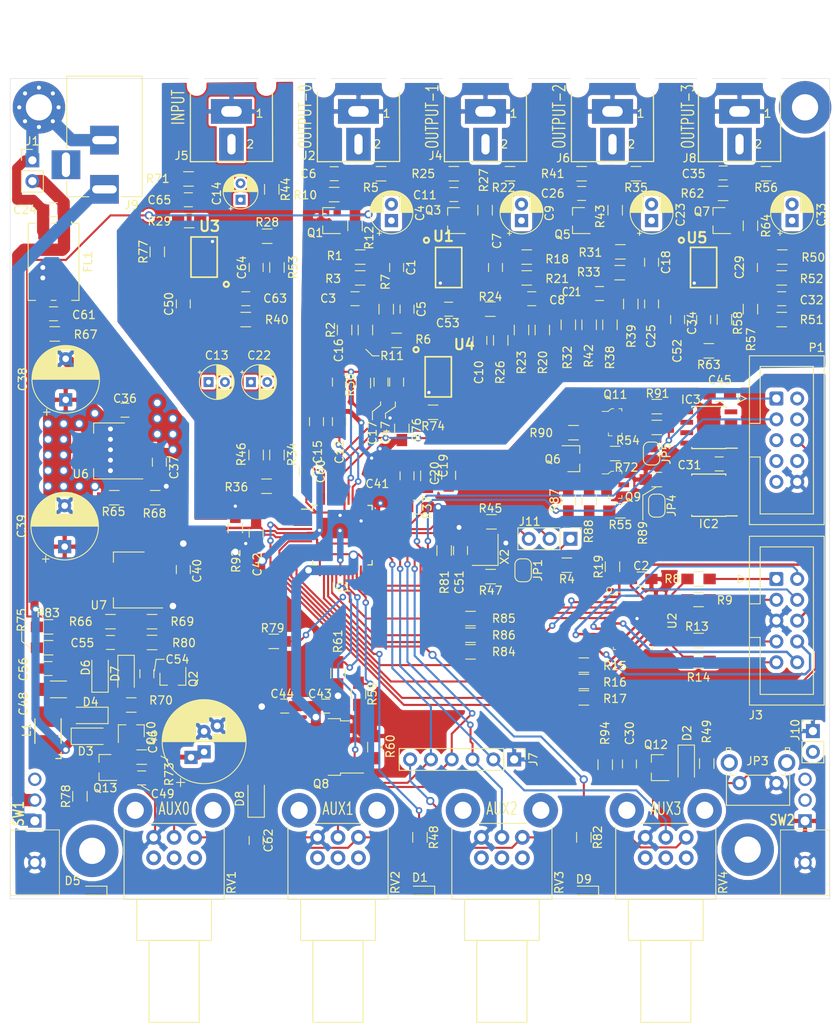
<source format=kicad_pcb>
(kicad_pcb (version 20171130) (host pcbnew "(5.1.9-0-10_14)")
  (layers (0 F.Cu signal) (31 B.Cu signal hide) (34 B.Paste user) (35 F.Paste user) (36 B.SilkS user) (37 F.SilkS user) (38 B.Mask user) (39 F.Mask user) (44 Edge.Cuts user))
  (net 0 "")
  (net 1 "Net-(C1-Pad1)")
  (net 2 "Net-(C1-Pad2)")
  (net 3 3V3)
  (net 4 GND)
  (net 5 "Net-(C3-Pad2)")
  (net 6 "Net-(C3-Pad1)")
  (net 7 "Net-(C4-Pad2)")
  (net 8 "Net-(C5-Pad1)")
  (net 9 GNDS)
  (net 10 "Net-(C6-Pad1)")
  (net 11 "Net-(C7-Pad2)")
  (net 12 "Net-(C7-Pad1)")
  (net 13 "Net-(C8-Pad2)")
  (net 14 "Net-(C8-Pad1)")
  (net 15 "Net-(C9-Pad2)")
  (net 16 "Net-(C10-Pad1)")
  (net 17 "Net-(C11-Pad1)")
  (net 18 "Net-(C12-Pad1)")
  (net 19 /NEG)
  (net 20 "Net-(C13-Pad1)")
  (net 21 "Net-(C14-Pad1)")
  (net 22 "Net-(C14-Pad2)")
  (net 23 "Net-(C15-Pad1)")
  (net 24 "Net-(C16-Pad1)")
  (net 25 "Net-(C17-Pad2)")
  (net 26 "Net-(C18-Pad1)")
  (net 27 "Net-(C18-Pad2)")
  (net 28 "Net-(C19-Pad2)")
  (net 29 "Net-(C20-Pad2)")
  (net 30 "Net-(C21-Pad1)")
  (net 31 "Net-(C21-Pad2)")
  (net 32 "Net-(C22-Pad1)")
  (net 33 /POS)
  (net 34 "Net-(C23-Pad2)")
  (net 35 "Net-(C24-Pad1)")
  (net 36 "Net-(C25-Pad1)")
  (net 37 "Net-(C26-Pad1)")
  (net 38 "Net-(C29-Pad2)")
  (net 39 "Net-(C29-Pad1)")
  (net 40 "Net-(C32-Pad2)")
  (net 41 "Net-(C32-Pad1)")
  (net 42 "Net-(C33-Pad2)")
  (net 43 "Net-(C34-Pad1)")
  (net 44 "Net-(C35-Pad1)")
  (net 45 +12V)
  (net 46 +5V)
  (net 47 "Net-(C46-Pad1)")
  (net 48 "Net-(C47-Pad1)")
  (net 49 "Net-(C48-Pad2)")
  (net 50 "Net-(C48-Pad1)")
  (net 51 "Net-(C49-Pad1)")
  (net 52 "Net-(C54-Pad2)")
  (net 53 "Net-(C54-Pad1)")
  (net 54 "Net-(C55-Pad1)")
  (net 55 "Net-(C56-Pad2)")
  (net 56 "Net-(C62-Pad2)")
  (net 57 "Net-(C63-Pad1)")
  (net 58 "Net-(C64-Pad2)")
  (net 59 "Net-(C65-Pad2)")
  (net 60 "Net-(D5-Pad2)")
  (net 61 /DAC0)
  (net 62 /DAC1)
  (net 63 /DAC2)
  (net 64 /DAC3)
  (net 65 "Net-(IC1-Pad32)")
  (net 66 "Net-(IC1-Pad31)")
  (net 67 /MP2)
  (net 68 /MP3)
  (net 69 /MP8)
  (net 70 /WP)
  (net 71 /WB)
  (net 72 "Net-(IC1-Pad17)")
  (net 73 /MP6)
  (net 74 /MP1)
  (net 75 /MP5)
  (net 76 /MP4)
  (net 77 "Net-(IC1-Pad4)")
  (net 78 "Net-(IC1-Pad3)")
  (net 79 "Net-(IC1-Pad2)")
  (net 80 "Net-(IC2-Pad7)")
  (net 81 "Net-(IC2-Pad5)")
  (net 82 "Net-(IC3-Pad5)")
  (net 83 "Net-(IC3-Pad7)")
  (net 84 /TDM_OUT0)
  (net 85 /MCLK_OUT)
  (net 86 /BCLK_OUT)
  (net 87 /LRCK_OUT)
  (net 88 LRCK_IN)
  (net 89 BCLK_IN)
  (net 90 /~LINK_ENB)
  (net 91 MCLK_IN)
  (net 92 DATA_IN)
  (net 93 "Net-(J9-Pad1)")
  (net 94 "Net-(J10-Pad2)")
  (net 95 /MCLKI)
  (net 96 "Net-(J11-Pad3)")
  (net 97 "Net-(JP1-Pad2)")
  (net 98 "Net-(Q1-Pad1)")
  (net 99 "Net-(Q2-Pad1)")
  (net 100 "Net-(Q3-Pad1)")
  (net 101 "Net-(Q5-Pad1)")
  (net 102 "Net-(Q6-Pad3)")
  (net 103 "Net-(Q7-Pad1)")
  (net 104 /RES_MUTE)
  (net 105 "Net-(R4-Pad1)")
  (net 106 +1V5)
  (net 107 "Net-(R8-Pad1)")
  (net 108 "Net-(R9-Pad1)")
  (net 109 +5VA)
  (net 110 "Net-(R13-Pad1)")
  (net 111 "Net-(R14-Pad1)")
  (net 112 "Net-(R15-Pad1)")
  (net 113 "Net-(R16-Pad1)")
  (net 114 "Net-(R17-Pad1)")
  (net 115 "Net-(R45-Pad2)")
  (net 116 "Net-(R65-Pad2)")
  (net 117 "Net-(R66-Pad2)")
  (net 118 /MCLK)
  (net 119 Earth)
  (net 120 GNDA)
  (net 121 /BRD_~RESET)
  (net 122 "Net-(D1-Pad2)")
  (net 123 "Net-(D9-Pad2)")
  (net 124 /MP9)
  (net 125 /SCL)
  (net 126 /SDA)
  (net 127 /MP11)
  (net 128 /MP10)
  (net 129 /MP7)
  (net 130 /MP0)
  (net 131 /MUTE)
  (net 132 /1V5)
  (net 133 "Net-(R84-Pad2)")
  (net 134 "Net-(R85-Pad2)")
  (net 135 "Net-(R86-Pad2)")
  (module Capacitors_SMD:C_0805_HandSoldering (layer F.Cu) (at 97.155 73.025 270)
    (fp_text reference C1 (at 0 -1.75 90) (layer F.SilkS))
    (fp_text value 150p)
    (pad 1 smd rect (at -1.25 0 270) (size 1.5 1.25) (layers F.Cu F.Paste F.Mask) (net 1 "Net-(C1-Pad1)"))
    (pad 2 smd rect (at 1.25 0 270) (size 1.5 1.25) (layers F.Cu F.Paste F.Mask) (net 2 "Net-(C1-Pad2)"))
  )
  (module Capacitors_SMD:C_0805_HandSoldering (layer F.Cu) (at 127 111 180)
    (fp_text reference C2 (at 0 1.6) (layer F.SilkS))
    (fp_text value 100n)
    (pad 1 smd rect (at -1.25 0 180) (size 1.5 1.25) (layers F.Cu F.Paste F.Mask) (net 3 3V3))
    (pad 2 smd rect (at 1.25 0 180) (size 1.5 1.25) (layers F.Cu F.Paste F.Mask) (net 4 GND))
  )
  (module Capacitors_SMD:C_0805_HandSoldering (layer F.Cu) (at 92.075 76.835)
    (fp_text reference C3 (at -3.275 -0.035) (layer F.SilkS))
    (fp_text value 1000PF)
    (pad 2 smd rect (at 1.25 0) (size 1.5 1.25) (layers F.Cu F.Paste F.Mask) (net 5 "Net-(C3-Pad2)"))
    (pad 1 smd rect (at -1.25 0) (size 1.5 1.25) (layers F.Cu F.Paste F.Mask) (net 6 "Net-(C3-Pad1)"))
  )
  (module Capacitor_THT:CP_Radial_D5.0mm_P2.00mm (layer F.Cu) (at 96.52 67.31 90)
    (fp_text reference C4 (at 0.91 3.48 90) (layer F.SilkS))
    (fp_text value 10u)
    (pad 1 thru_hole rect (at 0 0 90) (size 1.6 1.6) (drill 0.8) (layers *.Cu *.Mask) (net 1 "Net-(C1-Pad1)"))
    (pad 2 thru_hole circle (at 2 0 90) (size 1.6 1.6) (drill 0.8) (layers *.Cu *.Mask) (net 7 "Net-(C4-Pad2)"))
  )
  (module Capacitors_SMD:C_0805_HandSoldering (layer F.Cu) (at 98.425 78.105 270)
    (fp_text reference C5 (at 0 -1.75 90) (layer F.SilkS))
    (fp_text value 150p)
    (pad 1 smd rect (at -1.25 0 270) (size 1.5 1.25) (layers F.Cu F.Paste F.Mask) (net 8 "Net-(C5-Pad1)"))
    (pad 2 smd rect (at 1.25 0 270) (size 1.5 1.25) (layers F.Cu F.Paste F.Mask) (net 9 GNDS))
  )
  (module Capacitors_SMD:C_0805_HandSoldering (layer F.Cu) (at 89.535 61.595 180)
    (fp_text reference C6 (at 3.135 -0.005) (layer F.SilkS))
    (fp_text value 3n3)
    (pad 1 smd rect (at -1.25 0 180) (size 1.5 1.25) (layers F.Cu F.Paste F.Mask) (net 10 "Net-(C6-Pad1)"))
    (pad 2 smd rect (at 1.25 0 180) (size 1.5 1.25) (layers F.Cu F.Paste F.Mask) (net 9 GNDS))
  )
  (module Capacitors_SMD:C_0805_HandSoldering (layer F.Cu) (at 109.22 73.025 270)
    (fp_text reference C7 (at -3.225 -0.18 90) (layer F.SilkS))
    (fp_text value 150p)
    (pad 2 smd rect (at 1.25 0 270) (size 1.5 1.25) (layers F.Cu F.Paste F.Mask) (net 11 "Net-(C7-Pad2)"))
    (pad 1 smd rect (at -1.25 0 270) (size 1.5 1.25) (layers F.Cu F.Paste F.Mask) (net 12 "Net-(C7-Pad1)"))
  )
  (module Capacitors_SMD:C_0805_HandSoldering (layer F.Cu) (at 113.645 76.835 180)
    (fp_text reference C8 (at -3.105 -0.165) (layer F.SilkS))
    (fp_text value 1000PF)
    (pad 2 smd rect (at 1.25 0 180) (size 1.5 1.25) (layers F.Cu F.Paste F.Mask) (net 13 "Net-(C8-Pad2)"))
    (pad 1 smd rect (at -1.25 0 180) (size 1.5 1.25) (layers F.Cu F.Paste F.Mask) (net 14 "Net-(C8-Pad1)"))
  )
  (module Capacitor_THT:CP_Radial_D5.0mm_P2.00mm (layer F.Cu) (at 112.395 67.31 90)
    (fp_text reference C9 (at 0.91 3.405 90) (layer F.SilkS))
    (fp_text value 10u)
    (pad 2 thru_hole circle (at 2 0 90) (size 1.6 1.6) (drill 0.8) (layers *.Cu *.Mask) (net 15 "Net-(C9-Pad2)"))
    (pad 1 thru_hole rect (at 0 0 90) (size 1.6 1.6) (drill 0.8) (layers *.Cu *.Mask) (net 12 "Net-(C7-Pad1)"))
  )
  (module Capacitors_SMD:C_0805_HandSoldering (layer F.Cu) (at 107.315 81.915 270)
    (fp_text reference C10 (at 3.885 0.115 90) (layer F.SilkS))
    (fp_text value 150p)
    (pad 1 smd rect (at -1.25 0 270) (size 1.5 1.25) (layers F.Cu F.Paste F.Mask) (net 16 "Net-(C10-Pad1)"))
    (pad 2 smd rect (at 1.25 0 270) (size 1.5 1.25) (layers F.Cu F.Paste F.Mask) (net 9 GNDS))
  )
  (module Capacitors_SMD:C_0805_HandSoldering (layer F.Cu) (at 104.14 64.135 180)
    (fp_text reference C11 (at 3.54 -0.065) (layer F.SilkS))
    (fp_text value 3n3)
    (pad 2 smd rect (at 1.25 0 180) (size 1.5 1.25) (layers F.Cu F.Paste F.Mask) (net 9 GNDS))
    (pad 1 smd rect (at -1.25 0 180) (size 1.5 1.25) (layers F.Cu F.Paste F.Mask) (net 17 "Net-(C11-Pad1)"))
  )
  (module Capacitors_SMD:C_0805_HandSoldering (layer F.Cu) (at 90.17 91.821 90)
    (fp_text reference C12 (at -3.7 0.005 90) (layer F.SilkS))
    (fp_text value 10u)
    (pad 1 smd rect (at -1.25 0 90) (size 1.5 1.25) (layers F.Cu F.Paste F.Mask) (net 18 "Net-(C12-Pad1)"))
    (pad 2 smd rect (at 1.25 0 90) (size 1.5 1.25) (layers F.Cu F.Paste F.Mask) (net 4 GND))
  )
  (module Capacitor_THT:CP_Radial_D4.0mm_P2.00mm (layer F.Cu) (at 74.2 86.995)
    (fp_text reference C13 (at 1 -3.25) (layer F.SilkS))
    (fp_text value 47uF/6.3)
    (pad 2 thru_hole circle (at 2 0) (size 1.2 1.2) (drill 0.6) (layers *.Cu *.Mask) (net 19 /NEG))
    (pad 1 thru_hole rect (at 0 0) (size 1.2 1.2) (drill 0.6) (layers *.Cu *.Mask) (net 20 "Net-(C13-Pad1)"))
  )
  (module Capacitor_THT:CP_Radial_D4.0mm_P2.00mm (layer F.Cu) (at 78.105 64.77 90)
    (fp_text reference C14 (at 0.77 -2.905 90) (layer F.SilkS))
    (fp_text value 2.2uF/16)
    (pad 1 thru_hole rect (at 0 0 90) (size 1.2 1.2) (drill 0.6) (layers *.Cu *.Mask) (net 21 "Net-(C14-Pad1)"))
    (pad 2 thru_hole circle (at 2 0 90) (size 1.2 1.2) (drill 0.6) (layers *.Cu *.Mask) (net 22 "Net-(C14-Pad2)"))
  )
  (module Capacitors_SMD:C_0805_HandSoldering (layer F.Cu) (at 87.376 91.821 90)
    (fp_text reference C15 (at -3.7 0.145 90) (layer F.SilkS))
    (fp_text value 10u)
    (pad 2 smd rect (at 1.25 0 90) (size 1.5 1.25) (layers F.Cu F.Paste F.Mask) (net 4 GND))
    (pad 1 smd rect (at -1.25 0 90) (size 1.5 1.25) (layers F.Cu F.Paste F.Mask) (net 23 "Net-(C15-Pad1)"))
  )
  (module Capacitors_SMD:C_0805_HandSoldering (layer F.Cu) (at 90.17 86.995 270)
    (fp_text reference C16 (at -3.875 0.09 90) (layer F.SilkS))
    (fp_text value 10u)
    (pad 2 smd rect (at 1.25 0 270) (size 1.5 1.25) (layers F.Cu F.Paste F.Mask) (net 4 GND))
    (pad 1 smd rect (at -1.25 0 270) (size 1.5 1.25) (layers F.Cu F.Paste F.Mask) (net 24 "Net-(C16-Pad1)"))
  )
  (module Capacitors_SMD:C_0805_HandSoldering (layer F.Cu) (at 95.25 86.995 270)
    (fp_text reference C17 (at 6.205 1.05 90) (layer F.SilkS))
    (fp_text value 100n)
    (pad 2 smd rect (at 1.25 0 270) (size 1.5 1.25) (layers F.Cu F.Paste F.Mask) (net 25 "Net-(C17-Pad2)"))
    (pad 1 smd rect (at -1.25 0 270) (size 1.5 1.25) (layers F.Cu F.Paste F.Mask) (net 9 GNDS))
  )
  (module Capacitors_SMD:C_0805_HandSoldering (layer F.Cu) (at 128.27 72.39 270)
    (fp_text reference C18 (at 0 -1.75 90) (layer F.SilkS))
    (fp_text value 150p)
    (pad 1 smd rect (at -1.25 0 270) (size 1.5 1.25) (layers F.Cu F.Paste F.Mask) (net 26 "Net-(C18-Pad1)"))
    (pad 2 smd rect (at 1.25 0 270) (size 1.5 1.25) (layers F.Cu F.Paste F.Mask) (net 27 "Net-(C18-Pad2)"))
  )
  (module Capacitors_SMD:C_0805_HandSoldering (layer F.Cu) (at 98.425 98.425 270)
    (fp_text reference C19 (at -1.23088 -4.44216 90) (layer F.SilkS))
    (fp_text value 3n3)
    (pad 2 smd rect (at 1.25 0 270) (size 1.5 1.25) (layers F.Cu F.Paste F.Mask) (net 28 "Net-(C19-Pad2)"))
    (pad 1 smd rect (at -1.25 0 270) (size 1.5 1.25) (layers F.Cu F.Paste F.Mask) (net 3 3V3))
  )
  (module Capacitors_SMD:C_0805_HandSoldering (layer F.Cu) (at 103.505 98.35642 270)
    (fp_text reference C20 (at -0.24358 1.7015 90) (layer F.SilkS))
    (fp_text value 56n)
    (pad 1 smd rect (at -1.25 0 270) (size 1.5 1.25) (layers F.Cu F.Paste F.Mask) (net 3 3V3))
    (pad 2 smd rect (at 1.25 0 270) (size 1.5 1.25) (layers F.Cu F.Paste F.Mask) (net 29 "Net-(C20-Pad2)"))
  )
  (module Capacitors_SMD:C_0805_HandSoldering (layer F.Cu) (at 121.92 76.2)
    (fp_text reference C21 (at -3.42 -0.2) (layer F.SilkS) (effects (font (size 1 0.8))))
    (fp_text value 1000PF)
    (pad 1 smd rect (at -1.25 0) (size 1.5 1.25) (layers F.Cu F.Paste F.Mask) (net 30 "Net-(C21-Pad1)"))
    (pad 2 smd rect (at 1.25 0) (size 1.5 1.25) (layers F.Cu F.Paste F.Mask) (net 31 "Net-(C21-Pad2)"))
  )
  (module Capacitor_THT:CP_Radial_D4.0mm_P2.00mm (layer F.Cu) (at 79.375 86.995)
    (fp_text reference C22 (at 1 -3.25) (layer F.SilkS))
    (fp_text value 47uF/6.3)
    (pad 1 thru_hole rect (at 0 0) (size 1.2 1.2) (drill 0.6) (layers *.Cu *.Mask) (net 32 "Net-(C22-Pad1)"))
    (pad 2 thru_hole circle (at 2 0) (size 1.2 1.2) (drill 0.6) (layers *.Cu *.Mask) (net 33 /POS))
  )
  (module Capacitor_THT:CP_Radial_D5.0mm_P2.00mm (layer F.Cu) (at 128.27 67.31 90)
    (fp_text reference C23 (at 0.71 3.53 90) (layer F.SilkS))
    (fp_text value 10u)
    (pad 1 thru_hole rect (at 0 0 90) (size 1.6 1.6) (drill 0.8) (layers *.Cu *.Mask) (net 26 "Net-(C18-Pad1)"))
    (pad 2 thru_hole circle (at 2 0 90) (size 1.6 1.6) (drill 0.8) (layers *.Cu *.Mask) (net 34 "Net-(C23-Pad2)"))
  )
  (module Capacitors_SMD:C_0805_HandSoldering (layer F.Cu) (at 55.26278 65.97142 180)
    (fp_text reference C24 (at 3.46278 -0.02858) (layer F.SilkS))
    (fp_text value 100n)
    (pad 1 smd rect (at -1.25 0 180) (size 1.5 1.25) (layers F.Cu F.Paste F.Mask) (net 35 "Net-(C24-Pad1)"))
    (pad 2 smd rect (at 1.25 0 180) (size 1.5 1.25) (layers F.Cu F.Paste F.Mask) (net 119 Earth))
  )
  (module Capacitors_SMD:C_0805_HandSoldering (layer F.Cu) (at 128.27 77.47 270)
    (fp_text reference C25 (at 3.93 0.07 90) (layer F.SilkS))
    (fp_text value 150p)
    (pad 1 smd rect (at -1.25 0 270) (size 1.5 1.25) (layers F.Cu F.Paste F.Mask) (net 36 "Net-(C25-Pad1)"))
    (pad 2 smd rect (at 1.25 0 270) (size 1.5 1.25) (layers F.Cu F.Paste F.Mask) (net 9 GNDS))
  )
  (module Capacitors_SMD:C_0805_HandSoldering (layer F.Cu) (at 119.73 64 180)
    (fp_text reference C26 (at 3.53 0) (layer F.SilkS))
    (fp_text value 3n3)
    (pad 1 smd rect (at -1.25 0 180) (size 1.5 1.25) (layers F.Cu F.Paste F.Mask) (net 37 "Net-(C26-Pad1)"))
    (pad 2 smd rect (at 1.25 0 180) (size 1.5 1.25) (layers F.Cu F.Paste F.Mask) (net 9 GNDS))
  )
  (module Capacitors_SMD:C_0805_HandSoldering (layer F.Cu) (at 140.335 73.025 270)
    (fp_text reference C29 (at -0.025 1.335 90) (layer F.SilkS))
    (fp_text value 150p)
    (pad 2 smd rect (at 1.25 0 270) (size 1.5 1.25) (layers F.Cu F.Paste F.Mask) (net 38 "Net-(C29-Pad2)"))
    (pad 1 smd rect (at -1.25 0 270) (size 1.5 1.25) (layers F.Cu F.Paste F.Mask) (net 39 "Net-(C29-Pad1)"))
  )
  (module Capacitors_SMD:C_0805_HandSoldering (layer F.Cu) (at 125.56744 133.55066 270)
    (fp_text reference C30 (at -3.75066 -0.03256 90) (layer F.SilkS))
    (fp_text value 2.2u)
    (pad 1 smd rect (at -1.25 0 270) (size 1.5 1.25) (layers F.Cu F.Paste F.Mask) (net 121 /BRD_~RESET))
    (pad 2 smd rect (at 1.25 0 270) (size 1.5 1.25) (layers F.Cu F.Paste F.Mask) (net 4 GND))
  )
  (module Capacitors_SMD:C_0805_HandSoldering (layer F.Cu) (at 136.525 96.975)
    (fp_text reference C31 (at -3.6322 0.13682) (layer F.SilkS))
    (fp_text value 100n)
    (pad 2 smd rect (at 1.25 0) (size 1.5 1.25) (layers F.Cu F.Paste F.Mask) (net 4 GND))
    (pad 1 smd rect (at -1.25 0) (size 1.5 1.25) (layers F.Cu F.Paste F.Mask) (net 3 3V3))
  )
  (module Capacitors_SMD:C_0805_HandSoldering (layer F.Cu) (at 144.145 76.835 180)
    (fp_text reference C32 (at -3.655 -0.165) (layer F.SilkS))
    (fp_text value 1000PF)
    (pad 2 smd rect (at 1.25 0 180) (size 1.5 1.25) (layers F.Cu F.Paste F.Mask) (net 40 "Net-(C32-Pad2)"))
    (pad 1 smd rect (at -1.25 0 180) (size 1.5 1.25) (layers F.Cu F.Paste F.Mask) (net 41 "Net-(C32-Pad1)"))
  )
  (module Capacitor_THT:CP_Radial_D5.0mm_P2.00mm (layer F.Cu) (at 145.415 67.31 90)
    (fp_text reference C33 (at 0.71 3.585 90) (layer F.SilkS))
    (fp_text value 10u)
    (pad 2 thru_hole circle (at 2 0 90) (size 1.6 1.6) (drill 0.8) (layers *.Cu *.Mask) (net 42 "Net-(C33-Pad2)"))
    (pad 1 thru_hole rect (at 0 0 90) (size 1.6 1.6) (drill 0.8) (layers *.Cu *.Mask) (net 39 "Net-(C29-Pad1)"))
  )
  (module Capacitors_SMD:C_0805_HandSoldering (layer F.Cu) (at 134.62 79.375 270)
    (fp_text reference C34 (at 0.425 1.42 90) (layer F.SilkS))
    (fp_text value 150p)
    (pad 1 smd rect (at -1.25 0 270) (size 1.5 1.25) (layers F.Cu F.Paste F.Mask) (net 43 "Net-(C34-Pad1)"))
    (pad 2 smd rect (at 1.25 0 270) (size 1.5 1.25) (layers F.Cu F.Paste F.Mask) (net 9 GNDS))
  )
  (module Capacitors_SMD:C_0805_HandSoldering (layer F.Cu) (at 137 61.5 180)
    (fp_text reference C35 (at 3.6 -0.1) (layer F.SilkS))
    (fp_text value 3n3)
    (pad 2 smd rect (at 1.25 0 180) (size 1.5 1.25) (layers F.Cu F.Paste F.Mask) (net 9 GNDS))
    (pad 1 smd rect (at -1.25 0 180) (size 1.5 1.25) (layers F.Cu F.Paste F.Mask) (net 44 "Net-(C35-Pad1)"))
  )
  (module Capacitors_SMD:C_0805_HandSoldering (layer F.Cu) (at 64.008 90.424 180)
    (fp_text reference C36 (at 0.008 1.424) (layer F.SilkS))
    (fp_text value 10u)
    (pad 2 smd rect (at 1.25 0 180) (size 1.5 1.25) (layers F.Cu F.Paste F.Mask) (net 4 GND))
    (pad 1 smd rect (at -1.25 0 180) (size 1.5 1.25) (layers F.Cu F.Paste F.Mask) (net 45 +12V))
  )
  (module Capacitors_SMD:C_0805_HandSoldering (layer F.Cu) (at 68.199 96.774 270)
    (fp_text reference C37 (at 0.626 -1.801 90) (layer F.SilkS))
    (fp_text value 100n)
    (pad 2 smd rect (at 1.25 0 270) (size 1.5 1.25) (layers F.Cu F.Paste F.Mask) (net 4 GND))
    (pad 1 smd rect (at -1.25 0 270) (size 1.5 1.25) (layers F.Cu F.Paste F.Mask) (net 46 +5V))
  )
  (module Capacitor_THT:CP_Radial_D8.0mm_P5.00mm (layer F.Cu) (at 56.769 89.154 90)
    (fp_text reference C38 (at 2.5 -5.25 90) (layer F.SilkS))
    (fp_text value 220u)
    (pad 2 thru_hole circle (at 5 0 90) (size 1.6 1.6) (drill 0.8) (layers *.Cu *.Mask) (net 4 GND))
    (pad 1 thru_hole rect (at 0 0 90) (size 1.6 1.6) (drill 0.8) (layers *.Cu *.Mask) (net 46 +5V))
  )
  (module Capacitor_THT:CP_Radial_D8.0mm_P5.00mm (layer F.Cu) (at 56.642 107.061 90)
    (fp_text reference C39 (at 2.5 -5.25 90) (layer F.SilkS))
    (fp_text value 220u)
    (pad 1 thru_hole rect (at 0 0 90) (size 1.6 1.6) (drill 0.8) (layers *.Cu *.Mask) (net 3 3V3))
    (pad 2 thru_hole circle (at 5 0 90) (size 1.6 1.6) (drill 0.8) (layers *.Cu *.Mask) (net 4 GND))
  )
  (module Capacitors_SMD:C_0805_HandSoldering (layer F.Cu) (at 71.12 109.855 90)
    (fp_text reference C40 (at -0.145 1.68 90) (layer F.SilkS))
    (fp_text value 10u)
    (pad 2 smd rect (at 1.25 0 90) (size 1.5 1.25) (layers F.Cu F.Paste F.Mask) (net 4 GND))
    (pad 1 smd rect (at -1.25 0 90) (size 1.5 1.25) (layers F.Cu F.Paste F.Mask) (net 3 3V3))
  )
  (module Capacitors_SMD:C_0805_HandSoldering (layer F.Cu) (at 99.695 102.235)
    (fp_text reference C41 (at -4.895 -2.835) (layer F.SilkS))
    (fp_text value 2.2u)
    (pad 1 smd rect (at -1.25 0) (size 1.5 1.25) (layers F.Cu F.Paste F.Mask) (net 3 3V3))
    (pad 2 smd rect (at 1.25 0) (size 1.5 1.25) (layers F.Cu F.Paste F.Mask) (net 4 GND))
  )
  (module Capacitors_SMD:C_0805_HandSoldering (layer F.Cu) (at 80.01 105.41 270)
    (fp_text reference C42 (at 3.825 -0.155 90) (layer F.SilkS))
    (fp_text value 100n)
    (pad 1 smd rect (at -1.25 0 270) (size 1.5 1.25) (layers F.Cu F.Paste F.Mask) (net 3 3V3))
    (pad 2 smd rect (at 1.25 0 270) (size 1.5 1.25) (layers F.Cu F.Paste F.Mask) (net 4 GND))
  )
  (module Capacitors_SMD:C_0805_HandSoldering (layer F.Cu) (at 88.5 126.5)
    (fp_text reference C43 (at -0.7 -1.5) (layer F.SilkS))
    (fp_text value 10u)
    (pad 2 smd rect (at 1.25 0) (size 1.5 1.25) (layers F.Cu F.Paste F.Mask) (net 4 GND))
    (pad 1 smd rect (at -1.25 0) (size 1.5 1.25) (layers F.Cu F.Paste F.Mask) (net 132 /1V5))
  )
  (module Capacitors_SMD:C_0805_HandSoldering (layer F.Cu) (at 83.5 126.5 180)
    (fp_text reference C44 (at 0.3 1.5) (layer F.SilkS))
    (fp_text value 100n)
    (pad 1 smd rect (at -1.25 0 180) (size 1.5 1.25) (layers F.Cu F.Paste F.Mask) (net 132 /1V5))
    (pad 2 smd rect (at 1.25 0 180) (size 1.5 1.25) (layers F.Cu F.Paste F.Mask) (net 4 GND))
  )
  (module Capacitors_SMD:C_0805_HandSoldering (layer F.Cu) (at 136.6 88.5)
    (fp_text reference C45 (at 0 -1.75) (layer F.SilkS))
    (fp_text value 100n)
    (pad 2 smd rect (at 1.25 0) (size 1.5 1.25) (layers F.Cu F.Paste F.Mask) (net 4 GND))
    (pad 1 smd rect (at -1.25 0) (size 1.5 1.25) (layers F.Cu F.Paste F.Mask) (net 3 3V3))
  )
  (module Capacitors_SMD:C_0805_HandSoldering (layer F.Cu) (at 97.155 86.995 90)
    (fp_text reference C47 (at -6.205 -1.355 90) (layer F.SilkS))
    (fp_text value 2.2u)
    (pad 1 smd rect (at -1.25 0 90) (size 1.5 1.25) (layers F.Cu F.Paste F.Mask) (net 48 "Net-(C47-Pad1)"))
    (pad 2 smd rect (at 1.25 0 90) (size 1.5 1.25) (layers F.Cu F.Paste F.Mask) (net 9 GNDS))
  )
  (module Capacitors_SMD:C_1206_HandSoldering (layer F.Cu) (at 55.88 124.46)
    (fp_text reference C48 (at -4.28 1.74 90) (layer F.SilkS))
    (fp_text value 10uF)
    (pad 2 smd rect (at 2 0) (size 2 1.6) (layers F.Cu F.Paste F.Mask) (net 49 "Net-(C48-Pad2)"))
    (pad 1 smd rect (at -2 0) (size 2 1.6) (layers F.Cu F.Paste F.Mask) (net 50 "Net-(C48-Pad1)"))
  )
  (module Capacitors_SMD:C_0805_HandSoldering (layer F.Cu) (at 66.04 135.255 180)
    (fp_text reference C49 (at -2.56 -1.945) (layer F.SilkS))
    (fp_text value 2.2u)
    (pad 1 smd rect (at -1.25 0 180) (size 1.5 1.25) (layers F.Cu F.Paste F.Mask) (net 51 "Net-(C49-Pad1)"))
    (pad 2 smd rect (at 1.25 0 180) (size 1.5 1.25) (layers F.Cu F.Paste F.Mask) (net 4 GND))
  )
  (module Capacitors_SMD:C_0805_HandSoldering (layer F.Cu) (at 71.12 77.47 90)
    (fp_text reference C50 (at 0 -1.75 90) (layer F.SilkS))
    (fp_text value 100n)
    (pad 1 smd rect (at -1.25 0 90) (size 1.5 1.25) (layers F.Cu F.Paste F.Mask) (net 120 GNDA))
    (pad 2 smd rect (at 1.25 0 90) (size 1.5 1.25) (layers F.Cu F.Paste F.Mask) (net 45 +12V))
  )
  (module Capacitors_SMD:C_0805_HandSoldering (layer F.Cu) (at 104.95492 107.53404 270)
    (fp_text reference C51 (at 3.86596 0.15492 90) (layer F.SilkS))
    (fp_text value 100n)
    (pad 2 smd rect (at 1.25 0 270) (size 1.5 1.25) (layers F.Cu F.Paste F.Mask) (net 3 3V3))
    (pad 1 smd rect (at -1.25 0 270) (size 1.5 1.25) (layers F.Cu F.Paste F.Mask) (net 4 GND))
  )
  (module Capacitors_SMD:C_0805_HandSoldering (layer F.Cu) (at 131.445 79.375 270)
    (fp_text reference C52 (at 3.825 0.045 90) (layer F.SilkS))
    (fp_text value 100n)
    (pad 1 smd rect (at -1.25 0 270) (size 1.5 1.25) (layers F.Cu F.Paste F.Mask) (net 4 GND))
    (pad 2 smd rect (at 1.25 0 270) (size 1.5 1.25) (layers F.Cu F.Paste F.Mask) (net 45 +12V))
  )
  (module Capacitors_SMD:C_0805_HandSoldering (layer F.Cu) (at 103.505 78.105)
    (fp_text reference C53 (at -0.105 1.695) (layer F.SilkS))
    (fp_text value 100n)
    (pad 2 smd rect (at 1.25 0) (size 1.5 1.25) (layers F.Cu F.Paste F.Mask) (net 45 +12V))
    (pad 1 smd rect (at -1.25 0) (size 1.5 1.25) (layers F.Cu F.Paste F.Mask) (net 9 GNDS))
  )
  (module Capacitors_SMD:C_0805_HandSoldering (layer F.Cu) (at 66.675 122.555 270)
    (fp_text reference C54 (at -1.755 -3.725 180) (layer F.SilkS))
    (fp_text value 2.2u)
    (pad 2 smd rect (at 1.25 0 270) (size 1.5 1.25) (layers F.Cu F.Paste F.Mask) (net 52 "Net-(C54-Pad2)"))
    (pad 1 smd rect (at -1.25 0 270) (size 1.5 1.25) (layers F.Cu F.Paste F.Mask) (net 53 "Net-(C54-Pad1)"))
  )
  (module Capacitors_SMD:C_0805_HandSoldering (layer F.Cu) (at 62.23 118.745)
    (fp_text reference C55 (at -3.43 0.055) (layer F.SilkS))
    (fp_text value 2.2u)
    (pad 2 smd rect (at 1.25 0) (size 1.5 1.25) (layers F.Cu F.Paste F.Mask) (net 49 "Net-(C48-Pad2)"))
    (pad 1 smd rect (at -1.25 0) (size 1.5 1.25) (layers F.Cu F.Paste F.Mask) (net 54 "Net-(C55-Pad1)"))
  )
  (module Capacitors_SMD:C_0805_HandSoldering (layer F.Cu) (at 54.61 121.92 180)
    (fp_text reference C56 (at 3.01 -0.08 90) (layer F.SilkS))
    (fp_text value 2.2u)
    (pad 1 smd rect (at -1.25 0 180) (size 1.5 1.25) (layers F.Cu F.Paste F.Mask) (net 4 GND))
    (pad 2 smd rect (at 1.25 0 180) (size 1.5 1.25) (layers F.Cu F.Paste F.Mask) (net 55 "Net-(C56-Pad2)"))
  )
  (module Capacitors_SMD:C_0805_HandSoldering (layer F.Cu) (at 86.13648 97.87636 270)
    (fp_text reference C60 (at 0 -1.75 90) (layer F.SilkS))
    (fp_text value 100n)
    (pad 2 smd rect (at 1.25 0 270) (size 1.5 1.25) (layers F.Cu F.Paste F.Mask) (net 4 GND))
    (pad 1 smd rect (at -1.25 0 270) (size 1.5 1.25) (layers F.Cu F.Paste F.Mask) (net 3 3V3))
  )
  (module Capacitors_SMD:C_0805_HandSoldering (layer F.Cu) (at 55.28278 78.67142 180)
    (fp_text reference C61 (at -3.71722 -0.12858) (layer F.SilkS))
    (fp_text value 100n)
    (pad 2 smd rect (at 1.25 0 180) (size 1.5 1.25) (layers F.Cu F.Paste F.Mask) (net 4 GND))
    (pad 1 smd rect (at -1.25 0 180) (size 1.5 1.25) (layers F.Cu F.Paste F.Mask) (net 45 +12V))
  )
  (module Capacitors_SMD:C_0805_HandSoldering (layer F.Cu) (at 80.01 142.875 270)
    (fp_text reference C62 (at 0 -1.5 90) (layer F.SilkS))
    (fp_text value 10u)
    (pad 1 smd rect (at -1.25 0 270) (size 1.5 1.25) (layers F.Cu F.Paste F.Mask) (net 4 GND))
    (pad 2 smd rect (at 1.25 0 270) (size 1.5 1.25) (layers F.Cu F.Paste F.Mask) (net 56 "Net-(C62-Pad2)"))
  )
  (module Capacitors_SMD:C_0805_HandSoldering (layer F.Cu) (at 78.74 76.835)
    (fp_text reference C63 (at 3.59 -0.035) (layer F.SilkS))
    (fp_text value 2.2pF)
    (pad 1 smd rect (at -1.25 0) (size 1.5 1.25) (layers F.Cu F.Paste F.Mask) (net 57 "Net-(C63-Pad1)"))
    (pad 2 smd rect (at 1.25 0) (size 1.5 1.25) (layers F.Cu F.Paste F.Mask) (net 32 "Net-(C22-Pad1)"))
  )
  (module Capacitors_SMD:C_0805_HandSoldering (layer F.Cu) (at 80.01 73.025 90)
    (fp_text reference C64 (at 0 -1.75 90) (layer F.SilkS))
    (fp_text value 47pF)
    (pad 2 smd rect (at 1.25 0 90) (size 1.5 1.25) (layers F.Cu F.Paste F.Mask) (net 58 "Net-(C64-Pad2)"))
    (pad 1 smd rect (at -1.25 0 90) (size 1.5 1.25) (layers F.Cu F.Paste F.Mask) (net 32 "Net-(C22-Pad1)"))
  )
  (module Capacitors_SMD:C_0805_HandSoldering (layer F.Cu) (at 71.735 64.77)
    (fp_text reference C65 (at -3.535 0.03) (layer F.SilkS))
    (fp_text value 47pF)
    (pad 1 smd rect (at -1.25 0) (size 1.5 1.25) (layers F.Cu F.Paste F.Mask) (net 20 "Net-(C13-Pad1)"))
    (pad 2 smd rect (at 1.25 0) (size 1.5 1.25) (layers F.Cu F.Paste F.Mask) (net 59 "Net-(C65-Pad2)"))
  )
  (module Diodes_SMD:D_SOD-123 (layer F.Cu) (at 132.5 133.5 270)
    (fp_text reference D2 (at -3.7 -0.1 90) (layer F.SilkS))
    (fp_text value 1N4148W)
    (pad 2 smd rect (at 1.65 0 270) (size 0.9 1.2) (layers F.Cu F.Paste F.Mask) (net 121 /BRD_~RESET))
    (pad 1 smd rect (at -1.65 0 270) (size 0.9 1.2) (layers F.Cu F.Paste F.Mask) (net 3 3V3))
  )
  (module Diodes_SMD:D_SOD-123 (layer F.Cu) (at 59.69 130.175)
    (fp_text reference D3 (at -0.49 1.825) (layer F.SilkS))
    (fp_text value 1N4148W)
    (pad 1 smd rect (at -1.65 0) (size 0.9 1.2) (layers F.Cu F.Paste F.Mask) (net 45 +12V))
    (pad 2 smd rect (at 1.65 0) (size 0.9 1.2) (layers F.Cu F.Paste F.Mask) (net 51 "Net-(C49-Pad1)"))
  )
  (module Diodes_SMD:D_SOD-123 (layer F.Cu) (at 59.69 127.635 180)
    (fp_text reference D4 (at -0.11 1.635) (layer F.SilkS))
    (fp_text value RB160M-30)
    (pad 1 smd rect (at -1.65 0 180) (size 0.9 1.2) (layers F.Cu F.Paste F.Mask) (net 47 "Net-(C46-Pad1)"))
    (pad 2 smd rect (at 1.65 0 180) (size 0.9 1.2) (layers F.Cu F.Paste F.Mask) (net 45 +12V))
  )
  (module LEDs:LED_0603_HandSoldering (layer F.Cu) (at 60 149 180)
    (fp_text reference D5 (at 2.4 1.2) (layer F.SilkS))
    (fp_text value LED_GRN)
    (pad 2 smd rect (at 1.1 0 180) (size 1.2 0.9) (layers F.Cu F.Paste F.Mask) (net 60 "Net-(D5-Pad2)"))
    (pad 1 smd rect (at -1.1 0 180) (size 1.2 0.9) (layers F.Cu F.Paste F.Mask) (net 4 GND))
  )
  (module Diodes_SMD:D_SOD-123 (layer F.Cu) (at 60.96 122.555 90)
    (fp_text reference D6 (at 0.755 -1.76 90) (layer F.SilkS))
    (fp_text value RB160M-30)
    (pad 2 smd rect (at 1.65 0 90) (size 0.9 1.2) (layers F.Cu F.Paste F.Mask) (net 54 "Net-(C55-Pad1)"))
    (pad 1 smd rect (at -1.65 0 90) (size 0.9 1.2) (layers F.Cu F.Paste F.Mask) (net 52 "Net-(C54-Pad2)"))
  )
  (module Diodes_SMD:D_SOD-123 (layer F.Cu) (at 64.135 122.555 270)
    (fp_text reference D7 (at 0 1.335 90) (layer F.SilkS))
    (fp_text value RB160M-30)
    (pad 1 smd rect (at -1.65 0 270) (size 0.9 1.2) (layers F.Cu F.Paste F.Mask) (net 49 "Net-(C48-Pad2)"))
    (pad 2 smd rect (at 1.65 0 270) (size 0.9 1.2) (layers F.Cu F.Paste F.Mask) (net 52 "Net-(C54-Pad2)"))
  )
  (module Diodes_SMD:D_SOD-123 (layer F.Cu) (at 80.01 137.795 90)
    (fp_text reference D8 (at 0 -2 90) (layer F.SilkS))
    (fp_text value RB160M-30)
    (pad 2 smd rect (at 1.65 0 90) (size 0.9 1.2) (layers F.Cu F.Paste F.Mask) (net 3 3V3))
    (pad 1 smd rect (at -1.65 0 90) (size 0.9 1.2) (layers F.Cu F.Paste F.Mask) (net 56 "Net-(C62-Pad2)"))
  )
  (module MyLibrary:ACM9070-701-2PL-TL01 (layer F.Cu) (at 55.28778 72.33642 270)
    (fp_text reference FL1 (at 0 -4.2 90) (layer F.SilkS))
    (fp_text value ACM9070-701-2PL-TL01)
    (pad 3 smd rect (at 3.75 -1.27 270) (size 2 1.2) (layers F.Cu F.Paste F.Mask) (net 45 +12V))
    (pad 4 smd rect (at 3.75 1.27 270) (size 2 1.2) (layers F.Cu F.Paste F.Mask) (net 4 GND))
    (pad 2 smd rect (at -3.75 1.27 270) (size 2 1.2) (layers F.Cu F.Paste F.Mask) (net 119 Earth))
    (pad 1 smd rect (at -3.75 -1.27 270) (size 2 1.2) (layers F.Cu F.Paste F.Mask) (net 35 "Net-(C24-Pad1)"))
  )
  (module Housings_QFP:LQFP-48_7x7mm_Pitch0.5mm (layer F.Cu) (at 90.54 105.66)
    (fp_text reference IC1 (at -0.14 6.34) (layer F.SilkS))
    (fp_text value ADAU1701)
    (pad 48 smd rect (at -2.75 -4.35 90) (size 1.3 0.25) (layers F.Cu F.Paste F.Mask) (net 3 3V3))
    (pad 47 smd rect (at -2.25 -4.35 90) (size 1.3 0.25) (layers F.Cu F.Paste F.Mask) (net 23 "Net-(C15-Pad1)"))
    (pad 46 smd rect (at -1.75 -4.35 90) (size 1.3 0.25) (layers F.Cu F.Paste F.Mask) (net 61 /DAC0))
    (pad 45 smd rect (at -1.25 -4.35 90) (size 1.3 0.25) (layers F.Cu F.Paste F.Mask) (net 62 /DAC1))
    (pad 44 smd rect (at -0.75 -4.35 90) (size 1.3 0.25) (layers F.Cu F.Paste F.Mask) (net 63 /DAC2))
    (pad 43 smd rect (at -0.25 -4.35 90) (size 1.3 0.25) (layers F.Cu F.Paste F.Mask) (net 64 /DAC3))
    (pad 42 smd rect (at 0.25 -4.35 90) (size 1.3 0.25) (layers F.Cu F.Paste F.Mask) (net 4 GND))
    (pad 41 smd rect (at 0.75 -4.35 90) (size 1.3 0.25) (layers F.Cu F.Paste F.Mask) (net 18 "Net-(C12-Pad1)"))
    (pad 40 smd rect (at 1.25 -4.35 90) (size 1.3 0.25) (layers F.Cu F.Paste F.Mask) (net 24 "Net-(C16-Pad1)"))
    (pad 39 smd rect (at 1.75 -4.35 90) (size 1.3 0.25) (layers F.Cu F.Paste F.Mask) (net 3 3V3))
    (pad 38 smd rect (at 2.25 -4.35 90) (size 1.3 0.25) (layers F.Cu F.Paste F.Mask) (net 4 GND))
    (pad 37 smd rect (at 2.75 -4.35 90) (size 1.3 0.25) (layers F.Cu F.Paste F.Mask) (net 4 GND))
    (pad 36 smd rect (at 4.35 -2.75) (size 1.3 0.25) (layers F.Cu F.Paste F.Mask) (net 3 3V3))
    (pad 35 smd rect (at 4.35 -2.25) (size 1.3 0.25) (layers F.Cu F.Paste F.Mask) (net 28 "Net-(C19-Pad2)"))
    (pad 34 smd rect (at 4.35 -1.75) (size 1.3 0.25) (layers F.Cu F.Paste F.Mask) (net 3 3V3))
    (pad 33 smd rect (at 4.35 -1.25) (size 1.3 0.25) (layers F.Cu F.Paste F.Mask) (net 4 GND))
    (pad 32 smd rect (at 4.35 -0.75) (size 1.3 0.25) (layers F.Cu F.Paste F.Mask) (net 65 "Net-(IC1-Pad32)"))
    (pad 31 smd rect (at 4.35 -0.25) (size 1.3 0.25) (layers F.Cu F.Paste F.Mask) (net 66 "Net-(IC1-Pad31)"))
    (pad 30 smd rect (at 4.35 0.25) (size 1.3 0.25) (layers F.Cu F.Paste F.Mask) (net 4 GND))
    (pad 29 smd rect (at 4.35 0.75) (size 1.3 0.25) (layers F.Cu F.Paste F.Mask) (net 67 /MP2))
    (pad 28 smd rect (at 4.35 1.25) (size 1.3 0.25) (layers F.Cu F.Paste F.Mask) (net 68 /MP3))
    (pad 27 smd rect (at 4.35 1.75) (size 1.3 0.25) (layers F.Cu F.Paste F.Mask) (net 69 /MP8))
    (pad 26 smd rect (at 4.35 2.25) (size 1.3 0.25) (layers F.Cu F.Paste F.Mask) (net 124 /MP9))
    (pad 25 smd rect (at 4.35 2.75) (size 1.3 0.25) (layers F.Cu F.Paste F.Mask) (net 4 GND))
    (pad 24 smd rect (at 2.75 4.35 90) (size 1.3 0.25) (layers F.Cu F.Paste F.Mask) (net 132 /1V5))
    (pad 23 smd rect (at 2.25 4.35 90) (size 1.3 0.25) (layers F.Cu F.Paste F.Mask) (net 125 /SCL))
    (pad 22 smd rect (at 1.75 4.35 90) (size 1.3 0.25) (layers F.Cu F.Paste F.Mask) (net 126 /SDA))
    (pad 21 smd rect (at 1.25 4.35 90) (size 1.3 0.25) (layers F.Cu F.Paste F.Mask) (net 70 /WP))
    (pad 20 smd rect (at 0.75 4.35 90) (size 1.3 0.25) (layers F.Cu F.Paste F.Mask) (net 71 /WB))
    (pad 19 smd rect (at 0.25 4.35 90) (size 1.3 0.25) (layers F.Cu F.Paste F.Mask) (net 127 /MP11))
    (pad 18 smd rect (at -0.25 4.35 90) (size 1.3 0.25) (layers F.Cu F.Paste F.Mask) (net 3 3V3))
    (pad 17 smd rect (at -0.75 4.35 90) (size 1.3 0.25) (layers F.Cu F.Paste F.Mask) (net 72 "Net-(IC1-Pad17)"))
    (pad 16 smd rect (at -1.25 4.35 90) (size 1.3 0.25) (layers F.Cu F.Paste F.Mask) (net 128 /MP10))
    (pad 15 smd rect (at -1.75 4.35 90) (size 1.3 0.25) (layers F.Cu F.Paste F.Mask) (net 73 /MP6))
    (pad 14 smd rect (at -2.25 4.35 90) (size 1.3 0.25) (layers F.Cu F.Paste F.Mask) (net 129 /MP7))
    (pad 13 smd rect (at -2.75 4.35 90) (size 1.3 0.25) (layers F.Cu F.Paste F.Mask) (net 132 /1V5))
    (pad 12 smd rect (at -4.35 2.75) (size 1.3 0.25) (layers F.Cu F.Paste F.Mask) (net 4 GND))
    (pad 11 smd rect (at -4.35 2.25) (size 1.3 0.25) (layers F.Cu F.Paste F.Mask) (net 130 /MP0))
    (pad 10 smd rect (at -4.35 1.75) (size 1.3 0.25) (layers F.Cu F.Paste F.Mask) (net 74 /MP1))
    (pad 9 smd rect (at -4.35 1.25) (size 1.3 0.25) (layers F.Cu F.Paste F.Mask) (net 75 /MP5))
    (pad 8 smd rect (at -4.35 0.75) (size 1.3 0.25) (layers F.Cu F.Paste F.Mask) (net 76 /MP4))
    (pad 7 smd rect (at -4.35 0.25) (size 1.3 0.25) (layers F.Cu F.Paste F.Mask) (net 4 GND))
    (pad 6 smd rect (at -4.35 -0.25) (size 1.3 0.25) (layers F.Cu F.Paste F.Mask) (net 3 3V3))
    (pad 5 smd rect (at -4.35 -0.75) (size 1.3 0.25) (layers F.Cu F.Paste F.Mask) (net 121 /BRD_~RESET))
    (pad 4 smd rect (at -4.35 -1.25) (size 1.3 0.25) (layers F.Cu F.Paste F.Mask) (net 77 "Net-(IC1-Pad4)"))
    (pad 3 smd rect (at -4.35 -1.75) (size 1.3 0.25) (layers F.Cu F.Paste F.Mask) (net 78 "Net-(IC1-Pad3)"))
    (pad 2 smd rect (at -4.35 -2.25) (size 1.3 0.25) (layers F.Cu F.Paste F.Mask) (net 79 "Net-(IC1-Pad2)"))
    (pad 1 smd rect (at -4.35 -2.75) (size 1.3 0.25) (layers F.Cu F.Paste F.Mask) (net 4 GND))
  )
  (module Housings_SOIC:SOIC-8_3.9x4.9mm_Pitch1.27mm (layer F.Cu) (at 135.255 100.785 180)
    (fp_text reference IC2 (at 0 -3.5) (layer F.SilkS))
    (fp_text value 24AA256)
    (pad 8 smd rect (at 2.7 -1.905 180) (size 1.55 0.6) (layers F.Cu F.Paste F.Mask) (net 3 3V3))
    (pad 7 smd rect (at 2.7 -0.635 180) (size 1.55 0.6) (layers F.Cu F.Paste F.Mask) (net 80 "Net-(IC2-Pad7)"))
    (pad 6 smd rect (at 2.7 0.635 180) (size 1.55 0.6) (layers F.Cu F.Paste F.Mask) (net 125 /SCL))
    (pad 5 smd rect (at 2.7 1.905 180) (size 1.55 0.6) (layers F.Cu F.Paste F.Mask) (net 81 "Net-(IC2-Pad5)"))
    (pad 4 smd rect (at -2.7 1.905 180) (size 1.55 0.6) (layers F.Cu F.Paste F.Mask) (net 4 GND))
    (pad 3 smd rect (at -2.7 0.635 180) (size 1.55 0.6) (layers F.Cu F.Paste F.Mask) (net 4 GND))
    (pad 2 smd rect (at -2.7 -0.635 180) (size 1.55 0.6) (layers F.Cu F.Paste F.Mask) (net 4 GND))
    (pad 1 smd rect (at -2.7 -1.905 180) (size 1.55 0.6) (layers F.Cu F.Paste F.Mask) (net 4 GND))
  )
  (module Housings_SOIC:SOIC-8_3.9x4.9mm_Pitch1.27mm (layer F.Cu) (at 135.255 92.53 180)
    (fp_text reference IC3 (at 2.19202 3.40648) (layer F.SilkS))
    (fp_text value 24AA256)
    (pad 1 smd rect (at -2.7 -1.905 180) (size 1.55 0.6) (layers F.Cu F.Paste F.Mask) (net 4 GND))
    (pad 2 smd rect (at -2.7 -0.635 180) (size 1.55 0.6) (layers F.Cu F.Paste F.Mask) (net 4 GND))
    (pad 3 smd rect (at -2.7 0.635 180) (size 1.55 0.6) (layers F.Cu F.Paste F.Mask) (net 4 GND))
    (pad 4 smd rect (at -2.7 1.905 180) (size 1.55 0.6) (layers F.Cu F.Paste F.Mask) (net 4 GND))
    (pad 5 smd rect (at 2.7 1.905 180) (size 1.55 0.6) (layers F.Cu F.Paste F.Mask) (net 82 "Net-(IC3-Pad5)"))
    (pad 6 smd rect (at 2.7 0.635 180) (size 1.55 0.6) (layers F.Cu F.Paste F.Mask) (net 125 /SCL))
    (pad 7 smd rect (at 2.7 -0.635 180) (size 1.55 0.6) (layers F.Cu F.Paste F.Mask) (net 83 "Net-(IC3-Pad7)"))
    (pad 8 smd rect (at 2.7 -1.905 180) (size 1.55 0.6) (layers F.Cu F.Paste F.Mask) (net 3 3V3))
  )
  (module Connector_PinHeader_2.54mm:PinHeader_1x02_P2.54mm_Vertical (layer F.Cu) (at 52.705 59.96)
    (fp_text reference J1 (at 0 -2.33) (layer F.SilkS))
    (fp_text value Conn_01x02)
    (pad 2 thru_hole oval (at 0 2.54) (size 1.7 1.7) (drill 1) (layers *.Cu *.Mask) (net 35 "Net-(C24-Pad1)"))
    (pad 1 thru_hole rect (at 0 0) (size 1.7 1.7) (drill 1) (layers *.Cu *.Mask) (net 119 Earth))
  )
  (module MyJacks:RJ-2410N (layer F.Cu) (at 92.5 50)
    (fp_text reference J2 (at -6.096 9.398) (layer F.SilkS))
    (fp_text value Conn_RCA)
    (fp_text user 1 (at 3.429 4.2545) (layer F.SilkS))
    (fp_text user 2 (at 2.286 8.001) (layer F.SilkS))
    (pad 2 thru_hole rect (at 0 4) (size 5 3) (drill oval 2.5 1.3) (layers *.Cu *.Mask) (net 9 GNDS))
    (pad 1 thru_hole rect (at 0 8 90) (size 4 3) (drill oval 2.5 1) (layers *.Cu *.Mask) (net 10 "Net-(C6-Pad1)"))
    (pad "" np_thru_hole oval (at -4.25 0.45) (size 1.8 2.7) (drill oval 1.8 2.7) (layers *.Mask F.Cu))
    (pad "" np_thru_hole oval (at 4.25 0.45) (size 1.8 2.7) (drill oval 1.8 2.7) (layers *.Mask F.Cu))
  )
  (module Connector_IDC:IDC-Header_2x05_P2.54mm_Vertical (layer F.Cu) (at 143.5 111)
    (fp_text reference J3 (at -2.5 16.6) (layer F.SilkS))
    (fp_text value Conn_02x5_Odd_Even)
    (pad 1 thru_hole roundrect (at 0 0) (size 1.7 1.7) (drill 1) (layers *.Cu *.Mask) (roundrect_rratio 0.147059) (net 84 /TDM_OUT0))
    (pad 3 thru_hole circle (at 0 2.54) (size 1.7 1.7) (drill 1) (layers *.Cu *.Mask) (net 85 /MCLK_OUT))
    (pad 5 thru_hole circle (at 0 5.08) (size 1.7 1.7) (drill 1) (layers *.Cu *.Mask) (net 4 GND))
    (pad 7 thru_hole circle (at 0 7.62) (size 1.7 1.7) (drill 1) (layers *.Cu *.Mask) (net 86 /BCLK_OUT))
    (pad 9 thru_hole circle (at 0 10.16) (size 1.7 1.7) (drill 1) (layers *.Cu *.Mask) (net 87 /LRCK_OUT))
    (pad 2 thru_hole circle (at 2.54 0) (size 1.7 1.7) (drill 1) (layers *.Cu *.Mask) (net 88 LRCK_IN))
    (pad 4 thru_hole circle (at 2.54 2.54) (size 1.7 1.7) (drill 1) (layers *.Cu *.Mask) (net 89 BCLK_IN))
    (pad 6 thru_hole circle (at 2.54 5.08) (size 1.7 1.7) (drill 1) (layers *.Cu *.Mask) (net 90 /~LINK_ENB))
    (pad 8 thru_hole circle (at 2.54 7.62) (size 1.7 1.7) (drill 1) (layers *.Cu *.Mask) (net 91 MCLK_IN))
    (pad 10 thru_hole circle (at 2.54 10.16) (size 1.7 1.7) (drill 1) (layers *.Cu *.Mask) (net 92 DATA_IN))
  )
  (module MyJacks:RJ-2410N (layer F.Cu) (at 108 50)
    (fp_text reference J4 (at -6.096 9.398) (layer F.SilkS))
    (fp_text value Conn_RCA)
    (fp_text user 1 (at 3.429 4.2545) (layer F.SilkS))
    (fp_text user 2 (at 2.286 8.001) (layer F.SilkS))
    (pad 2 thru_hole rect (at 0 4) (size 5 3) (drill oval 2.5 1.3) (layers *.Cu *.Mask) (net 9 GNDS))
    (pad 1 thru_hole rect (at 0 8 90) (size 4 3) (drill oval 2.5 1) (layers *.Cu *.Mask) (net 17 "Net-(C11-Pad1)"))
    (pad "" np_thru_hole oval (at -4.25 0.45) (size 1.8 2.7) (drill oval 1.8 2.7) (layers *.Mask F.Cu))
    (pad "" np_thru_hole oval (at 4.25 0.45) (size 1.8 2.7) (drill oval 1.8 2.7) (layers *.Mask F.Cu))
  )
  (module MyJacks:RJ-2410N (layer F.Cu) (at 77 50)
    (fp_text reference J5 (at -6.096 9.398) (layer F.SilkS))
    (fp_text value Conn_RCA)
    (fp_text user 2 (at 2.286 8.001) (layer F.SilkS))
    (fp_text user 1 (at 3.429 4.2545) (layer F.SilkS))
    (pad "" np_thru_hole oval (at 4.25 0.45) (size 1.8 2.7) (drill oval 1.8 2.7) (layers *.Mask F.Cu))
    (pad "" np_thru_hole oval (at -4.25 0.45) (size 1.8 2.7) (drill oval 1.8 2.7) (layers *.Mask F.Cu))
    (pad 1 thru_hole rect (at 0 8 90) (size 4 3) (drill oval 2.5 1) (layers *.Cu *.Mask) (net 22 "Net-(C14-Pad2)"))
    (pad 2 thru_hole rect (at 0 4) (size 5 3) (drill oval 2.5 1.3) (layers *.Cu *.Mask) (net 120 GNDA))
  )
  (module MyJacks:RJ-2410N (layer F.Cu) (at 123.5 50)
    (fp_text reference J6 (at -6.025 9.69) (layer F.SilkS))
    (fp_text value Conn_RCA)
    (fp_text user 2 (at 2.286 8.001) (layer F.SilkS))
    (fp_text user 1 (at 3.429 4.2545) (layer F.SilkS))
    (pad "" np_thru_hole oval (at 4.25 0.45) (size 1.8 2.7) (drill oval 1.8 2.7) (layers *.Mask F.Cu))
    (pad "" np_thru_hole oval (at -4.25 0.45) (size 1.8 2.7) (drill oval 1.8 2.7) (layers *.Mask F.Cu))
    (pad 1 thru_hole rect (at 0 8 90) (size 4 3) (drill oval 2.5 1) (layers *.Cu *.Mask) (net 37 "Net-(C26-Pad1)"))
    (pad 2 thru_hole rect (at 0 4) (size 5 3) (drill oval 2.5 1.3) (layers *.Cu *.Mask) (net 9 GNDS))
  )
  (module Connector_PinHeader_2.54mm:PinHeader_1x06_P2.54mm_Vertical (layer F.Cu) (at 111.5 133 270)
    (fp_text reference J7 (at 0 -2.33 90) (layer F.SilkS))
    (fp_text value Conn_01x06_Male)
    (pad 1 thru_hole rect (at 0 0 270) (size 1.7 1.7) (drill 1) (layers *.Cu *.Mask) (net 4 GND))
    (pad 2 thru_hole oval (at 0 2.54 270) (size 1.7 1.7) (drill 1) (layers *.Cu *.Mask) (net 69 /MP8))
    (pad 3 thru_hole oval (at 0 5.08 270) (size 1.7 1.7) (drill 1) (layers *.Cu *.Mask) (net 68 /MP3))
    (pad 4 thru_hole oval (at 0 7.62 270) (size 1.7 1.7) (drill 1) (layers *.Cu *.Mask) (net 67 /MP2))
    (pad 5 thru_hole oval (at 0 10.16 270) (size 1.7 1.7) (drill 1) (layers *.Cu *.Mask) (net 124 /MP9))
    (pad 6 thru_hole oval (at 0 12.7 270) (size 1.7 1.7) (drill 1) (layers *.Cu *.Mask) (net 56 "Net-(C62-Pad2)"))
  )
  (module MyJacks:RJ-2410N (layer F.Cu) (at 139 50)
    (fp_text reference J8 (at -6.096 9.69) (layer F.SilkS))
    (fp_text value Conn_RCA)
    (fp_text user 1 (at 3.429 4.2545) (layer F.SilkS))
    (fp_text user 2 (at 2.286 8.001) (layer F.SilkS))
    (pad 2 thru_hole rect (at 0 4) (size 5 3) (drill oval 2.5 1.3) (layers *.Cu *.Mask) (net 9 GNDS))
    (pad 1 thru_hole rect (at 0 8 90) (size 4 3) (drill oval 2.5 1) (layers *.Cu *.Mask) (net 44 "Net-(C35-Pad1)"))
    (pad "" np_thru_hole oval (at -4.25 0.45) (size 1.8 2.7) (drill oval 1.8 2.7) (layers *.Mask F.Cu))
    (pad "" np_thru_hole oval (at 4.25 0.45) (size 1.8 2.7) (drill oval 1.8 2.7) (layers *.Mask F.Cu))
  )
  (module Connect:BARREL_JACK (layer F.Cu) (at 61.5 63.5 270)
    (fp_text reference J9 (at 1.9 -3.3) (layer F.SilkS))
    (fp_text value Conn_Power_2.1mm)
    (pad 3 thru_hole rect (at -3 4.7 270) (size 3.5 3.5) (drill oval 3 1) (layers *.Cu *.Mask))
    (pad 2 thru_hole rect (at -6 0 270) (size 3.5 3.5) (drill oval 1 3) (layers *.Cu *.Mask) (net 119 Earth))
    (pad 1 thru_hole rect (at 0 0 270) (size 3.5 3.5) (drill oval 1 3) (layers *.Cu *.Mask) (net 93 "Net-(J9-Pad1)"))
  )
  (module Connector_PinHeader_2.54mm:PinHeader_1x02_P2.54mm_Vertical (layer F.Cu) (at 147.955 129.54)
    (fp_text reference J10 (at -2.155 -0.14 90) (layer F.SilkS))
    (fp_text value Conn_01x02)
    (pad 1 thru_hole rect (at 0 0) (size 1.7 1.7) (drill 1) (layers *.Cu *.Mask) (net 4 GND))
    (pad 2 thru_hole oval (at 0 2.54) (size 1.7 1.7) (drill 1) (layers *.Cu *.Mask) (net 94 "Net-(J10-Pad2)"))
  )
  (module Connector_PinHeader_2.54mm:PinHeader_1x03_P2.54mm_Vertical (layer F.Cu) (at 118.36654 106.10342 270)
    (fp_text reference J11 (at -2.10342 4.96654 180) (layer F.SilkS))
    (fp_text value HeaderPin_01x03)
    (pad 1 thru_hole rect (at 0 0 270) (size 1.7 1.7) (drill 1) (layers *.Cu *.Mask) (net 95 /MCLKI))
    (pad 2 thru_hole oval (at 0 2.54 270) (size 1.7 1.7) (drill 1) (layers *.Cu *.Mask) (net 65 "Net-(IC1-Pad32)"))
    (pad 3 thru_hole oval (at 0 5.08 270) (size 1.7 1.7) (drill 1) (layers *.Cu *.Mask) (net 96 "Net-(J11-Pad3)"))
  )
  (module Jumper:SolderJumper-2_P1.3mm_Open_RoundedPad1.0x1.5mm (layer F.Cu) (at 112.59312 109.94136 270)
    (fp_text reference JP1 (at 0 -1.8 90) (layer F.SilkS))
    (fp_text value Jumper_WP)
    (pad 1 smd custom (at -0.65 0 270) (size 1 0.5) (layers F.Cu F.Mask) (net 4 GND) (options (clearance outline) (anchor rect)) (primitives (gr_circle (center 0 0.25) (end 0.5 0.25) (width 0)) (gr_circle (center 0 -0.25) (end 0.5 -0.25) (width 0)) (gr_poly (pts (xy 0 -0.75) (xy 0.5 -0.75) (xy 0.5 0.75) (xy 0 0.75)) (width 0))))
    (pad 2 smd custom (at 0.65 0 270) (size 1 0.5) (layers F.Cu F.Mask) (net 97 "Net-(JP1-Pad2)") (options (clearance outline) (anchor rect)) (primitives (gr_circle (center 0 0.25) (end 0.5 0.25) (width 0)) (gr_circle (center 0 -0.25) (end 0.5 -0.25) (width 0)) (gr_poly (pts (xy 0 -0.75) (xy -0.5 -0.75) (xy -0.5 0.75) (xy 0 0.75)) (width 0))))
  )
  (module Button_Switch_THT:SW_Tactile_SPST_Angled_PTS645Vx83-2LFS (layer F.Cu) (at 143.51 135.89 180)
    (fp_text reference JP3 (at 2.31 2.69) (layer F.SilkS))
    (fp_text value TACT_ANGLE_PUSH)
    (pad "" thru_hole circle (at 5.76 2.49 180) (size 2.1 2.1) (drill 1.3) (layers *.Cu *.Mask))
    (pad 2 thru_hole circle (at 4.5 0 180) (size 1.75 1.75) (drill 0.99) (layers *.Cu *.Mask) (net 121 /BRD_~RESET))
    (pad 1 thru_hole circle (at 0 0 180) (size 1.75 1.75) (drill 0.99) (layers *.Cu *.Mask) (net 4 GND))
    (pad "" thru_hole circle (at -1.25 2.49 180) (size 2.1 2.1) (drill 1.3) (layers *.Cu *.Mask))
  )
  (module Jumper:SolderJumper-2_P1.3mm_Open_RoundedPad1.0x1.5mm (layer F.Cu) (at 128.905 102.055 270)
    (fp_text reference JP4 (at 0 -1.8 90) (layer F.SilkS))
    (fp_text value Jumper_WP)
    (pad 2 smd custom (at 0.65 0 270) (size 1 0.5) (layers F.Cu F.Mask) (net 3 3V3) (options (clearance outline) (anchor rect)) (primitives (gr_circle (center 0 0.25) (end 0.5 0.25) (width 0)) (gr_circle (center 0 -0.25) (end 0.5 -0.25) (width 0)) (gr_poly (pts (xy 0 -0.75) (xy -0.5 -0.75) (xy -0.5 0.75) (xy 0 0.75)) (width 0))))
    (pad 1 smd custom (at -0.65 0 270) (size 1 0.5) (layers F.Cu F.Mask) (net 80 "Net-(IC2-Pad7)") (options (clearance outline) (anchor rect)) (primitives (gr_circle (center 0 0.25) (end 0.5 0.25) (width 0)) (gr_circle (center 0 -0.25) (end 0.5 -0.25) (width 0)) (gr_poly (pts (xy 0 -0.75) (xy 0.5 -0.75) (xy 0.5 0.75) (xy 0 0.75)) (width 0))))
  )
  (module Jumper:SolderJumper-2_P1.3mm_Open_RoundedPad1.0x1.5mm (layer F.Cu) (at 128.27 95.705 270)
    (fp_text reference JP5 (at 0 -1.8 90) (layer F.SilkS))
    (fp_text value Jumper_WP)
    (pad 1 smd custom (at -0.65 0 270) (size 1 0.5) (layers F.Cu F.Mask) (net 83 "Net-(IC3-Pad7)") (options (clearance outline) (anchor rect)) (primitives (gr_circle (center 0 0.25) (end 0.5 0.25) (width 0)) (gr_circle (center 0 -0.25) (end 0.5 -0.25) (width 0)) (gr_poly (pts (xy 0 -0.75) (xy 0.5 -0.75) (xy 0.5 0.75) (xy 0 0.75)) (width 0))))
    (pad 2 smd custom (at 0.65 0 270) (size 1 0.5) (layers F.Cu F.Mask) (net 3 3V3) (options (clearance outline) (anchor rect)) (primitives (gr_circle (center 0 0.25) (end 0.5 0.25) (width 0)) (gr_circle (center 0 -0.25) (end 0.5 -0.25) (width 0)) (gr_poly (pts (xy 0 -0.75) (xy -0.5 -0.75) (xy -0.5 0.75) (xy 0 0.75)) (width 0))))
  )
  (module Inductors:Inductor_1212 (layer F.Cu) (at 54.61 129.54 90)
    (fp_text reference L1 (at 0.14 -2.61 90) (layer F.SilkS))
    (fp_text value CMI321609X100KT)
    (pad 2 smd rect (at 1.75 0 90) (size 2.5 2.5) (layers F.Cu F.Paste F.Mask) (net 50 "Net-(C48-Pad1)"))
    (pad 1 smd rect (at -1.75 0 90) (size 2.5 2.5) (layers F.Cu F.Paste F.Mask) (net 45 +12V))
  )
  (module Mounting_Holes:MountingHole_3.2mm_M3_Pad_Via (layer F.Cu) (at 53.5 53.5)
    (fp_text reference MH1 hide)
    (fp_text value MountingHole_Pad)
    (pad 1 thru_hole circle (at 1.697056 -1.697056) (size 0.8 0.8) (drill 0.5) (layers *.Cu *.Mask) (net 119 Earth))
    (pad 1 thru_hole circle (at 0 -2.4) (size 0.8 0.8) (drill 0.5) (layers *.Cu *.Mask) (net 119 Earth))
    (pad 1 thru_hole circle (at -1.697056 -1.697056) (size 0.8 0.8) (drill 0.5) (layers *.Cu *.Mask) (net 119 Earth))
    (pad 1 thru_hole circle (at -2.4 0) (size 0.8 0.8) (drill 0.5) (layers *.Cu *.Mask) (net 119 Earth))
    (pad 1 thru_hole circle (at -1.697056 1.697056) (size 0.8 0.8) (drill 0.5) (layers *.Cu *.Mask) (net 119 Earth))
    (pad 1 thru_hole circle (at 0 2.4) (size 0.8 0.8) (drill 0.5) (layers *.Cu *.Mask) (net 119 Earth))
    (pad 1 thru_hole circle (at 1.697056 1.697056) (size 0.8 0.8) (drill 0.5) (layers *.Cu *.Mask) (net 119 Earth))
    (pad 1 thru_hole circle (at 2.4 0) (size 0.8 0.8) (drill 0.5) (layers *.Cu *.Mask) (net 119 Earth))
    (pad 1 thru_hole circle (at 0 0) (size 6.4 6.4) (drill 3.2) (layers *.Cu *.Mask) (net 119 Earth))
  )
  (module TO_SOT_Packages_SMD:SOT-23 (layer F.Cu) (at 88.9 67.31 180)
    (fp_text reference Q1 (at 1.7 -1.49) (layer F.SilkS))
    (fp_text value 2SC3326)
    (pad 3 smd rect (at 1 0 180) (size 0.9 0.8) (layers F.Cu F.Paste F.Mask) (net 9 GNDS))
    (pad 2 smd rect (at -1 0.95 180) (size 0.9 0.8) (layers F.Cu F.Paste F.Mask) (net 10 "Net-(C6-Pad1)"))
    (pad 1 smd rect (at -1 -0.95 180) (size 0.9 0.8) (layers F.Cu F.Paste F.Mask) (net 98 "Net-(Q1-Pad1)"))
  )
  (module TO_SOT_Packages_SMD:SOT-23 (layer F.Cu) (at 69.85 123.19 270)
    (fp_text reference Q2 (at 0 -2.5 90) (layer F.SilkS))
    (fp_text value AO3400A)
    (pad 1 smd rect (at -1 -0.95 270) (size 0.9 0.8) (layers F.Cu F.Paste F.Mask) (net 99 "Net-(Q2-Pad1)"))
    (pad 2 smd rect (at -1 0.95 270) (size 0.9 0.8) (layers F.Cu F.Paste F.Mask) (net 49 "Net-(C48-Pad2)"))
    (pad 3 smd rect (at 1 0 270) (size 0.9 0.8) (layers F.Cu F.Paste F.Mask) (net 53 "Net-(C54-Pad1)"))
  )
  (module TO_SOT_Packages_SMD:SOT-23 (layer F.Cu) (at 104.14 67.31 180)
    (fp_text reference Q3 (at 2.54 1.27) (layer F.SilkS))
    (fp_text value 2SC3326)
    (pad 1 smd rect (at -1 -0.95 180) (size 0.9 0.8) (layers F.Cu F.Paste F.Mask) (net 100 "Net-(Q3-Pad1)"))
    (pad 2 smd rect (at -1 0.95 180) (size 0.9 0.8) (layers F.Cu F.Paste F.Mask) (net 17 "Net-(C11-Pad1)"))
    (pad 3 smd rect (at 1 0 180) (size 0.9 0.8) (layers F.Cu F.Paste F.Mask) (net 9 GNDS))
  )
  (module TO_SOT_Packages_SMD:SOT-23 (layer F.Cu) (at 119.38 67.31 180)
    (fp_text reference Q5 (at 1.98 -1.69) (layer F.SilkS))
    (fp_text value 2SC3326)
    (pad 3 smd rect (at 1 0 180) (size 0.9 0.8) (layers F.Cu F.Paste F.Mask) (net 9 GNDS))
    (pad 2 smd rect (at -1 0.95 180) (size 0.9 0.8) (layers F.Cu F.Paste F.Mask) (net 37 "Net-(C26-Pad1)"))
    (pad 1 smd rect (at -1 -0.95 180) (size 0.9 0.8) (layers F.Cu F.Paste F.Mask) (net 101 "Net-(Q5-Pad1)"))
  )
  (module TO_SOT_Packages_SMD:SOT-23 (layer F.Cu) (at 118.745 96.34)
    (fp_text reference Q6 (at -2.545 0.06) (layer F.SilkS))
    (fp_text value AO3401A)
    (pad 3 smd rect (at 1 0) (size 0.9 0.8) (layers F.Cu F.Paste F.Mask) (net 102 "Net-(Q6-Pad3)"))
    (pad 2 smd rect (at -1 0.95) (size 0.9 0.8) (layers F.Cu F.Paste F.Mask) (net 3 3V3))
    (pad 1 smd rect (at -1 -0.95) (size 0.9 0.8) (layers F.Cu F.Paste F.Mask) (net 94 "Net-(J10-Pad2)"))
  )
  (module TO_SOT_Packages_SMD:SOT-23 (layer F.Cu) (at 136.525 67.31 180)
    (fp_text reference Q7 (at 2.125 1.11) (layer F.SilkS))
    (fp_text value 2SC3326)
    (pad 1 smd rect (at -1 -0.95 180) (size 0.9 0.8) (layers F.Cu F.Paste F.Mask) (net 103 "Net-(Q7-Pad1)"))
    (pad 2 smd rect (at -1 0.95 180) (size 0.9 0.8) (layers F.Cu F.Paste F.Mask) (net 44 "Net-(C35-Pad1)"))
    (pad 3 smd rect (at 1 0 180) (size 0.9 0.8) (layers F.Cu F.Paste F.Mask) (net 9 GNDS))
  )
  (module TO_SOT_Packages_SMD:TO-252-2 (layer F.Cu) (at 87.83 131.48 180)
    (fp_text reference Q8 (at -0.1048 -4.49636) (layer F.SilkS))
    (fp_text value KTA1040D-Y-RTF/P)
    (pad 1 smd rect (at -4.2 -2.28 180) (size 2.2 1.2) (layers F.Cu F.Paste F.Mask) (net 72 "Net-(IC1-Pad17)"))
    (pad 3 smd rect (at -4.2 2.28 180) (size 2.2 1.2) (layers F.Cu F.Paste F.Mask) (net 3 3V3))
    (pad 2 smd rect (at 2.1 0 180) (size 6.4 5.8) (layers F.Cu F.Mask) (net 132 /1V5))
    (pad 2 smd rect (at 3.775 1.525 180) (size 3.05 2.75) (layers F.Cu F.Paste) (net 132 /1V5))
    (pad 2 smd rect (at 0.425 -1.525 180) (size 3.05 2.75) (layers F.Cu F.Paste) (net 132 /1V5))
    (pad 2 smd rect (at 3.775 -1.525 180) (size 3.05 2.75) (layers F.Cu F.Paste) (net 132 /1V5))
    (pad 2 smd rect (at 0.425 1.525 180) (size 3.05 2.75) (layers F.Cu F.Paste) (net 132 /1V5))
  )
  (module digikey-footprints:SOT-23-3 (layer F.Cu) (at 123.825 99.515)
    (fp_text reference Q9 (at 2.175 1.485) (layer F.SilkS))
    (fp_text value AO3400A)
    (pad 3 smd rect (at 1.05 0) (size 1.3 0.6) (layers F.Cu F.Paste F.Mask) (net 81 "Net-(IC2-Pad5)"))
    (pad 2 smd rect (at -1.05 0.95) (size 1.3 0.6) (layers F.Cu F.Paste F.Mask) (net 126 /SDA))
    (pad 1 smd rect (at -1.05 -0.95) (size 1.3 0.6) (layers F.Cu F.Paste F.Mask) (net 102 "Net-(Q6-Pad3)"))
  )
  (module TO_SOT_Packages_SMD:SOT-23 (layer F.Cu) (at 64.77 129.54 90)
    (fp_text reference Q10 (at -0.26 2.43 270) (layer F.SilkS))
    (fp_text value AO3401A)
    (pad 3 smd rect (at 1 0 90) (size 0.9 0.8) (layers F.Cu F.Paste F.Mask) (net 131 /MUTE))
    (pad 2 smd rect (at -1 0.95 90) (size 0.9 0.8) (layers F.Cu F.Paste F.Mask) (net 47 "Net-(C46-Pad1)"))
    (pad 1 smd rect (at -1 -0.95 90) (size 0.9 0.8) (layers F.Cu F.Paste F.Mask) (net 51 "Net-(C49-Pad1)"))
  )
  (module digikey-footprints:SOT-23-3 (layer F.Cu) (at 123.825 91.895)
    (fp_text reference Q11 (at 0.025 -3.375) (layer F.SilkS))
    (fp_text value AO3400A)
    (pad 1 smd rect (at -1.05 -0.95) (size 1.3 0.6) (layers F.Cu F.Paste F.Mask) (net 94 "Net-(J10-Pad2)"))
    (pad 2 smd rect (at -1.05 0.95) (size 1.3 0.6) (layers F.Cu F.Paste F.Mask) (net 126 /SDA))
    (pad 3 smd rect (at 1.05 0) (size 1.3 0.6) (layers F.Cu F.Paste F.Mask) (net 82 "Net-(IC3-Pad5)"))
  )
  (module TO_SOT_Packages_SMD:SOT-23 (layer F.Cu) (at 129 134 180)
    (fp_text reference Q12 (at 0.2 2.8) (layer F.SilkS))
    (fp_text value AO3401A)
    (pad 1 smd rect (at -1 -0.95 180) (size 0.9 0.8) (layers F.Cu F.Paste F.Mask) (net 121 /BRD_~RESET))
    (pad 2 smd rect (at -1 0.95 180) (size 0.9 0.8) (layers F.Cu F.Paste F.Mask) (net 3 3V3))
    (pad 3 smd rect (at 1 0 180) (size 0.9 0.8) (layers F.Cu F.Paste F.Mask) (net 104 /RES_MUTE))
  )
  (module TO_SOT_Packages_SMD:SOT-23 (layer F.Cu) (at 61.595 133.985 180)
    (fp_text reference Q13 (at 0 -2.5) (layer F.SilkS))
    (fp_text value AO3400A)
    (pad 3 smd rect (at 1 0 180) (size 0.9 0.8) (layers F.Cu F.Paste F.Mask) (net 51 "Net-(C49-Pad1)"))
    (pad 2 smd rect (at -1 0.95 180) (size 0.9 0.8) (layers F.Cu F.Paste F.Mask) (net 4 GND))
    (pad 1 smd rect (at -1 -0.95 180) (size 0.9 0.8) (layers F.Cu F.Paste F.Mask) (net 104 /RES_MUTE))
  )
  (module Resistors_SMD:R_0805_HandSoldering (layer F.Cu) (at 92.71 71.755 180)
    (fp_text reference R1 (at 3.11 0.155) (layer F.SilkS))
    (fp_text value 22k)
    (pad 1 smd rect (at -1.35 0 180) (size 1.5 1.3) (layers F.Cu F.Paste F.Mask) (net 1 "Net-(C1-Pad1)"))
    (pad 2 smd rect (at 1.35 0 180) (size 1.5 1.3) (layers F.Cu F.Paste F.Mask) (net 6 "Net-(C3-Pad1)"))
  )
  (module Resistors_SMD:R_0805_HandSoldering (layer F.Cu) (at 90.805 80.645 90)
    (fp_text reference R2 (at 0 -1.7 90) (layer F.SilkS))
    (fp_text value 10k)
    (pad 1 smd rect (at -1.35 0 90) (size 1.5 1.3) (layers F.Cu F.Paste F.Mask) (net 61 /DAC0))
    (pad 2 smd rect (at 1.35 0 90) (size 1.5 1.3) (layers F.Cu F.Paste F.Mask) (net 6 "Net-(C3-Pad1)"))
  )
  (module Resistors_SMD:R_0805_HandSoldering (layer F.Cu) (at 92.71 74.295 180)
    (fp_text reference R3 (at 3.31 -0.105) (layer F.SilkS))
    (fp_text value 1k)
    (pad 1 smd rect (at -1.35 0 180) (size 1.5 1.3) (layers F.Cu F.Paste F.Mask) (net 2 "Net-(C1-Pad2)"))
    (pad 2 smd rect (at 1.35 0 180) (size 1.5 1.3) (layers F.Cu F.Paste F.Mask) (net 6 "Net-(C3-Pad1)"))
  )
  (module Resistors_SMD:R_0805_HandSoldering (layer F.Cu) (at 117.92966 109.31652 180)
    (fp_text reference R4 (at 0 -1.7) (layer F.SilkS))
    (fp_text value 100R)
    (pad 1 smd rect (at -1.35 0 180) (size 1.5 1.3) (layers F.Cu F.Paste F.Mask) (net 105 "Net-(R4-Pad1)"))
    (pad 2 smd rect (at 1.35 0 180) (size 1.5 1.3) (layers F.Cu F.Paste F.Mask) (net 95 /MCLKI))
  )
  (module Resistors_SMD:R_0805_HandSoldering (layer F.Cu) (at 95.25 61.595 180)
    (fp_text reference R5 (at 1.25 -1.7) (layer F.SilkS))
    (fp_text value 680R)
    (pad 1 smd rect (at -1.35 0 180) (size 1.5 1.3) (layers F.Cu F.Paste F.Mask) (net 7 "Net-(C4-Pad2)"))
    (pad 2 smd rect (at 1.35 0 180) (size 1.5 1.3) (layers F.Cu F.Paste F.Mask) (net 10 "Net-(C6-Pad1)"))
  )
  (module Resistors_SMD:R_0805_HandSoldering (layer F.Cu) (at 97.155 81.915 180)
    (fp_text reference R6 (at -3.245 0.115) (layer F.SilkS))
    (fp_text value 10k)
    (pad 2 smd rect (at 1.35 0 180) (size 1.5 1.3) (layers F.Cu F.Paste F.Mask) (net 5 "Net-(C3-Pad2)"))
    (pad 1 smd rect (at -1.35 0 180) (size 1.5 1.3) (layers F.Cu F.Paste F.Mask) (net 106 +1V5))
  )
  (module Resistors_SMD:R_0805_HandSoldering (layer F.Cu) (at 95.885 78.105 90)
    (fp_text reference R7 (at 3.305 -0.085 90) (layer F.SilkS))
    (fp_text value 1k)
    (pad 2 smd rect (at 1.35 0 90) (size 1.5 1.3) (layers F.Cu F.Paste F.Mask) (net 8 "Net-(C5-Pad1)"))
    (pad 1 smd rect (at -1.35 0 90) (size 1.5 1.3) (layers F.Cu F.Paste F.Mask) (net 5 "Net-(C3-Pad2)"))
  )
  (module Resistors_SMD:R_0805_HandSoldering (layer F.Cu) (at 134 111)
    (fp_text reference R8 (at -3.2 0) (layer F.SilkS))
    (fp_text value 100R)
    (pad 1 smd rect (at -1.35 0) (size 1.5 1.3) (layers F.Cu F.Paste F.Mask) (net 107 "Net-(R8-Pad1)"))
    (pad 2 smd rect (at 1.35 0) (size 1.5 1.3) (layers F.Cu F.Paste F.Mask) (net 84 /TDM_OUT0))
  )
  (module Resistors_SMD:R_0805_HandSoldering (layer F.Cu) (at 134 113.5)
    (fp_text reference R9 (at 3.2 0.1) (layer F.SilkS))
    (fp_text value 100R)
    (pad 2 smd rect (at 1.35 0) (size 1.5 1.3) (layers F.Cu F.Paste F.Mask) (net 85 /MCLK_OUT))
    (pad 1 smd rect (at -1.35 0) (size 1.5 1.3) (layers F.Cu F.Paste F.Mask) (net 108 "Net-(R9-Pad1)"))
  )
  (module Resistors_SMD:R_0805_HandSoldering (layer F.Cu) (at 89.535 64.135 180)
    (fp_text reference R10 (at 3.535 -0.065) (layer F.SilkS))
    (fp_text value 47k)
    (pad 2 smd rect (at 1.35 0 180) (size 1.5 1.3) (layers F.Cu F.Paste F.Mask) (net 9 GNDS))
    (pad 1 smd rect (at -1.35 0 180) (size 1.5 1.3) (layers F.Cu F.Paste F.Mask) (net 10 "Net-(C6-Pad1)"))
  )
  (module Resistors_SMD:R_0805_HandSoldering (layer F.Cu) (at 93.345 80.645 270)
    (fp_text reference R11 (at 3.155 -3.255 180) (layer F.SilkS))
    (fp_text value 22k)
    (pad 2 smd rect (at 1.35 0 270) (size 1.5 1.3) (layers F.Cu F.Paste F.Mask) (net 109 +5VA))
    (pad 1 smd rect (at -1.35 0 270) (size 1.5 1.3) (layers F.Cu F.Paste F.Mask) (net 5 "Net-(C3-Pad2)"))
  )
  (module Resistors_SMD:R_0805_HandSoldering (layer F.Cu) (at 92.075 67.945 90)
    (fp_text reference R12 (at -1.455 1.725 90) (layer F.SilkS))
    (fp_text value 22k)
    (pad 2 smd rect (at 1.35 0 90) (size 1.5 1.3) (layers F.Cu F.Paste F.Mask) (net 131 /MUTE))
    (pad 1 smd rect (at -1.35 0 90) (size 1.5 1.3) (layers F.Cu F.Paste F.Mask) (net 98 "Net-(Q1-Pad1)"))
  )
  (module Resistors_SMD:R_0805_HandSoldering (layer F.Cu) (at 134 118.5)
    (fp_text reference R13 (at -0.2 -1.7) (layer F.SilkS))
    (fp_text value 100R)
    (pad 1 smd rect (at -1.35 0) (size 1.5 1.3) (layers F.Cu F.Paste F.Mask) (net 110 "Net-(R13-Pad1)"))
    (pad 2 smd rect (at 1.35 0) (size 1.5 1.3) (layers F.Cu F.Paste F.Mask) (net 86 /BCLK_OUT))
  )
  (module Resistors_SMD:R_0805_HandSoldering (layer F.Cu) (at 134 121)
    (fp_text reference R14 (at 0 2) (layer F.SilkS))
    (fp_text value 100R)
    (pad 2 smd rect (at 1.35 0) (size 1.5 1.3) (layers F.Cu F.Paste F.Mask) (net 87 /LRCK_OUT))
    (pad 1 smd rect (at -1.35 0) (size 1.5 1.3) (layers F.Cu F.Paste F.Mask) (net 111 "Net-(R14-Pad1)"))
  )
  (module Resistors_SMD:R_0805_HandSoldering (layer F.Cu) (at 120 121.5 180)
    (fp_text reference R15 (at -3.8 -0.1) (layer F.SilkS))
    (fp_text value 100R)
    (pad 2 smd rect (at 1.35 0 180) (size 1.5 1.3) (layers F.Cu F.Paste F.Mask) (net 74 /MP1))
    (pad 1 smd rect (at -1.35 0 180) (size 1.5 1.3) (layers F.Cu F.Paste F.Mask) (net 112 "Net-(R15-Pad1)"))
  )
  (module Resistors_SMD:R_0805_HandSoldering (layer F.Cu) (at 120 123.5 180)
    (fp_text reference R16 (at -3.8 -0.1) (layer F.SilkS))
    (fp_text value 100R)
    (pad 2 smd rect (at 1.35 0 180) (size 1.5 1.3) (layers F.Cu F.Paste F.Mask) (net 75 /MP5))
    (pad 1 smd rect (at -1.35 0 180) (size 1.5 1.3) (layers F.Cu F.Paste F.Mask) (net 113 "Net-(R16-Pad1)"))
  )
  (module Resistors_SMD:R_0805_HandSoldering (layer F.Cu) (at 120 125.5 180)
    (fp_text reference R17 (at -3.8 -0.1) (layer F.SilkS))
    (fp_text value 100R)
    (pad 2 smd rect (at 1.35 0 180) (size 1.5 1.3) (layers F.Cu F.Paste F.Mask) (net 76 /MP4))
    (pad 1 smd rect (at -1.35 0 180) (size 1.5 1.3) (layers F.Cu F.Paste F.Mask) (net 114 "Net-(R17-Pad1)"))
  )
  (module Resistors_SMD:R_0805_HandSoldering (layer F.Cu) (at 113.03 71.755)
    (fp_text reference R18 (at 3.72 0.245) (layer F.SilkS))
    (fp_text value 22k)
    (pad 1 smd rect (at -1.35 0) (size 1.5 1.3) (layers F.Cu F.Paste F.Mask) (net 12 "Net-(C7-Pad1)"))
    (pad 2 smd rect (at 1.35 0) (size 1.5 1.3) (layers F.Cu F.Paste F.Mask) (net 14 "Net-(C8-Pad1)"))
  )
  (module Resistors_SMD:R_0805_HandSoldering (layer F.Cu) (at 123.5 109.5 90)
    (fp_text reference R19 (at 0 -1.7 90) (layer F.SilkS))
    (fp_text value 10k)
    (pad 1 smd rect (at -1.35 0 90) (size 1.5 1.3) (layers F.Cu F.Paste F.Mask) (net 90 /~LINK_ENB))
    (pad 2 smd rect (at 1.35 0 90) (size 1.5 1.3) (layers F.Cu F.Paste F.Mask) (net 3 3V3))
  )
  (module Resistors_SMD:R_0805_HandSoldering (layer F.Cu) (at 114.935 80.645 90)
    (fp_text reference R20 (at -3.955 0.065 90) (layer F.SilkS))
    (fp_text value 10k)
    (pad 2 smd rect (at 1.35 0 90) (size 1.5 1.3) (layers F.Cu F.Paste F.Mask) (net 14 "Net-(C8-Pad1)"))
    (pad 1 smd rect (at -1.35 0 90) (size 1.5 1.3) (layers F.Cu F.Paste F.Mask) (net 62 /DAC1))
  )
  (module Resistors_SMD:R_0805_HandSoldering (layer F.Cu) (at 113.03 74.295)
    (fp_text reference R21 (at 3.72 0.105) (layer F.SilkS))
    (fp_text value 1k)
    (pad 1 smd rect (at -1.35 0) (size 1.5 1.3) (layers F.Cu F.Paste F.Mask) (net 11 "Net-(C7-Pad2)"))
    (pad 2 smd rect (at 1.35 0) (size 1.5 1.3) (layers F.Cu F.Paste F.Mask) (net 14 "Net-(C8-Pad1)"))
  )
  (module Resistors_SMD:R_0805_HandSoldering (layer F.Cu) (at 111 61.595 180)
    (fp_text reference R22 (at 0.8 -1.7) (layer F.SilkS))
    (fp_text value 680R)
    (pad 2 smd rect (at 1.35 0 180) (size 1.5 1.3) (layers F.Cu F.Paste F.Mask) (net 17 "Net-(C11-Pad1)"))
    (pad 1 smd rect (at -1.35 0 180) (size 1.5 1.3) (layers F.Cu F.Paste F.Mask) (net 15 "Net-(C9-Pad2)"))
  )
  (module Resistors_SMD:R_0805_HandSoldering (layer F.Cu) (at 112.395 80.645 90)
    (fp_text reference R23 (at -3.955 0.005 90) (layer F.SilkS))
    (fp_text value 10k)
    (pad 1 smd rect (at -1.35 0 90) (size 1.5 1.3) (layers F.Cu F.Paste F.Mask) (net 106 +1V5))
    (pad 2 smd rect (at 1.35 0 90) (size 1.5 1.3) (layers F.Cu F.Paste F.Mask) (net 13 "Net-(C8-Pad2)"))
  )
  (module Resistors_SMD:R_0805_HandSoldering (layer F.Cu) (at 108.585 78.105 180)
    (fp_text reference R24 (at -0.015 1.505) (layer F.SilkS))
    (fp_text value 1k)
    (pad 1 smd rect (at -1.35 0 180) (size 1.5 1.3) (layers F.Cu F.Paste F.Mask) (net 13 "Net-(C8-Pad2)"))
    (pad 2 smd rect (at 1.35 0 180) (size 1.5 1.3) (layers F.Cu F.Paste F.Mask) (net 16 "Net-(C10-Pad1)"))
  )
  (module Resistors_SMD:R_0805_HandSoldering (layer F.Cu) (at 104.14 61.595 180)
    (fp_text reference R25 (at 3.74 -0.005) (layer F.SilkS))
    (fp_text value 47k)
    (pad 1 smd rect (at -1.35 0 180) (size 1.5 1.3) (layers F.Cu F.Paste F.Mask) (net 17 "Net-(C11-Pad1)"))
    (pad 2 smd rect (at 1.35 0 180) (size 1.5 1.3) (layers F.Cu F.Paste F.Mask) (net 9 GNDS))
  )
  (module Resistors_SMD:R_0805_HandSoldering (layer F.Cu) (at 109.855 81.915 270)
    (fp_text reference R26 (at 3.885 0.055 90) (layer F.SilkS))
    (fp_text value 22k)
    (pad 1 smd rect (at -1.35 0 270) (size 1.5 1.3) (layers F.Cu F.Paste F.Mask) (net 13 "Net-(C8-Pad2)"))
    (pad 2 smd rect (at 1.35 0 270) (size 1.5 1.3) (layers F.Cu F.Paste F.Mask) (net 109 +5VA))
  )
  (module Resistors_SMD:R_0805_HandSoldering (layer F.Cu) (at 107.95 66.04 90)
    (fp_text reference R27 (at 3.64 -0.15 90) (layer F.SilkS))
    (fp_text value 22k)
    (pad 1 smd rect (at -1.35 0 90) (size 1.5 1.3) (layers F.Cu F.Paste F.Mask) (net 100 "Net-(Q3-Pad1)"))
    (pad 2 smd rect (at 1.35 0 90) (size 1.5 1.3) (layers F.Cu F.Paste F.Mask) (net 131 /MUTE))
  )
  (module Resistors_SMD:R_0805_HandSoldering (layer F.Cu) (at 81.36 69.215)
    (fp_text reference R28 (at 0 -1.7) (layer F.SilkS))
    (fp_text value 10k)
    (pad 1 smd rect (at -1.35 0) (size 1.5 1.3) (layers F.Cu F.Paste F.Mask) (net 59 "Net-(C65-Pad2)"))
    (pad 2 smd rect (at 1.35 0) (size 1.5 1.3) (layers F.Cu F.Paste F.Mask) (net 21 "Net-(C14-Pad1)"))
  )
  (module Resistors_SMD:R_0805_HandSoldering (layer F.Cu) (at 71.835 67.31 180)
    (fp_text reference R29 (at 3.635 -0.09) (layer F.SilkS))
    (fp_text value 10k)
    (pad 2 smd rect (at 1.35 0 180) (size 1.5 1.3) (layers F.Cu F.Paste F.Mask) (net 109 +5VA))
    (pad 1 smd rect (at -1.35 0 180) (size 1.5 1.3) (layers F.Cu F.Paste F.Mask) (net 58 "Net-(C64-Pad2)"))
  )
  (module Resistors_SMD:R_0805_HandSoldering (layer F.Cu) (at 93.091 87.122 270)
    (fp_text reference R30 (at 0.195 1.605 90) (layer F.SilkS))
    (fp_text value 10k)
    (pad 2 smd rect (at 1.35 0 270) (size 1.5 1.3) (layers F.Cu F.Paste F.Mask) (net 25 "Net-(C17-Pad2)"))
    (pad 1 smd rect (at -1.35 0 270) (size 1.5 1.3) (layers F.Cu F.Paste F.Mask) (net 24 "Net-(C16-Pad1)"))
  )
  (module Resistors_SMD:R_0805_HandSoldering (layer F.Cu) (at 124.46 71.12 180)
    (fp_text reference R31 (at 3.66 -0.08) (layer F.SilkS))
    (fp_text value 22k)
    (pad 2 smd rect (at 1.35 0 180) (size 1.5 1.3) (layers F.Cu F.Paste F.Mask) (net 30 "Net-(C21-Pad1)"))
    (pad 1 smd rect (at -1.35 0 180) (size 1.5 1.3) (layers F.Cu F.Paste F.Mask) (net 26 "Net-(C18-Pad1)"))
  )
  (module Resistors_SMD:R_0805_HandSoldering (layer F.Cu) (at 118.11 80.01 90)
    (fp_text reference R32 (at -3.99 -0.11 90) (layer F.SilkS))
    (fp_text value 10k)
    (pad 2 smd rect (at 1.35 0 90) (size 1.5 1.3) (layers F.Cu F.Paste F.Mask) (net 30 "Net-(C21-Pad1)"))
    (pad 1 smd rect (at -1.35 0 90) (size 1.5 1.3) (layers F.Cu F.Paste F.Mask) (net 63 /DAC2))
  )
  (module Resistors_SMD:R_0805_HandSoldering (layer F.Cu) (at 124.38 73.66 180)
    (fp_text reference R33 (at 3.78 0.06) (layer F.SilkS))
    (fp_text value 1k)
    (pad 2 smd rect (at 1.35 0 180) (size 1.5 1.3) (layers F.Cu F.Paste F.Mask) (net 30 "Net-(C21-Pad1)"))
    (pad 1 smd rect (at -1.35 0 180) (size 1.5 1.3) (layers F.Cu F.Paste F.Mask) (net 27 "Net-(C18-Pad2)"))
  )
  (module Resistors_SMD:R_0805_HandSoldering (layer F.Cu) (at 82.55 95.885 90)
    (fp_text reference R34 (at 0.085 1.85 90) (layer F.SilkS))
    (fp_text value 10k)
    (pad 1 smd rect (at -1.35 0 90) (size 1.5 1.3) (layers F.Cu F.Paste F.Mask) (net 79 "Net-(IC1-Pad2)"))
    (pad 2 smd rect (at 1.35 0 90) (size 1.5 1.3) (layers F.Cu F.Paste F.Mask) (net 33 /POS))
  )
  (module Resistors_SMD:R_0805_HandSoldering (layer F.Cu) (at 126.365 61.595 180)
    (fp_text reference R35 (at 0 -1.7) (layer F.SilkS))
    (fp_text value 680R)
    (pad 1 smd rect (at -1.35 0 180) (size 1.5 1.3) (layers F.Cu F.Paste F.Mask) (net 34 "Net-(C23-Pad2)"))
    (pad 2 smd rect (at 1.35 0 180) (size 1.5 1.3) (layers F.Cu F.Paste F.Mask) (net 37 "Net-(C26-Pad1)"))
  )
  (module Resistors_SMD:R_0805_HandSoldering (layer F.Cu) (at 81.28 99.695 180)
    (fp_text reference R36 (at 3.68 -0.105) (layer F.SilkS))
    (fp_text value 10k)
    (pad 2 smd rect (at 1.35 0 180) (size 1.5 1.3) (layers F.Cu F.Paste F.Mask) (net 120 GNDA))
    (pad 1 smd rect (at -1.35 0 180) (size 1.5 1.3) (layers F.Cu F.Paste F.Mask) (net 78 "Net-(IC1-Pad3)"))
  )
  (module Resistors_SMD:R_0805_HandSoldering (layer F.Cu) (at 100.965 98.425 270)
    (fp_text reference R37 (at 3.87326 0.0693 90) (layer F.SilkS))
    (fp_text value 470R)
    (pad 1 smd rect (at -1.35 0 270) (size 1.5 1.3) (layers F.Cu F.Paste F.Mask) (net 29 "Net-(C20-Pad2)"))
    (pad 2 smd rect (at 1.35 0 270) (size 1.5 1.3) (layers F.Cu F.Paste F.Mask) (net 28 "Net-(C19-Pad2)"))
  )
  (module Resistors_SMD:R_0805_HandSoldering (layer F.Cu) (at 123.19 80.01 90)
    (fp_text reference R38 (at -3.99 0.01 90) (layer F.SilkS))
    (fp_text value 10k)
    (pad 1 smd rect (at -1.35 0 90) (size 1.5 1.3) (layers F.Cu F.Paste F.Mask) (net 106 +1V5))
    (pad 2 smd rect (at 1.35 0 90) (size 1.5 1.3) (layers F.Cu F.Paste F.Mask) (net 31 "Net-(C21-Pad2)"))
  )
  (module Resistors_SMD:R_0805_HandSoldering (layer F.Cu) (at 125.73 77.47 90)
    (fp_text reference R39 (at -3.93 0.07 90) (layer F.SilkS))
    (fp_text value 1k)
    (pad 2 smd rect (at 1.35 0 90) (size 1.5 1.3) (layers F.Cu F.Paste F.Mask) (net 36 "Net-(C25-Pad1)"))
    (pad 1 smd rect (at -1.35 0 90) (size 1.5 1.3) (layers F.Cu F.Paste F.Mask) (net 31 "Net-(C21-Pad2)"))
  )
  (module Resistors_SMD:R_0805_HandSoldering (layer F.Cu) (at 78.74 79.375)
    (fp_text reference R40 (at 3.79 0.025) (layer F.SilkS))
    (fp_text value 10k)
    (pad 2 smd rect (at 1.35 0) (size 1.5 1.3) (layers F.Cu F.Paste F.Mask) (net 32 "Net-(C22-Pad1)"))
    (pad 1 smd rect (at -1.35 0) (size 1.5 1.3) (layers F.Cu F.Paste F.Mask) (net 57 "Net-(C63-Pad1)"))
  )
  (module Resistors_SMD:R_0805_HandSoldering (layer F.Cu) (at 119.73 61.595 180)
    (fp_text reference R41 (at 3.53 -0.005 180) (layer F.SilkS))
    (fp_text value 47k)
    (pad 2 smd rect (at 1.35 0 180) (size 1.5 1.3) (layers F.Cu F.Paste F.Mask) (net 9 GNDS))
    (pad 1 smd rect (at -1.35 0 180) (size 1.5 1.3) (layers F.Cu F.Paste F.Mask) (net 37 "Net-(C26-Pad1)"))
  )
  (module Resistors_SMD:R_0805_HandSoldering (layer F.Cu) (at 120.65 80.01 270)
    (fp_text reference R42 (at 3.79 0.05 90) (layer F.SilkS))
    (fp_text value 22k)
    (pad 2 smd rect (at 1.35 0 270) (size 1.5 1.3) (layers F.Cu F.Paste F.Mask) (net 109 +5VA))
    (pad 1 smd rect (at -1.35 0 270) (size 1.5 1.3) (layers F.Cu F.Paste F.Mask) (net 31 "Net-(C21-Pad2)"))
  )
  (module Resistors_SMD:R_0805_HandSoldering (layer F.Cu) (at 123.825 66.04 90)
    (fp_text reference R43 (at -0.76 -1.825 90) (layer F.SilkS))
    (fp_text value 22k)
    (pad 2 smd rect (at 1.35 0 90) (size 1.5 1.3) (layers F.Cu F.Paste F.Mask) (net 131 /MUTE))
    (pad 1 smd rect (at -1.35 0 90) (size 1.5 1.3) (layers F.Cu F.Paste F.Mask) (net 101 "Net-(Q5-Pad1)"))
  )
  (module Resistors_SMD:R_0805_HandSoldering (layer F.Cu) (at 81.915 63.5 270)
    (fp_text reference R44 (at 0 -1.7 90) (layer F.SilkS))
    (fp_text value 47k)
    (pad 1 smd rect (at -1.35 0 270) (size 1.5 1.3) (layers F.Cu F.Paste F.Mask) (net 120 GNDA))
    (pad 2 smd rect (at 1.35 0 270) (size 1.5 1.3) (layers F.Cu F.Paste F.Mask) (net 22 "Net-(C14-Pad2)"))
  )
  (module Resistors_SMD:R_0805_HandSoldering (layer F.Cu) (at 108.72492 104.03404 180)
    (fp_text reference R45 (at 0.12492 1.63404) (layer F.SilkS))
    (fp_text value 100R)
    (pad 2 smd rect (at 1.35 0 180) (size 1.5 1.3) (layers F.Cu F.Paste F.Mask) (net 115 "Net-(R45-Pad2)"))
    (pad 1 smd rect (at -1.35 0 180) (size 1.5 1.3) (layers F.Cu F.Paste F.Mask) (net 96 "Net-(J11-Pad3)"))
  )
  (module Resistors_SMD:R_0805_HandSoldering (layer F.Cu) (at 80.01 95.885 90)
    (fp_text reference R46 (at 0.085 -1.81 90) (layer F.SilkS))
    (fp_text value 10k)
    (pad 1 smd rect (at -1.35 0 90) (size 1.5 1.3) (layers F.Cu F.Paste F.Mask) (net 77 "Net-(IC1-Pad4)"))
    (pad 2 smd rect (at 1.35 0 90) (size 1.5 1.3) (layers F.Cu F.Paste F.Mask) (net 19 /NEG))
  )
  (module Resistors_SMD:R_0805_HandSoldering (layer F.Cu) (at 108.62056 110.71352 180)
    (fp_text reference R47 (at 0 -1.7) (layer F.SilkS))
    (fp_text value 10k)
    (pad 1 smd rect (at -1.35 0 180) (size 1.5 1.3) (layers F.Cu F.Paste F.Mask) (net 97 "Net-(JP1-Pad2)"))
    (pad 2 smd rect (at 1.35 0 180) (size 1.5 1.3) (layers F.Cu F.Paste F.Mask) (net 3 3V3))
  )
  (module Resistors_SMD:R_0805_HandSoldering (layer F.Cu) (at 135 133.5 90)
    (fp_text reference R49 (at 3.9 0 90) (layer F.SilkS))
    (fp_text value 4.7k)
    (pad 1 smd rect (at -1.35 0 90) (size 1.5 1.3) (layers F.Cu F.Paste F.Mask) (net 121 /BRD_~RESET))
    (pad 2 smd rect (at 1.35 0 90) (size 1.5 1.3) (layers F.Cu F.Paste F.Mask) (net 3 3V3))
  )
  (module Resistors_SMD:R_0805_HandSoldering (layer F.Cu) (at 144.225 71.755)
    (fp_text reference R50 (at 3.775 0.045) (layer F.SilkS))
    (fp_text value 22k)
    (pad 2 smd rect (at 1.35 0) (size 1.5 1.3) (layers F.Cu F.Paste F.Mask) (net 41 "Net-(C32-Pad1)"))
    (pad 1 smd rect (at -1.35 0) (size 1.5 1.3) (layers F.Cu F.Paste F.Mask) (net 39 "Net-(C29-Pad1)"))
  )
  (module Resistors_SMD:R_0805_HandSoldering (layer F.Cu) (at 144.145 79.375)
    (fp_text reference R51 (at 3.655 0.025) (layer F.SilkS))
    (fp_text value 10k)
    (pad 2 smd rect (at 1.35 0) (size 1.5 1.3) (layers F.Cu F.Paste F.Mask) (net 41 "Net-(C32-Pad1)"))
    (pad 1 smd rect (at -1.35 0) (size 1.5 1.3) (layers F.Cu F.Paste F.Mask) (net 64 /DAC3))
  )
  (module Resistors_SMD:R_0805_HandSoldering (layer F.Cu) (at 144.145 74.295)
    (fp_text reference R52 (at 3.655 0.105) (layer F.SilkS))
    (fp_text value 1k)
    (pad 2 smd rect (at 1.35 0) (size 1.5 1.3) (layers F.Cu F.Paste F.Mask) (net 41 "Net-(C32-Pad1)"))
    (pad 1 smd rect (at -1.35 0) (size 1.5 1.3) (layers F.Cu F.Paste F.Mask) (net 38 "Net-(C29-Pad2)"))
  )
  (module Resistors_SMD:R_0805_HandSoldering (layer F.Cu) (at 82.55 73.025 90)
    (fp_text reference R53 (at 0.025 1.98 90) (layer F.SilkS))
    (fp_text value 10k)
    (pad 2 smd rect (at 1.35 0 90) (size 1.5 1.3) (layers F.Cu F.Paste F.Mask) (net 58 "Net-(C64-Pad2)"))
    (pad 1 smd rect (at -1.35 0 90) (size 1.5 1.3) (layers F.Cu F.Paste F.Mask) (net 32 "Net-(C22-Pad1)"))
  )
  (module Resistors_SMD:R_0805_HandSoldering (layer F.Cu) (at 128.905 92.53 180)
    (fp_text reference R54 (at 3.52806 -1.58462) (layer F.SilkS))
    (fp_text value 2k2)
    (pad 1 smd rect (at -1.35 0 180) (size 1.5 1.3) (layers F.Cu F.Paste F.Mask) (net 125 /SCL))
    (pad 2 smd rect (at 1.35 0 180) (size 1.5 1.3) (layers F.Cu F.Paste F.Mask) (net 3 3V3))
  )
  (module Resistors_SMD:R_0805_HandSoldering (layer F.Cu) (at 124.46 102.69)
    (fp_text reference R55 (at 0 1.71) (layer F.SilkS))
    (fp_text value 10k)
    (pad 1 smd rect (at -1.35 0) (size 1.5 1.3) (layers F.Cu F.Paste F.Mask) (net 4 GND))
    (pad 2 smd rect (at 1.35 0) (size 1.5 1.3) (layers F.Cu F.Paste F.Mask) (net 80 "Net-(IC2-Pad7)"))
  )
  (module Resistors_SMD:R_0805_HandSoldering (layer F.Cu) (at 142.24 61.595 180)
    (fp_text reference R56 (at 0 -1.7) (layer F.SilkS))
    (fp_text value 680R)
    (pad 2 smd rect (at 1.35 0 180) (size 1.5 1.3) (layers F.Cu F.Paste F.Mask) (net 44 "Net-(C35-Pad1)"))
    (pad 1 smd rect (at -1.35 0 180) (size 1.5 1.3) (layers F.Cu F.Paste F.Mask) (net 42 "Net-(C33-Pad2)"))
  )
  (module Resistors_SMD:R_0805_HandSoldering (layer F.Cu) (at 140.335 78.105 90)
    (fp_text reference R57 (at -3.695 0.065 90) (layer F.SilkS))
    (fp_text value 10k)
    (pad 1 smd rect (at -1.35 0 90) (size 1.5 1.3) (layers F.Cu F.Paste F.Mask) (net 106 +1V5))
    (pad 2 smd rect (at 1.35 0 90) (size 1.5 1.3) (layers F.Cu F.Paste F.Mask) (net 40 "Net-(C32-Pad2)"))
  )
  (module Resistors_SMD:R_0805_HandSoldering (layer F.Cu) (at 137.16 79.375 90)
    (fp_text reference R58 (at -0.425 1.64 90) (layer F.SilkS))
    (fp_text value 1k)
    (pad 2 smd rect (at 1.35 0 90) (size 1.5 1.3) (layers F.Cu F.Paste F.Mask) (net 43 "Net-(C34-Pad1)"))
    (pad 1 smd rect (at -1.35 0 90) (size 1.5 1.3) (layers F.Cu F.Paste F.Mask) (net 40 "Net-(C32-Pad2)"))
  )
  (module Resistors_SMD:R_0805_HandSoldering (layer F.Cu) (at 92.5 125 270)
    (fp_text reference R59 (at 0 -1.7 90) (layer F.SilkS))
    (fp_text value NOP)
    (pad 2 smd rect (at 1.35 0 270) (size 1.5 1.3) (layers F.Cu F.Paste F.Mask) (net 3 3V3))
    (pad 1 smd rect (at -1.35 0 270) (size 1.5 1.3) (layers F.Cu F.Paste F.Mask) (net 70 /WP))
  )
  (module Resistors_SMD:R_0805_HandSoldering (layer F.Cu) (at 94.5 131.5 90)
    (fp_text reference R60 (at 0.1 1.9 90) (layer F.SilkS))
    (fp_text value 1k)
    (pad 2 smd rect (at 1.35 0 90) (size 1.5 1.3) (layers F.Cu F.Paste F.Mask) (net 3 3V3))
    (pad 1 smd rect (at -1.35 0 90) (size 1.5 1.3) (layers F.Cu F.Paste F.Mask) (net 72 "Net-(IC1-Pad17)"))
  )
  (module Resistors_SMD:R_0805_HandSoldering (layer F.Cu) (at 90 122.5 90)
    (fp_text reference R61 (at 3.9 0 90) (layer F.SilkS))
    (fp_text value 10k)
    (pad 2 smd rect (at 1.35 0 90) (size 1.5 1.3) (layers F.Cu F.Paste F.Mask) (net 71 /WB))
    (pad 1 smd rect (at -1.35 0 90) (size 1.5 1.3) (layers F.Cu F.Paste F.Mask) (net 4 GND))
  )
  (module Resistors_SMD:R_0805_HandSoldering (layer F.Cu) (at 137 64 180)
    (fp_text reference R62 (at 3.75 0) (layer F.SilkS))
    (fp_text value 47k)
    (pad 1 smd rect (at -1.35 0 180) (size 1.5 1.3) (layers F.Cu F.Paste F.Mask) (net 44 "Net-(C35-Pad1)"))
    (pad 2 smd rect (at 1.35 0 180) (size 1.5 1.3) (layers F.Cu F.Paste F.Mask) (net 9 GNDS))
  )
  (module Resistors_SMD:R_0805_HandSoldering (layer F.Cu) (at 135.255 83.185 180)
    (fp_text reference R63 (at 0 -1.7) (layer F.SilkS))
    (fp_text value 22k)
    (pad 1 smd rect (at -1.35 0 180) (size 1.5 1.3) (layers F.Cu F.Paste F.Mask) (net 40 "Net-(C32-Pad2)"))
    (pad 2 smd rect (at 1.35 0 180) (size 1.5 1.3) (layers F.Cu F.Paste F.Mask) (net 109 +5VA))
  )
  (module Resistors_SMD:R_0805_HandSoldering (layer F.Cu) (at 140.335 67.945 90)
    (fp_text reference R64 (at 0 1.905 90) (layer F.SilkS))
    (fp_text value 22k)
    (pad 1 smd rect (at -1.35 0 90) (size 1.5 1.3) (layers F.Cu F.Paste F.Mask) (net 103 "Net-(Q7-Pad1)"))
    (pad 2 smd rect (at 1.35 0 90) (size 1.5 1.3) (layers F.Cu F.Paste F.Mask) (net 131 /MUTE))
  )
  (module Resistors_SMD:R_0805_HandSoldering (layer F.Cu) (at 62.691 101.092)
    (fp_text reference R65 (at -0.091 1.708) (layer F.SilkS))
    (fp_text value 220R)
    (pad 1 smd rect (at -1.35 0) (size 1.5 1.3) (layers F.Cu F.Paste F.Mask) (net 46 +5V))
    (pad 2 smd rect (at 1.35 0) (size 1.5 1.3) (layers F.Cu F.Paste F.Mask) (net 116 "Net-(R65-Pad2)"))
  )
  (module Resistors_SMD:R_0805_HandSoldering (layer F.Cu) (at 62.23 116.205)
    (fp_text reference R66 (at -3.63 -0.005) (layer F.SilkS))
    (fp_text value 220R)
    (pad 2 smd rect (at 1.35 0) (size 1.5 1.3) (layers F.Cu F.Paste F.Mask) (net 117 "Net-(R66-Pad2)"))
    (pad 1 smd rect (at -1.35 0) (size 1.5 1.3) (layers F.Cu F.Paste F.Mask) (net 3 3V3))
  )
  (module Resistors_SMD:R_0805_HandSoldering (layer F.Cu) (at 55.43042 81.1276 180)
    (fp_text reference R67 (at -3.76958 -0.0724) (layer F.SilkS))
    (fp_text value 100k)
    (pad 2 smd rect (at 1.35 0 180) (size 1.5 1.3) (layers F.Cu F.Paste F.Mask) (net 4 GND))
    (pad 1 smd rect (at -1.35 0 180) (size 1.5 1.3) (layers F.Cu F.Paste F.Mask) (net 45 +12V))
  )
  (module Resistors_SMD:R_0805_HandSoldering (layer F.Cu) (at 67.691 101.092)
    (fp_text reference R68 (at -0.091 1.908) (layer F.SilkS))
    (fp_text value 680R)
    (pad 1 smd rect (at -1.35 0) (size 1.5 1.3) (layers F.Cu F.Paste F.Mask) (net 116 "Net-(R65-Pad2)"))
    (pad 2 smd rect (at 1.35 0) (size 1.5 1.3) (layers F.Cu F.Paste F.Mask) (net 4 GND))
  )
  (module Resistors_SMD:R_0805_HandSoldering (layer F.Cu) (at 67.31 116.205)
    (fp_text reference R69 (at 3.69 -0.005) (layer F.SilkS))
    (fp_text value 360R)
    (pad 2 smd rect (at 1.35 0) (size 1.5 1.3) (layers F.Cu F.Paste F.Mask) (net 4 GND))
    (pad 1 smd rect (at -1.35 0) (size 1.5 1.3) (layers F.Cu F.Paste F.Mask) (net 117 "Net-(R66-Pad2)"))
  )
  (module Resistors_SMD:R_0805_HandSoldering (layer F.Cu) (at 64.77 126.365 180)
    (fp_text reference R70 (at -3.63 0.565) (layer F.SilkS))
    (fp_text value 1k)
    (pad 1 smd rect (at -1.35 0 180) (size 1.5 1.3) (layers F.Cu F.Paste F.Mask) (net 53 "Net-(C54-Pad1)"))
    (pad 2 smd rect (at 1.35 0 180) (size 1.5 1.3) (layers F.Cu F.Paste F.Mask) (net 50 "Net-(C48-Pad1)"))
  )
  (module Resistors_SMD:R_0805_HandSoldering (layer F.Cu) (at 71.755 62.23)
    (fp_text reference R71 (at -3.755 -0.03) (layer F.SilkS))
    (fp_text value 27k)
    (pad 2 smd rect (at 1.35 0) (size 1.5 1.3) (layers F.Cu F.Paste F.Mask) (net 59 "Net-(C65-Pad2)"))
    (pad 1 smd rect (at -1.35 0) (size 1.5 1.3) (layers F.Cu F.Paste F.Mask) (net 20 "Net-(C13-Pad1)"))
  )
  (module Resistors_SMD:R_0805_HandSoldering (layer F.Cu) (at 123.825 95.705)
    (fp_text reference R72 (at 1.375 1.695) (layer F.SilkS))
    (fp_text value 10k)
    (pad 2 smd rect (at 1.35 0) (size 1.5 1.3) (layers F.Cu F.Paste F.Mask) (net 83 "Net-(IC3-Pad7)"))
    (pad 1 smd rect (at -1.35 0) (size 1.5 1.3) (layers F.Cu F.Paste F.Mask) (net 4 GND))
  )
  (module Resistors_SMD:R_0805_HandSoldering (layer F.Cu) (at 66.04 132.715 180)
    (fp_text reference R73 (at -3.36 -2.085 90) (layer F.SilkS))
    (fp_text value 1MEG)
    (pad 2 smd rect (at 1.35 0 180) (size 1.5 1.3) (layers F.Cu F.Paste F.Mask) (net 51 "Net-(C49-Pad1)"))
    (pad 1 smd rect (at -1.35 0 180) (size 1.5 1.3) (layers F.Cu F.Paste F.Mask) (net 47 "Net-(C46-Pad1)"))
  )
  (module Resistors_SMD:R_0805_HandSoldering (layer F.Cu) (at 101.6 90.678 180)
    (fp_text reference R74 (at 0 -1.7) (layer F.SilkS))
    (fp_text value 100K)
    (pad 2 smd rect (at 1.35 0 180) (size 1.5 1.3) (layers F.Cu F.Paste F.Mask) (net 46 +5V))
    (pad 1 smd rect (at -1.35 0 180) (size 1.5 1.3) (layers F.Cu F.Paste F.Mask) (net 48 "Net-(C47-Pad1)"))
  )
  (module Resistors_SMD:R_0805_HandSoldering (layer F.Cu) (at 54.61 119.38 180)
    (fp_text reference R75 (at 3.21 3.38 90) (layer F.SilkS))
    (fp_text value 1k)
    (pad 1 smd rect (at -1.35 0 180) (size 1.5 1.3) (layers F.Cu F.Paste F.Mask) (net 54 "Net-(C55-Pad1)"))
    (pad 2 smd rect (at 1.35 0 180) (size 1.5 1.3) (layers F.Cu F.Paste F.Mask) (net 55 "Net-(C56-Pad2)"))
  )
  (module Resistors_SMD:R_0805_HandSoldering (layer F.Cu) (at 97.79 92.71 90)
    (fp_text reference R76 (at -0.09 1.81 90) (layer F.SilkS))
    (fp_text value 0R)
    (pad 2 smd rect (at 1.35 0 90) (size 1.5 1.3) (layers F.Cu F.Paste F.Mask) (net 9 GNDS))
    (pad 1 smd rect (at -1.35 0 90) (size 1.5 1.3) (layers F.Cu F.Paste F.Mask) (net 4 GND))
  )
  (module Resistors_SMD:R_0805_HandSoldering (layer F.Cu) (at 67.945 71.12 90)
    (fp_text reference R77 (at 0 -1.7 90) (layer F.SilkS))
    (fp_text value 10k)
    (pad 1 smd rect (at -1.35 0 90) (size 1.5 1.3) (layers F.Cu F.Paste F.Mask) (net 20 "Net-(C13-Pad1)"))
    (pad 2 smd rect (at 1.35 0 90) (size 1.5 1.3) (layers F.Cu F.Paste F.Mask) (net 57 "Net-(C63-Pad1)"))
  )
  (module Resistors_SMD:R_0805_HandSoldering (layer F.Cu) (at 58.5 137.5 90)
    (fp_text reference R78 (at 0 -1.7 90) (layer F.SilkS))
    (fp_text value 1k)
    (pad 1 smd rect (at -1.35 0 90) (size 1.5 1.3) (layers F.Cu F.Paste F.Mask) (net 60 "Net-(D5-Pad2)"))
    (pad 2 smd rect (at 1.35 0 90) (size 1.5 1.3) (layers F.Cu F.Paste F.Mask) (net 46 +5V))
  )
  (module Resistors_SMD:R_0805_HandSoldering (layer F.Cu) (at 82.16138 118.61038 180)
    (fp_text reference R79 (at 0.14624 1.60956) (layer F.SilkS))
    (fp_text value 1k)
    (pad 1 smd rect (at -1.35 0 180) (size 1.5 1.3) (layers F.Cu F.Paste F.Mask) (net 128 /MP10))
    (pad 2 smd rect (at 1.35 0 180) (size 1.5 1.3) (layers F.Cu F.Paste F.Mask) (net 99 "Net-(Q2-Pad1)"))
  )
  (module Resistors_SMD:R_0805_HandSoldering (layer F.Cu) (at 67.31 118.745)
    (fp_text reference R80 (at 3.89 0.055) (layer F.SilkS))
    (fp_text value 0R)
    (pad 1 smd rect (at -1.35 0) (size 1.5 1.3) (layers F.Cu F.Paste F.Mask) (net 49 "Net-(C48-Pad2)"))
    (pad 2 smd rect (at 1.35 0) (size 1.5 1.3) (layers F.Cu F.Paste F.Mask) (net 4 GND))
  )
  (module Resistors_SMD:R_0805_HandSoldering (layer F.Cu) (at 102.95492 107.53404 270)
    (fp_text reference R81 (at 3.86596 -0.04508 90) (layer F.SilkS))
    (fp_text value 100R)
    (pad 1 smd rect (at -1.35 0 270) (size 1.5 1.3) (layers F.Cu F.Paste F.Mask) (net 66 "Net-(IC1-Pad31)"))
    (pad 2 smd rect (at 1.35 0 270) (size 1.5 1.3) (layers F.Cu F.Paste F.Mask) (net 118 /MCLK))
  )
  (module Resistors_SMD:R_0805_HandSoldering (layer F.Cu) (at 54.61 116.84)
    (fp_text reference R83 (at 0 -1.7) (layer F.SilkS))
    (fp_text value 10k)
    (pad 1 smd rect (at -1.35 0) (size 1.5 1.3) (layers F.Cu F.Paste F.Mask) (net 55 "Net-(C56-Pad2)"))
    (pad 2 smd rect (at 1.35 0) (size 1.5 1.3) (layers F.Cu F.Paste F.Mask) (net 131 /MUTE))
  )
  (module Resistors_SMD:R_0805_HandSoldering (layer F.Cu) (at 118.11 101.42 90)
    (fp_text reference R87 (at 0 -1.7 90) (layer F.SilkS))
    (fp_text value 4.7k)
    (pad 1 smd rect (at -1.35 0 90) (size 1.5 1.3) (layers F.Cu F.Paste F.Mask) (net 126 /SDA))
    (pad 2 smd rect (at 1.35 0 90) (size 1.5 1.3) (layers F.Cu F.Paste F.Mask) (net 3 3V3))
  )
  (module Resistors_SMD:R_0805_HandSoldering (layer F.Cu) (at 120.65 101.42 90)
    (fp_text reference R88 (at -3.78 -0.05 90) (layer F.SilkS))
    (fp_text value 1MEG)
    (pad 2 smd rect (at 1.35 0 90) (size 1.5 1.3) (layers F.Cu F.Paste F.Mask) (net 102 "Net-(Q6-Pad3)"))
    (pad 1 smd rect (at -1.35 0 90) (size 1.5 1.3) (layers F.Cu F.Paste F.Mask) (net 4 GND))
  )
  (module Resistors_SMD:R_0805_HandSoldering (layer F.Cu) (at 128.905 98.88 180)
    (fp_text reference R89 (at 1.705 -6.52 90) (layer F.SilkS))
    (fp_text value 4.7k)
    (pad 2 smd rect (at 1.35 0 180) (size 1.5 1.3) (layers F.Cu F.Paste F.Mask) (net 3 3V3))
    (pad 1 smd rect (at -1.35 0 180) (size 1.5 1.3) (layers F.Cu F.Paste F.Mask) (net 81 "Net-(IC2-Pad5)"))
  )
  (module Resistors_SMD:R_0805_HandSoldering (layer F.Cu) (at 118.745 93.165)
    (fp_text reference R90 (at -3.945 0.035) (layer F.SilkS))
    (fp_text value 10k)
    (pad 2 smd rect (at 1.35 0) (size 1.5 1.3) (layers F.Cu F.Paste F.Mask) (net 4 GND))
    (pad 1 smd rect (at -1.35 0) (size 1.5 1.3) (layers F.Cu F.Paste F.Mask) (net 94 "Net-(J10-Pad2)"))
  )
  (module Resistors_SMD:R_0805_HandSoldering (layer F.Cu) (at 128.905 89.99 180)
    (fp_text reference R91 (at -0.095 1.59) (layer F.SilkS))
    (fp_text value 4.7k)
    (pad 1 smd rect (at -1.35 0 180) (size 1.5 1.3) (layers F.Cu F.Paste F.Mask) (net 82 "Net-(IC3-Pad5)"))
    (pad 2 smd rect (at 1.35 0 180) (size 1.5 1.3) (layers F.Cu F.Paste F.Mask) (net 3 3V3))
  )
  (module Resistors_SMD:R_0805_HandSoldering (layer F.Cu) (at 77.47 104.775 270)
    (fp_text reference R92 (at 4.025 -0.095 90) (layer F.SilkS))
    (fp_text value 0R)
    (pad 1 smd rect (at -1.35 0 270) (size 1.5 1.3) (layers F.Cu F.Paste F.Mask) (net 120 GNDA))
    (pad 2 smd rect (at 1.35 0 270) (size 1.5 1.3) (layers F.Cu F.Paste F.Mask) (net 4 GND))
  )
  (module Resistors_SMD:R_0805_HandSoldering (layer F.Cu) (at 122.61088 133.63702 90)
    (fp_text reference R94 (at 3.83702 -0.01088 90) (layer F.SilkS))
    (fp_text value 1MEG)
    (pad 1 smd rect (at -1.35 0 90) (size 1.5 1.3) (layers F.Cu F.Paste F.Mask) (net 4 GND))
    (pad 2 smd rect (at 1.35 0 90) (size 1.5 1.3) (layers F.Cu F.Paste F.Mask) (net 104 /RES_MUTE))
  )
  (module Potentiometers:Potentiometer_Alps_RK09L_Double_Vertical (layer F.Cu) (at 87.5 145 270)
    (fp_text reference RV2 (at 3 -9.5 270) (layer F.SilkS))
    (fp_text value ALPS_RK09_B10K)
    (pad 3 thru_hole circle (at 0 -5 270) (size 1.8 1.8) (drill 1) (layers *.Cu *.Mask))
    (pad 2 thru_hole circle (at 0 -2.5 270) (size 1.8 1.8) (drill 1) (layers *.Cu *.Mask))
    (pad 1 thru_hole circle (at 0 0 270) (size 1.8 1.8) (drill 1) (layers *.Cu *.Mask))
    (pad 6 thru_hole circle (at -2.5 -5 270) (size 1.8 1.8) (drill 1) (layers *.Cu *.Mask) (net 56 "Net-(C62-Pad2)"))
    (pad 5 thru_hole circle (at -2.5 -2.5 270) (size 1.8 1.8) (drill 1) (layers *.Cu *.Mask) (net 67 /MP2))
    (pad 4 thru_hole circle (at -2.5 0 270) (size 1.8 1.8) (drill 1) (layers *.Cu *.Mask) (net 4 GND))
    (pad 0 thru_hole circle (at -5.8 -7.25 270) (size 4.2 4.2) (drill 2.1) (layers *.Cu *.Mask))
    (pad 0 thru_hole circle (at -5.8 2.25 270) (size 4.2 4.2) (drill 2.1) (layers *.Cu *.Mask))
  )
  (module Potentiometers:Potentiometer_Alps_RK09L_Double_Vertical (layer F.Cu) (at 67.5 145 270)
    (fp_text reference RV1 (at 3 -9.5 270) (layer F.SilkS))
    (fp_text value ALPS_RK09_B10K)
    (pad 0 thru_hole circle (at -5.8 2.25 270) (size 4.2 4.2) (drill 2.1) (layers *.Cu *.Mask))
    (pad 0 thru_hole circle (at -5.8 -7.25 270) (size 4.2 4.2) (drill 2.1) (layers *.Cu *.Mask))
    (pad 4 thru_hole circle (at -2.5 0 270) (size 1.8 1.8) (drill 1) (layers *.Cu *.Mask) (net 4 GND))
    (pad 5 thru_hole circle (at -2.5 -2.5 270) (size 1.8 1.8) (drill 1) (layers *.Cu *.Mask) (net 124 /MP9))
    (pad 6 thru_hole circle (at -2.5 -5 270) (size 1.8 1.8) (drill 1) (layers *.Cu *.Mask) (net 56 "Net-(C62-Pad2)"))
    (pad 1 thru_hole circle (at 0 0 270) (size 1.8 1.8) (drill 1) (layers *.Cu *.Mask))
    (pad 2 thru_hole circle (at 0 -2.5 270) (size 1.8 1.8) (drill 1) (layers *.Cu *.Mask))
    (pad 3 thru_hole circle (at 0 -5 270) (size 1.8 1.8) (drill 1) (layers *.Cu *.Mask))
  )
  (module Potentiometers:Potentiometer_Alps_RK09L_Double_Vertical (layer F.Cu) (at 107.5 145 270)
    (fp_text reference RV3 (at 3 -9.5 90) (layer F.SilkS))
    (fp_text value R_POT_B10K)
    (pad 0 thru_hole circle (at -5.8 2.25 270) (size 4.2 4.2) (drill 2.1) (layers *.Cu *.Mask))
    (pad 0 thru_hole circle (at -5.8 -7.25 270) (size 4.2 4.2) (drill 2.1) (layers *.Cu *.Mask))
    (pad 4 thru_hole circle (at -2.5 0 270) (size 1.8 1.8) (drill 1) (layers *.Cu *.Mask) (net 4 GND))
    (pad 5 thru_hole circle (at -2.5 -2.5 270) (size 1.8 1.8) (drill 1) (layers *.Cu *.Mask) (net 68 /MP3))
    (pad 6 thru_hole circle (at -2.5 -5 270) (size 1.8 1.8) (drill 1) (layers *.Cu *.Mask) (net 56 "Net-(C62-Pad2)"))
    (pad 1 thru_hole circle (at 0 0 270) (size 1.8 1.8) (drill 1) (layers *.Cu *.Mask))
    (pad 2 thru_hole circle (at 0 -2.5 270) (size 1.8 1.8) (drill 1) (layers *.Cu *.Mask))
    (pad 3 thru_hole circle (at 0 -5 270) (size 1.8 1.8) (drill 1) (layers *.Cu *.Mask))
  )
  (module Myfootprints:2MS1T1B4M7QES (layer F.Cu) (at 53 140.5)
    (fp_text reference SW1 (at -2 -0.9 90) (layer F.SilkS) (effects (font (size 1.27 1) (thickness 0.2))))
    (fp_text value 2MS1T1B4M7QES hide)
    (pad 1 thru_hole rect (at 0 0) (size 1.635 1.635) (drill 1.09) (layers *.Cu *.Mask) (net 93 "Net-(J9-Pad1)"))
    (pad 2 thru_hole circle (at 0 -2.54) (size 1.635 1.635) (drill 1.09) (layers *.Cu *.Mask) (net 35 "Net-(C24-Pad1)"))
    (pad 3 thru_hole circle (at 0 -5.08) (size 1.635 1.635) (drill 1.09) (layers *.Cu *.Mask))
    (pad MH1 thru_hole circle (at 0 5.08) (size 1.635 1.635) (drill 1.09) (layers *.Cu *.Mask) (net 4 GND))
  )
  (module Myfootprints:2MS1T1B4M7QES (layer F.Cu) (at 147 140.5)
    (fp_text reference SW2 (at -2.8 -0.1) (layer F.SilkS) (effects (font (size 1.27 1) (thickness 0.2))))
    (fp_text value 2MS1T1B4M7QES hide)
    (pad MH1 thru_hole circle (at 0 5.08) (size 1.635 1.635) (drill 1.09) (layers *.Cu *.Mask) (net 4 GND))
    (pad 3 thru_hole circle (at 0 -5.08) (size 1.635 1.635) (drill 1.09) (layers *.Cu *.Mask))
    (pad 2 thru_hole circle (at 0 -2.54) (size 1.635 1.635) (drill 1.09) (layers *.Cu *.Mask) (net 94 "Net-(J10-Pad2)"))
    (pad 1 thru_hole rect (at 0 0) (size 1.635 1.635) (drill 1.09) (layers *.Cu *.Mask) (net 3 3V3))
  )
  (module Myfootprints:SOIC127P600X175-8N (layer F.Cu) (at 103.505 73.025)
    (fp_text reference U1 (at -0.635 -3.81) (layer F.SilkS) (effects (font (size 1.27 1.27) (thickness 0.254))))
    (fp_text value LME49720 hide)
    (pad 1 smd rect (at -2.712 -1.905 90) (size 0.65 1.525) (layers F.Cu F.Paste F.Mask) (net 1 "Net-(C1-Pad1)"))
    (pad 2 smd rect (at -2.712 -0.635 90) (size 0.65 1.525) (layers F.Cu F.Paste F.Mask) (net 2 "Net-(C1-Pad2)"))
    (pad 3 smd rect (at -2.712 0.635 90) (size 0.65 1.525) (layers F.Cu F.Paste F.Mask) (net 8 "Net-(C5-Pad1)"))
    (pad 4 smd rect (at -2.712 1.905 90) (size 0.65 1.525) (layers F.Cu F.Paste F.Mask) (net 9 GNDS))
    (pad 5 smd rect (at 2.712 1.905 90) (size 0.65 1.525) (layers F.Cu F.Paste F.Mask) (net 16 "Net-(C10-Pad1)"))
    (pad 6 smd rect (at 2.712 0.635 90) (size 0.65 1.525) (layers F.Cu F.Paste F.Mask) (net 11 "Net-(C7-Pad2)"))
    (pad 7 smd rect (at 2.712 -0.635 90) (size 0.65 1.525) (layers F.Cu F.Paste F.Mask) (net 12 "Net-(C7-Pad1)"))
    (pad 8 smd rect (at 2.712 -1.905 90) (size 0.65 1.525) (layers F.Cu F.Paste F.Mask) (net 45 +12V))
  )
  (module digikey-footprints:TSSOP-20_W4.4mm (layer F.Cu) (at 126 116.1 270)
    (fp_text reference U2 (at 0 -4.79 90) (layer F.SilkS))
    (fp_text value SN74LV541APWR)
    (pad 1 smd rect (at -2.925 2.8 270) (size 0.3 1.6) (layers F.Cu F.Paste F.Mask) (net 90 /~LINK_ENB))
    (pad 2 smd rect (at -2.275 2.8 270) (size 0.3 1.6) (layers F.Cu F.Paste F.Mask) (net 133 "Net-(R84-Pad2)"))
    (pad 3 smd rect (at -1.625 2.8 270) (size 0.3 1.6) (layers F.Cu F.Paste F.Mask) (net 118 /MCLK))
    (pad 4 smd rect (at -0.975 2.8 270) (size 0.3 1.6) (layers F.Cu F.Paste F.Mask) (net 134 "Net-(R85-Pad2)"))
    (pad 5 smd rect (at -0.325 2.8 270) (size 0.3 1.6) (layers F.Cu F.Paste F.Mask) (net 135 "Net-(R86-Pad2)"))
    (pad 6 smd rect (at 0.325 2.8 270) (size 0.3 1.6) (layers F.Cu F.Paste F.Mask) (net 92 DATA_IN))
    (pad 7 smd rect (at 0.975 2.8 270) (size 0.3 1.6) (layers F.Cu F.Paste F.Mask) (net 89 BCLK_IN))
    (pad 8 smd rect (at 1.625 2.8 270) (size 0.3 1.6) (layers F.Cu F.Paste F.Mask) (net 88 LRCK_IN))
    (pad 9 smd rect (at 2.275 2.8 270) (size 0.3 1.6) (layers F.Cu F.Paste F.Mask) (net 91 MCLK_IN))
    (pad 10 smd rect (at 2.925 2.8 270) (size 0.3 1.6) (layers F.Cu F.Paste F.Mask) (net 4 GND))
    (pad 11 smd rect (at 2.925 -2.8 270) (size 0.3 1.6) (layers F.Cu F.Paste F.Mask) (net 105 "Net-(R4-Pad1)"))
    (pad 12 smd rect (at 2.275 -2.8 270) (size 0.3 1.6) (layers F.Cu F.Paste F.Mask) (net 114 "Net-(R17-Pad1)"))
    (pad 13 smd rect (at 1.625 -2.8 270) (size 0.3 1.6) (layers F.Cu F.Paste F.Mask) (net 113 "Net-(R16-Pad1)"))
    (pad 14 smd rect (at 0.975 -2.8 270) (size 0.3 1.6) (layers F.Cu F.Paste F.Mask) (net 112 "Net-(R15-Pad1)"))
    (pad 15 smd rect (at 0.325 -2.8 270) (size 0.3 1.6) (layers F.Cu F.Paste F.Mask) (net 111 "Net-(R14-Pad1)"))
    (pad 16 smd rect (at -0.325 -2.8 270) (size 0.3 1.6) (layers F.Cu F.Paste F.Mask) (net 110 "Net-(R13-Pad1)"))
    (pad 17 smd rect (at -0.975 -2.8 270) (size 0.3 1.6) (layers F.Cu F.Paste F.Mask) (net 108 "Net-(R9-Pad1)"))
    (pad 18 smd rect (at -1.625 -2.8 270) (size 0.3 1.6) (layers F.Cu F.Paste F.Mask) (net 107 "Net-(R8-Pad1)"))
    (pad 19 smd rect (at -2.275 -2.8 270) (size 0.3 1.6) (layers F.Cu F.Paste F.Mask) (net 4 GND))
    (pad 20 smd rect (at -2.925 -2.8 270) (size 0.3 1.6) (layers F.Cu F.Paste F.Mask) (net 3 3V3))
  )
  (module Myfootprints:SOIC127P600X175-8N (layer F.Cu) (at 73.66 71.755 180)
    (fp_text reference U3 (at -0.67 3.755) (layer F.SilkS) (effects (font (size 1.27 1.27) (thickness 0.254))))
    (fp_text value LME49720 hide)
    (pad 8 smd rect (at 2.712 -1.905 270) (size 0.65 1.525) (layers F.Cu F.Paste F.Mask) (net 45 +12V))
    (pad 7 smd rect (at 2.712 -0.635 270) (size 0.65 1.525) (layers F.Cu F.Paste F.Mask) (net 20 "Net-(C13-Pad1)"))
    (pad 6 smd rect (at 2.712 0.635 270) (size 0.65 1.525) (layers F.Cu F.Paste F.Mask) (net 57 "Net-(C63-Pad1)"))
    (pad 5 smd rect (at 2.712 1.905 270) (size 0.65 1.525) (layers F.Cu F.Paste F.Mask) (net 109 +5VA))
    (pad 4 smd rect (at -2.712 1.905 270) (size 0.65 1.525) (layers F.Cu F.Paste F.Mask) (net 120 GNDA))
    (pad 3 smd rect (at -2.712 0.635 270) (size 0.65 1.525) (layers F.Cu F.Paste F.Mask) (net 59 "Net-(C65-Pad2)"))
    (pad 2 smd rect (at -2.712 -0.635 270) (size 0.65 1.525) (layers F.Cu F.Paste F.Mask) (net 58 "Net-(C64-Pad2)"))
    (pad 1 smd rect (at -2.712 -1.905 270) (size 0.65 1.525) (layers F.Cu F.Paste F.Mask) (net 32 "Net-(C22-Pad1)"))
  )
  (module Myfootprints:SOIC127P600X175-8N (layer F.Cu) (at 102.235 86.36)
    (fp_text reference U4 (at 3.175 -3.937) (layer F.SilkS) (effects (font (size 1.27 1.27) (thickness 0.254))))
    (fp_text value LME49720 hide)
    (pad 8 smd rect (at 2.712 -1.905 90) (size 0.65 1.525) (layers F.Cu F.Paste F.Mask) (net 45 +12V))
    (pad 7 smd rect (at 2.712 -0.635 90) (size 0.65 1.525) (layers F.Cu F.Paste F.Mask) (net 109 +5VA))
    (pad 6 smd rect (at 2.712 0.635 90) (size 0.65 1.525) (layers F.Cu F.Paste F.Mask) (net 109 +5VA))
    (pad 5 smd rect (at 2.712 1.905 90) (size 0.65 1.525) (layers F.Cu F.Paste F.Mask) (net 48 "Net-(C47-Pad1)"))
    (pad 4 smd rect (at -2.712 1.905 90) (size 0.65 1.525) (layers F.Cu F.Paste F.Mask) (net 9 GNDS))
    (pad 3 smd rect (at -2.712 0.635 90) (size 0.65 1.525) (layers F.Cu F.Paste F.Mask) (net 25 "Net-(C17-Pad2)"))
    (pad 2 smd rect (at -2.712 -0.635 90) (size 0.65 1.525) (layers F.Cu F.Paste F.Mask) (net 106 +1V5))
    (pad 1 smd rect (at -2.712 -1.905 90) (size 0.65 1.525) (layers F.Cu F.Paste F.Mask) (net 106 +1V5))
  )
  (module Myfootprints:SOIC127P600X175-8N (layer F.Cu) (at 134.62 73.025)
    (fp_text reference U5 (at -0.82 -3.625) (layer F.SilkS) (effects (font (size 1.27 1.27) (thickness 0.254))))
    (fp_text value LME49720 hide)
    (pad 1 smd rect (at -2.712 -1.905 90) (size 0.65 1.525) (layers F.Cu F.Paste F.Mask) (net 26 "Net-(C18-Pad1)"))
    (pad 2 smd rect (at -2.712 -0.635 90) (size 0.65 1.525) (layers F.Cu F.Paste F.Mask) (net 27 "Net-(C18-Pad2)"))
    (pad 3 smd rect (at -2.712 0.635 90) (size 0.65 1.525) (layers F.Cu F.Paste F.Mask) (net 36 "Net-(C25-Pad1)"))
    (pad 4 smd rect (at -2.712 1.905 90) (size 0.65 1.525) (layers F.Cu F.Paste F.Mask) (net 9 GNDS))
    (pad 5 smd rect (at 2.712 1.905 90) (size 0.65 1.525) (layers F.Cu F.Paste F.Mask) (net 43 "Net-(C34-Pad1)"))
    (pad 6 smd rect (at 2.712 0.635 90) (size 0.65 1.525) (layers F.Cu F.Paste F.Mask) (net 38 "Net-(C29-Pad2)"))
    (pad 7 smd rect (at 2.712 -0.635 90) (size 0.65 1.525) (layers F.Cu F.Paste F.Mask) (net 39 "Net-(C29-Pad1)"))
    (pad 8 smd rect (at 2.712 -1.905 90) (size 0.65 1.525) (layers F.Cu F.Paste F.Mask) (net 45 +12V))
  )
  (module TO_SOT_Packages_SMD:SOT-223-3_TabPin2 (layer F.Cu) (at 62.087 95.39 180)
    (fp_text reference U6 (at 3.487 -2.81) (layer F.SilkS))
    (fp_text value AZ1117-ADJ)
    (pad 2 smd rect (at 3.15 0 180) (size 2 3.8) (layers F.Cu F.Paste F.Mask) (net 46 +5V))
    (pad 2 smd rect (at -3.15 0 180) (size 2 1.5) (layers F.Cu F.Paste F.Mask) (net 46 +5V))
    (pad 3 smd rect (at -3.15 2.3 180) (size 2 1.5) (layers F.Cu F.Paste F.Mask) (net 45 +12V))
    (pad 1 smd rect (at -3.15 -2.3 180) (size 2 1.5) (layers F.Cu F.Paste F.Mask) (net 116 "Net-(R65-Pad2)"))
  )
  (module TO_SOT_Packages_SMD:SOT-223-3_TabPin2 (layer F.Cu) (at 64.5 111.125 180)
    (fp_text reference U7 (at 3.7 -3.075) (layer F.SilkS))
    (fp_text value AZ1117-ADJ)
    (pad 1 smd rect (at -3.15 -2.3 180) (size 2 1.5) (layers F.Cu F.Paste F.Mask) (net 117 "Net-(R66-Pad2)"))
    (pad 3 smd rect (at -3.15 2.3 180) (size 2 1.5) (layers F.Cu F.Paste F.Mask) (net 46 +5V))
    (pad 2 smd rect (at -3.15 0 180) (size 2 1.5) (layers F.Cu F.Paste F.Mask) (net 3 3V3))
    (pad 2 smd rect (at 3.15 0 180) (size 2 3.8) (layers F.Cu F.Paste F.Mask) (net 3 3V3))
  )
  (module Oscillator:Oscillator_SMD_Abracon_ASE-4Pin_3.2x2.5mm (layer F.Cu) (at 107.95492 107.44404 90)
    (fp_text reference X2 (at -0.84632 2.37252 90) (layer F.SilkS))
    (fp_text value 3N12288G33YC)
    (pad 1 smd rect (at -1.05 0.825 90) (size 1.3 1.1) (layers F.Cu F.Paste F.Mask) (net 97 "Net-(JP1-Pad2)"))
    (pad 2 smd rect (at 1.05 0.825 90) (size 1.3 1.1) (layers F.Cu F.Paste F.Mask) (net 4 GND))
    (pad 3 smd rect (at 1.05 -0.825 90) (size 1.3 1.1) (layers F.Cu F.Paste F.Mask) (net 115 "Net-(R45-Pad2)"))
    (pad 4 smd rect (at -1.05 -0.825 90) (size 1.3 1.1) (layers F.Cu F.Paste F.Mask) (net 3 3V3))
  )
  (module Potentiometers:Potentiometer_Alps_RK09L_Double_Vertical (layer F.Cu) (at 127.5 145 270)
    (fp_text reference RV4 (at 3 -9.5 90) (layer F.SilkS))
    (fp_text value R_POT_B10K)
    (pad 0 thru_hole circle (at -5.8 2.25 270) (size 4.2 4.2) (drill 2.1) (layers *.Cu *.Mask))
    (pad 0 thru_hole circle (at -5.8 -7.25 270) (size 4.2 4.2) (drill 2.1) (layers *.Cu *.Mask))
    (pad 4 thru_hole circle (at -2.5 0 270) (size 1.8 1.8) (drill 1) (layers *.Cu *.Mask) (net 4 GND))
    (pad 5 thru_hole circle (at -2.5 -2.5 270) (size 1.8 1.8) (drill 1) (layers *.Cu *.Mask) (net 69 /MP8))
    (pad 6 thru_hole circle (at -2.5 -5 270) (size 1.8 1.8) (drill 1) (layers *.Cu *.Mask) (net 56 "Net-(C62-Pad2)"))
    (pad 1 thru_hole circle (at 0 0 270) (size 1.8 1.8) (drill 1) (layers *.Cu *.Mask))
    (pad 2 thru_hole circle (at 0 -2.5 270) (size 1.8 1.8) (drill 1) (layers *.Cu *.Mask))
    (pad 3 thru_hole circle (at 0 -5 270) (size 1.8 1.8) (drill 1) (layers *.Cu *.Mask))
  )
  (module Connector_IDC:IDC-Header_2x05_P2.54mm_Vertical (layer F.Cu) (at 143.5 89)
    (fp_text reference P1 (at 4.9 -6.2) (layer F.SilkS))
    (fp_text value MIL-10P_Angle)
    (pad 1 thru_hole roundrect (at 0 0) (size 1.7 1.7) (drill 1) (layers *.Cu *.Mask) (roundrect_rratio 0.147059) (net 125 /SCL))
    (pad 3 thru_hole circle (at 0 2.54) (size 1.7 1.7) (drill 1) (layers *.Cu *.Mask) (net 126 /SDA))
    (pad 5 thru_hole circle (at 0 5.08) (size 1.7 1.7) (drill 1) (layers *.Cu *.Mask))
    (pad 7 thru_hole circle (at 0 7.62) (size 1.7 1.7) (drill 1) (layers *.Cu *.Mask))
    (pad 9 thru_hole circle (at 0 10.16) (size 1.7 1.7) (drill 1) (layers *.Cu *.Mask))
    (pad 2 thru_hole circle (at 2.54 0) (size 1.7 1.7) (drill 1) (layers *.Cu *.Mask))
    (pad 4 thru_hole circle (at 2.54 2.54) (size 1.7 1.7) (drill 1) (layers *.Cu *.Mask))
    (pad 6 thru_hole circle (at 2.54 5.08) (size 1.7 1.7) (drill 1) (layers *.Cu *.Mask) (net 121 /BRD_~RESET))
    (pad 8 thru_hole circle (at 2.54 7.62) (size 1.7 1.7) (drill 1) (layers *.Cu *.Mask))
    (pad 10 thru_hole circle (at 2.54 10.16) (size 1.7 1.7) (drill 1) (layers *.Cu *.Mask) (net 4 GND))
  )
  (module LEDs:LED_0603_HandSoldering (layer F.Cu) (at 100 149 180)
    (fp_text reference D1 (at 0 1.6) (layer F.SilkS))
    (fp_text value LED_RED)
    (pad 2 smd rect (at 1.1 0 180) (size 1.2 0.9) (layers F.Cu F.Paste F.Mask) (net 122 "Net-(D1-Pad2)"))
    (pad 1 smd rect (at -1.1 0 180) (size 1.2 0.9) (layers F.Cu F.Paste F.Mask) (net 4 GND))
  )
  (module LEDs:LED_0603_HandSoldering (layer F.Cu) (at 120 149 180)
    (fp_text reference D9 (at 0 1.4) (layer F.SilkS))
    (fp_text value LED_RED)
    (pad 1 smd rect (at -1.1 0 180) (size 1.2 0.9) (layers F.Cu F.Paste F.Mask) (net 4 GND))
    (pad 2 smd rect (at 1.1 0 180) (size 1.2 0.9) (layers F.Cu F.Paste F.Mask) (net 123 "Net-(D9-Pad2)"))
  )
  (module Mounting_Holes:MountingHole_3.2mm_M3_Pad (layer F.Cu) (at 60 144.145)
    (fp_text reference H2 hide)
    (fp_text value MountingHole)
    (pad 1 thru_hole circle (at 0 0) (size 6.4 6.4) (drill 3.2) (layers *.Cu *.Mask))
  )
  (module Mounting_Holes:MountingHole_3.2mm_M3_Pad (layer F.Cu) (at 140 144)
    (fp_text reference H3 hide)
    (fp_text value MountingHole)
    (pad 1 thru_hole circle (at 0 0) (size 6.4 6.4) (drill 3.2) (layers *.Cu *.Mask))
  )
  (module Mounting_Holes:MountingHole_3.2mm_M3_Pad (layer F.Cu) (at 147 53.5)
    (fp_text reference H4 hide)
    (fp_text value MountingHole)
    (pad 1 thru_hole circle (at 0 0) (size 6.4 6.4) (drill 3.2) (layers *.Cu *.Mask))
  )
  (module Resistors_SMD:R_0805_HandSoldering (layer F.Cu) (at 100 142.5 270)
    (fp_text reference R48 (at 0 -1.7 90) (layer F.SilkS))
    (fp_text value 1k)
    (pad 1 smd rect (at -1.35 0 270) (size 1.5 1.3) (layers F.Cu F.Paste F.Mask) (net 130 /MP0))
    (pad 2 smd rect (at 1.35 0 270) (size 1.5 1.3) (layers F.Cu F.Paste F.Mask) (net 122 "Net-(D1-Pad2)"))
  )
  (module Resistors_SMD:R_0805_HandSoldering (layer F.Cu) (at 120 142.5 270)
    (fp_text reference R82 (at 0 -1.7 90) (layer F.SilkS))
    (fp_text value 1k)
    (pad 2 smd rect (at 1.35 0 270) (size 1.5 1.3) (layers F.Cu F.Paste F.Mask) (net 123 "Net-(D9-Pad2)"))
    (pad 1 smd rect (at -1.35 0 270) (size 1.5 1.3) (layers F.Cu F.Paste F.Mask) (net 129 /MP7))
  )
  (module Capacitor_THT:CP_Radial_D10.0mm_P2.50mm_P5.00mm (layer F.Cu) (at 73.66 132.08 90)
    (fp_text reference C46 (at 1.25 -6.25 90) (layer F.SilkS))
    (fp_text value 100u/16V)
    (pad 1 thru_hole rect (at 0 0 90) (size 1.6 1.6) (drill 0.8) (layers *.Cu *.Mask) (net 47 "Net-(C46-Pad1)"))
    (pad 2 thru_hole circle (at 2.5 0 90) (size 1.6 1.6) (drill 0.8) (layers *.Cu *.Mask) (net 4 GND))
    (pad 1 thru_hole rect (at -0.670937 -1.6 90) (size 1.6 1.6) (drill 0.8) (layers *.Cu *.Mask) (net 47 "Net-(C46-Pad1)"))
    (pad 2 thru_hole circle (at 3.170937 1.6 90) (size 1.6 1.6) (drill 0.8) (layers *.Cu *.Mask) (net 4 GND))
  )
  (module Resistors_SMD:R_0805_HandSoldering (layer F.Cu) (at 106.172 119.888)
    (fp_text reference R84 (at 4.064 0) (layer F.SilkS))
    (fp_text value 100R)
    (pad 2 smd rect (at 1.35 0) (size 1.5 1.3) (layers F.Cu F.Paste F.Mask) (net 133 "Net-(R84-Pad2)"))
    (pad 1 smd rect (at -1.35 0) (size 1.5 1.3) (layers F.Cu F.Paste F.Mask) (net 73 /MP6))
  )
  (module Resistors_SMD:R_0805_HandSoldering (layer F.Cu) (at 106.172 115.824)
    (fp_text reference R85 (at 4.064 0) (layer F.SilkS))
    (fp_text value 100R)
    (pad 1 smd rect (at -1.35 0) (size 1.5 1.3) (layers F.Cu F.Paste F.Mask) (net 127 /MP11))
    (pad 2 smd rect (at 1.35 0) (size 1.5 1.3) (layers F.Cu F.Paste F.Mask) (net 134 "Net-(R85-Pad2)"))
  )
  (module Resistors_SMD:R_0805_HandSoldering (layer F.Cu) (at 106.172 117.856)
    (fp_text reference R86 (at 4.064 0) (layer F.SilkS))
    (fp_text value 100R)
    (pad 2 smd rect (at 1.35 0) (size 1.5 1.3) (layers F.Cu F.Paste F.Mask) (net 135 "Net-(R86-Pad2)"))
    (pad 1 smd rect (at -1.35 0) (size 1.5 1.3) (layers F.Cu F.Paste F.Mask) (net 128 /MP10))
  )
  (gr_text OUTPUT-3 (at 132.715 54.61 90) (layer F.SilkS) (effects (font (size 1.5 1))))
  (gr_text OUTPUT-2 (at 117 54.61 90) (layer F.SilkS) (effects (font (size 1.5 1))))
  (gr_text OUTPUT-1 (at 101.5 54.61 90) (layer F.SilkS) (effects (font (size 1.5 1))))
  (gr_text OUTPUT-0 (at 86 54.61 90) (layer F.SilkS) (effects (font (size 1.5 1))))
  (gr_text INPUT (at 70.5 53.5 90) (layer F.SilkS) (effects (font (size 1.5 1))))
  (gr_circle (center 123.08586 112.30356) (end 123.24842 112.53978) (layer F.SilkS) (width 0.12))
  (gr_line (start 127.2 100.8) (end 128.8 99.8) (layer F.SilkS) (width 0.12))
  (gr_line (start 127.2 103.8) (end 127.2 100.8) (layer F.SilkS) (width 0.12))
  (gr_line (start 94.2 83.8) (end 95 83.8) (layer F.SilkS) (width 0.12))
  (gr_line (start 93.4 83) (end 94.2 83.8) (layer F.SilkS) (width 0.12))
  (gr_line (start 94.2 90.6) (end 94.2 91.6) (layer F.SilkS) (width 0.12))
  (gr_line (start 95.2 89.8) (end 94.2 90.6) (layer F.SilkS) (width 0.12))
  (gr_line (start 95.2 89.4) (end 95.2 89.8) (layer F.SilkS) (width 0.12))
  (gr_line (start 97 90) (end 97 89.4) (layer F.SilkS) (width 0.12))
  (gr_line (start 95.8 90.8) (end 97 90) (layer F.SilkS) (width 0.12))
  (gr_line (start 95.8 91.4) (end 95.8 90.8) (layer F.SilkS) (width 0.12))
  (gr_line (start 67.8 120.8) (end 67.6 122.2) (layer F.SilkS) (width 0.12))
  (gr_line (start 68.8 120.8) (end 67.8 120.8) (layer F.SilkS) (width 0.12))
  (gr_line (start 51.4 118.6) (end 51.4 117.4) (layer F.SilkS) (width 0.12))
  (gr_line (start 52.4 119.4) (end 51.4 118.6) (layer F.SilkS) (width 0.12))
  (gr_line (start 69.2 133) (end 69.2 133.2) (layer F.SilkS) (width 0.12))
  (gr_line (start 68.4 132.6) (end 69.2 133) (layer F.SilkS) (width 0.12))
  (gr_line (start 66 136.2) (end 67 136.8) (layer F.SilkS) (width 0.12))
  (gr_text AUX3 (at 130 139) (layer F.SilkS) (effects (font (size 1.5 1))))
  (gr_text AUX2 (at 110 139) (layer F.SilkS) (effects (font (size 1.5 1))))
  (gr_text AUX1 (at 90 139) (layer F.SilkS) (effects (font (size 1.5 1))))
  (gr_text AUX0 (at 70 139) (layer F.SilkS) (effects (font (size 1.5 1))))
  (gr_line (start 150 50) (end 50 50) (layer Edge.Cuts) (width 0.05))
  (gr_line (start 150 150) (end 150 50) (layer Edge.Cuts) (width 0.05))
  (gr_line (start 50 150) (end 150 150) (layer Edge.Cuts) (width 0.05))
  (gr_line (start 50 50) (end 50 150) (layer Edge.Cuts) (width 0.05))
  (segment (start 105.24492 108.49404) (end 104.95492 108.78404) (width 1) (layer F.Cu) (net 3))
  (segment (start 107.12992 108.49404) (end 105.24492 108.49404) (width 1) (layer F.Cu) (net 3))
  (segment (start 67.65 111.125) (end 61.35 111.125) (width 1.5) (layer F.Cu) (net 3))
  (segment (start 71.1 111.125) (end 71.12 111.105) (width 1.5) (layer F.Cu) (net 3))
  (segment (start 67.65 111.125) (end 71.1 111.125) (width 1.5) (layer F.Cu) (net 3))
  (segment (start 71.12 111.105) (end 72.37 111.105) (width 1.5) (layer F.Cu) (net 3))
  (segment (start 92.29 101.31) (end 92.29 100.23438) (width 0.25) (layer F.Cu) (net 3))
  (segment (start 92.29 100.23438) (end 92.47886 100.04552) (width 0.25) (layer F.Cu) (net 3))
  (segment (start 92.47886 100.04552) (end 93.76156 100.04552) (width 0.25) (layer F.Cu) (net 3))
  (segment (start 93.76156 100.04552) (end 93.96222 100.24618) (width 0.25) (layer F.Cu) (net 3))
  (segment (start 94.1089 102.91) (end 94.89 102.91) (width 0.25) (layer F.Cu) (net 3))
  (segment (start 93.96222 102.76332) (end 94.1089 102.91) (width 0.25) (layer F.Cu) (net 3))
  (segment (start 86.25078 105.41) (end 86.29142 105.36936) (width 0.25) (layer F.Cu) (net 3))
  (segment (start 86.19 105.41) (end 86.25078 105.41) (width 0.25) (layer F.Cu) (net 3))
  (segment (start 86.29142 105.36936) (end 87.13978 105.36936) (width 0.25) (layer F.Cu) (net 3))
  (via (at 87.74938 105.06964) (size 0.8) (drill 0.4) (layers F.Cu B.Cu) (net 3))
  (segment (start 87.75446 104.75468) (end 87.75446 103.6955) (width 0.25) (layer F.Cu) (net 3))
  (segment (start 87.13978 105.36936) (end 87.75446 104.75468) (width 0.25) (layer F.Cu) (net 3))
  (via (at 90.27922 108.70294) (size 0.8) (drill 0.4) (layers F.Cu B.Cu) (net 3))
  (segment (start 90.29 108.71372) (end 90.27922 108.70294) (width 0.25) (layer F.Cu) (net 3))
  (segment (start 90.29 110.01) (end 90.29 108.71372) (width 0.25) (layer F.Cu) (net 3))
  (via (at 90.24112 105.1052) (size 0.8) (drill 0.4) (layers F.Cu B.Cu) (net 3))
  (segment (start 90.27922 105.1433) (end 90.24112 105.1052) (width 0.25) (layer B.Cu) (net 3))
  (segment (start 90.27922 108.70294) (end 90.27922 105.1433) (width 0.8) (layer B.Cu) (net 3))
  (segment (start 92.29 103.09188) (end 92.29 101.31) (width 0.25) (layer F.Cu) (net 3))
  (segment (start 90.01252 105.36936) (end 92.29 103.09188) (width 0.25) (layer F.Cu) (net 3))
  (segment (start 87.13978 105.36936) (end 90.01252 105.36936) (width 0.25) (layer F.Cu) (net 3))
  (segment (start 96.77 103.91) (end 98.445 102.235) (width 0.25) (layer F.Cu) (net 3))
  (segment (start 94.89 103.91) (end 96.77 103.91) (width 0.25) (layer F.Cu) (net 3))
  (segment (start 92.5 128.73) (end 92.03 129.2) (width 0.6) (layer F.Cu) (net 3))
  (segment (start 92.5 126.35) (end 92.5 128.73) (width 0.6) (layer F.Cu) (net 3))
  (segment (start 92.98 130.15) (end 92.03 129.2) (width 0.6) (layer F.Cu) (net 3))
  (segment (start 94.5 130.15) (end 92.98 130.15) (width 0.6) (layer F.Cu) (net 3))
  (segment (start 60.88 111.595) (end 61.35 111.125) (width 0.8) (layer F.Cu) (net 3))
  (segment (start 60.88 116.205) (end 60.88 111.595) (width 0.8) (layer F.Cu) (net 3))
  (segment (start 104.95492 108.78404) (end 105.39492 109.22404) (width 1) (layer F.Cu) (net 3))
  (segment (start 105.34108 108.78404) (end 104.95492 108.78404) (width 1) (layer F.Cu) (net 3))
  (segment (start 105.39492 109.22404) (end 106.10492 109.22404) (width 1) (layer F.Cu) (net 3))
  (segment (start 107.27056 110.71352) (end 105.34108 108.78404) (width 1) (layer F.Cu) (net 3))
  (segment (start 129.26514 111) (end 128.25 111) (width 0.3) (layer F.Cu) (net 3))
  (segment (start 130.03784 111.7727) (end 129.26514 111) (width 0.3) (layer F.Cu) (net 3))
  (segment (start 129.7506 113.175) (end 130.03784 112.88776) (width 0.3) (layer F.Cu) (net 3))
  (segment (start 130.03784 112.88776) (end 130.03784 111.7727) (width 0.3) (layer F.Cu) (net 3))
  (segment (start 128.8 113.175) (end 129.7506 113.175) (width 0.3) (layer F.Cu) (net 3))
  (via (at 87.52348 98.01336) (size 0.8) (drill 0.4) (layers F.Cu B.Cu) (net 3))
  (segment (start 87.75446 99.63912) (end 87.52348 99.40814) (width 0.25) (layer B.Cu) (net 3))
  (segment (start 86.13648 96.62636) (end 87.52348 98.01336) (width 0.25) (layer F.Cu) (net 3))
  (segment (start 87.79 101.31) (end 87.79 98.27988) (width 0.25) (layer F.Cu) (net 3))
  (segment (start 87.52348 99.40814) (end 87.52348 98.01336) (width 0.25) (layer B.Cu) (net 3))
  (segment (start 87.79 98.27988) (end 87.52348 98.01336) (width 0.25) (layer F.Cu) (net 3))
  (via (at 80.74914 108.75264) (size 1.2) (drill 0.8) (layers F.Cu B.Cu) (net 3))
  (segment (start 72.37 108.91996) (end 72.37 111.105) (width 0.3) (layer F.Cu) (net 3))
  (segment (start 79.395 104.775) (end 76.51496 104.775) (width 0.3) (layer F.Cu) (net 3))
  (segment (start 76.51496 104.775) (end 72.37 108.91996) (width 0.3) (layer F.Cu) (net 3))
  (segment (start 80.01 104.16) (end 79.395 104.775) (width 0.3) (layer F.Cu) (net 3))
  (segment (start 87.06612 105.86212) (end 83.63966 105.86212) (width 0.8) (layer B.Cu) (net 3))
  (segment (start 87.75446 105.17378) (end 87.06612 105.86212) (width 0.8) (layer B.Cu) (net 3))
  (segment (start 87.75446 98.24434) (end 87.75446 105.17378) (width 0.8) (layer B.Cu) (net 3))
  (segment (start 86.19 105.41) (end 82.549993 105.41) (width 0.25) (layer F.Cu) (net 3))
  (segment (start 87.52348 98.01336) (end 87.75446 98.24434) (width 0.8) (layer B.Cu) (net 3))
  (segment (start 81.003474 105.153474) (end 80.01 104.16) (width 0.25) (layer F.Cu) (net 3))
  (segment (start 82.549993 105.41) (end 82.293467 105.153474) (width 0.25) (layer F.Cu) (net 3))
  (segment (start 83.63966 105.86212) (end 80.74914 108.75264) (width 0.8) (layer B.Cu) (net 3))
  (segment (start 82.293467 105.153474) (end 81.003474 105.153474) (width 0.25) (layer F.Cu) (net 3))
  (via (at 95.1738 101.76002) (size 0.8) (drill 0.4) (layers F.Cu B.Cu) (net 3))
  (segment (start 95.15856 101.77526) (end 95.1738 101.76002) (width 0.25) (layer F.Cu) (net 3))
  (segment (start 93.96222 101.77526) (end 95.15856 101.77526) (width 0.25) (layer F.Cu) (net 3))
  (segment (start 93.96222 100.24618) (end 93.96222 101.77526) (width 0.25) (layer F.Cu) (net 3))
  (segment (start 93.96222 101.77526) (end 93.96222 102.76332) (width 0.25) (layer F.Cu) (net 3))
  (segment (start 93.89364 103.12526) (end 94.1089 102.91) (width 0.25) (layer F.Cu) (net 3))
  (segment (start 93.89364 103.79202) (end 93.89364 103.12526) (width 0.25) (layer F.Cu) (net 3))
  (segment (start 94.01162 103.91) (end 93.89364 103.79202) (width 0.25) (layer F.Cu) (net 3))
  (segment (start 94.89 103.91) (end 94.01162 103.91) (width 0.25) (layer F.Cu) (net 3))
  (segment (start 95.1738 100.4262) (end 95.1738 101.76002) (width 0.4) (layer F.Cu) (net 3))
  (segment (start 98.425 97.175) (end 95.1738 100.4262) (width 0.4) (layer F.Cu) (net 3))
  (segment (start 98.425 97.175) (end 98.425 96.52) (width 0.4) (layer F.Cu) (net 3))
  (segment (start 98.425 96.52) (end 99.06 95.885) (width 0.4) (layer F.Cu) (net 3))
  (segment (start 102.28358 95.885) (end 103.505 97.10642) (width 0.4) (layer F.Cu) (net 3))
  (segment (start 99.06 95.885) (end 102.28358 95.885) (width 0.4) (layer F.Cu) (net 3))
  (segment (start 54.01778 78.65642) (end 54.03278 78.67142) (width 1.2) (layer F.Cu) (net 4))
  (segment (start 54.01778 76.08642) (end 54.01778 78.65642) (width 1.2) (layer F.Cu) (net 4))
  (segment (start 54.03278 81.07996) (end 54.08042 81.1276) (width 1.2) (layer F.Cu) (net 4))
  (segment (start 54.03278 78.67142) (end 54.03278 81.07996) (width 1.2) (layer F.Cu) (net 4))
  (via (at 53.975 74.295) (size 1) (drill 0.6) (layers F.Cu B.Cu) (net 4))
  (segment (start 54.01778 74.33778) (end 53.975 74.295) (width 1.2) (layer F.Cu) (net 4))
  (segment (start 54.01778 76.08642) (end 54.01778 74.33778) (width 1.2) (layer F.Cu) (net 4))
  (via (at 53.975 73.025) (size 1) (drill 0.6) (layers F.Cu B.Cu) (net 4))
  (segment (start 53.975 74.295) (end 53.975 73.025) (width 1.2) (layer F.Cu) (net 4))
  (segment (start 62.758 90.143) (end 56.769 84.154) (width 1.5) (layer F.Cu) (net 4))
  (segment (start 62.758 90.424) (end 62.758 90.143) (width 1.5) (layer F.Cu) (net 4))
  (segment (start 69.041 98.866) (end 68.199 98.024) (width 1.2) (layer F.Cu) (net 4))
  (segment (start 69.041 101.092) (end 69.041 99.234) (width 1.2) (layer F.Cu) (net 4))
  (segment (start 69.041 99.234) (end 69.041 98.866) (width 1.2) (layer F.Cu) (net 4))
  (via (at 69.041 99.695) (size 1) (drill 0.6) (layers F.Cu B.Cu) (net 4))
  (via (at 62.23 92.71) (size 1) (drill 0.6) (layers F.Cu B.Cu) (net 4))
  (segment (start 62.758 92.182) (end 62.23 92.71) (width 1.5) (layer F.Cu) (net 4))
  (segment (start 62.758 90.424) (end 62.758 92.182) (width 1.5) (layer F.Cu) (net 4))
  (via (at 62.23 93.98) (size 1) (drill 0.6) (layers F.Cu B.Cu) (net 4))
  (segment (start 62.23 92.71) (end 62.23 93.98) (width 1.5) (layer B.Cu) (net 4))
  (via (at 62.23 95.25) (size 1) (drill 0.6) (layers F.Cu B.Cu) (net 4))
  (segment (start 62.23 93.98) (end 62.23 95.25) (width 1.5) (layer F.Cu) (net 4))
  (segment (start 62.23 95.25) (end 62.23 96.52) (width 1.5) (layer B.Cu) (net 4))
  (via (at 62.23 96.52) (size 1) (drill 0.6) (layers F.Cu B.Cu) (net 4))
  (via (at 62.23 97.79) (size 1) (drill 0.6) (layers F.Cu B.Cu) (net 4))
  (segment (start 62.23 96.52) (end 62.23 97.79) (width 1.5) (layer F.Cu) (net 4))
  (via (at 102.235 102.235) (size 1) (drill 0.6) (layers F.Cu B.Cu) (net 4))
  (segment (start 100.945 102.235) (end 102.235 102.235) (width 0.8) (layer F.Cu) (net 4))
  (via (at 104.76992 104.71404) (size 1) (drill 0.6) (layers F.Cu B.Cu) (net 4))
  (segment (start 104.95492 104.89904) (end 104.76992 104.71404) (width 1.5) (layer F.Cu) (net 4))
  (segment (start 104.95492 106.28404) (end 104.95492 104.89904) (width 1.5) (layer F.Cu) (net 4))
  (via (at 110.48492 106.61904) (size 1) (drill 0.6) (layers F.Cu B.Cu) (net 4))
  (segment (start 110.25992 106.39404) (end 110.48492 106.61904) (width 1.5) (layer F.Cu) (net 4))
  (segment (start 108.77992 106.39404) (end 110.25992 106.39404) (width 1.5) (layer F.Cu) (net 4))
  (segment (start 69.041 101.092) (end 70.612 101.092) (width 1.2) (layer F.Cu) (net 4))
  (via (at 69.85 114.3) (size 1.2) (drill 0.8) (layers F.Cu B.Cu) (net 4))
  (segment (start 68.66 115.49) (end 69.85 114.3) (width 1.2) (layer F.Cu) (net 4))
  (segment (start 68.66 116.205) (end 68.66 115.49) (width 1.2) (layer F.Cu) (net 4))
  (via (at 71.12 106.68) (size 1.2) (drill 0.8) (layers F.Cu B.Cu) (net 4))
  (segment (start 71.12 108.605) (end 71.12 106.68) (width 1.2) (layer F.Cu) (net 4))
  (segment (start 71.12 101.6) (end 71.12 106.68) (width 1) (layer F.Cu) (net 4))
  (segment (start 93.29 101.31) (end 93.29 102.34334) (width 0.25) (layer F.Cu) (net 4))
  (segment (start 93.29 102.34334) (end 93.23578 102.39756) (width 0.25) (layer F.Cu) (net 4))
  (segment (start 93.23578 102.39756) (end 92.82176 102.39756) (width 0.25) (layer F.Cu) (net 4))
  (segment (start 92.79 102.3658) (end 92.79 101.31) (width 0.25) (layer F.Cu) (net 4))
  (segment (start 92.82176 102.39756) (end 92.79 102.3658) (width 0.25) (layer F.Cu) (net 4))
  (segment (start 94.89 104.41) (end 93.7293 104.41) (width 0.25) (layer F.Cu) (net 4))
  (segment (start 94.89 105.91) (end 93.8196 105.91) (width 0.25) (layer F.Cu) (net 4))
  (segment (start 93.7293 105.8197) (end 93.7293 104.41) (width 0.25) (layer F.Cu) (net 4))
  (segment (start 93.8196 105.91) (end 93.7293 105.8197) (width 0.25) (layer F.Cu) (net 4))
  (segment (start 86.19698 102.90302) (end 86.19 102.91) (width 0.25) (layer F.Cu) (net 4))
  (segment (start 86.19 108.41) (end 87.2208 108.41) (width 0.25) (layer F.Cu) (net 4))
  (segment (start 87.2208 108.41) (end 87.44458 108.18622) (width 0.25) (layer F.Cu) (net 4))
  (segment (start 87.44458 108.18622) (end 87.44458 106.17454) (width 0.25) (layer F.Cu) (net 4))
  (segment (start 87.18004 105.91) (end 86.19 105.91) (width 0.25) (layer F.Cu) (net 4))
  (segment (start 87.44458 106.17454) (end 87.18004 105.91) (width 0.25) (layer F.Cu) (net 4))
  (segment (start 92.81668 102.39248) (end 92.79 102.3658) (width 0.25) (layer F.Cu) (net 4))
  (segment (start 93.30258 104.41) (end 92.81668 103.9241) (width 0.25) (layer F.Cu) (net 4))
  (segment (start 93.7293 104.41) (end 93.30258 104.41) (width 0.25) (layer F.Cu) (net 4))
  (segment (start 92.81668 103.9241) (end 92.81668 102.39248) (width 0.25) (layer F.Cu) (net 4))
  (via (at 92.81668 103.9241) (size 0.8) (drill 0.4) (layers F.Cu B.Cu) (net 4))
  (segment (start 92.81668 103.9241) (end 92.7862 103.9241) (width 0.25) (layer B.Cu) (net 4))
  (segment (start 87.36584 102.90302) (end 86.19698 102.90302) (width 0.25) (layer F.Cu) (net 4))
  (segment (start 98.81999 104.36001) (end 100.945 102.235) (width 0.25) (layer F.Cu) (net 4))
  (segment (start 94.97665 104.36001) (end 98.81999 104.36001) (width 0.25) (layer F.Cu) (net 4))
  (segment (start 94.92666 104.41) (end 94.97665 104.36001) (width 0.25) (layer F.Cu) (net 4))
  (segment (start 94.89 104.41) (end 94.92666 104.41) (width 0.25) (layer F.Cu) (net 4))
  (segment (start 82.20294 142.5) (end 87.5 142.5) (width 0.25) (layer F.Cu) (net 4))
  (segment (start 81.32794 141.625) (end 82.20294 142.5) (width 0.25) (layer F.Cu) (net 4))
  (segment (start 80.01 141.625) (end 81.32794 141.625) (width 0.25) (layer F.Cu) (net 4))
  (segment (start 125.38108 134.98702) (end 125.56744 134.80066) (width 0.25) (layer F.Cu) (net 4))
  (segment (start 122.61088 134.98702) (end 125.38108 134.98702) (width 0.25) (layer F.Cu) (net 4))
  (segment (start 128.44526 141.55474) (end 127.5 142.5) (width 0.25) (layer F.Cu) (net 4))
  (segment (start 125.56744 134.89432) (end 128.44526 137.77214) (width 0.25) (layer F.Cu) (net 4))
  (segment (start 128.44526 137.77214) (end 128.44526 141.55474) (width 0.25) (layer F.Cu) (net 4))
  (segment (start 125.56744 134.80066) (end 125.56744 134.89432) (width 0.25) (layer F.Cu) (net 4))
  (segment (start 90 126.25) (end 89.75 126.5) (width 1.2) (layer F.Cu) (net 4))
  (segment (start 90 123.85) (end 90 125.24468) (width 1.2) (layer F.Cu) (net 4))
  (segment (start 90 125.24468) (end 90 126.25) (width 1.2) (layer F.Cu) (net 4))
  (via (at 90 125.24468) (size 1.2) (drill 0.8) (layers F.Cu B.Cu) (net 4))
  (via (at 80.69072 126.55804) (size 1.2) (drill 0.8) (layers F.Cu B.Cu) (net 4))
  (segment (start 80.74876 126.5) (end 80.69072 126.55804) (width 1.2) (layer F.Cu) (net 4))
  (segment (start 82.25 126.5) (end 80.74876 126.5) (width 1.2) (layer F.Cu) (net 4))
  (segment (start 74.18196 126.55804) (end 73.66 127.08) (width 1.2) (layer B.Cu) (net 4))
  (segment (start 80.69072 126.55804) (end 74.18196 126.55804) (width 1.2) (layer B.Cu) (net 4))
  (segment (start 64.79 135.23) (end 62.595 133.035) (width 0.3) (layer F.Cu) (net 4))
  (segment (start 64.79 135.255) (end 64.79 135.23) (width 0.3) (layer F.Cu) (net 4))
  (segment (start 68.66 118.745) (end 68.66 116.205) (width 0.3) (layer F.Cu) (net 4))
  (segment (start 64.79 135.255) (end 64.79 135.2877) (width 0.25) (layer F.Cu) (net 4))
  (segment (start 67.675001 138.035999) (end 67.675001 142.324999) (width 0.25) (layer F.Cu) (net 4))
  (segment (start 67.675001 142.324999) (end 67.5 142.5) (width 0.25) (layer F.Cu) (net 4))
  (segment (start 64.926702 135.2877) (end 67.675001 138.035999) (width 0.25) (layer F.Cu) (net 4))
  (segment (start 64.79 135.2877) (end 64.926702 135.2877) (width 0.25) (layer F.Cu) (net 4))
  (segment (start 61.1 148.9) (end 67.5 142.5) (width 0.25) (layer F.Cu) (net 4))
  (segment (start 61.1 149) (end 61.1 148.9) (width 0.25) (layer F.Cu) (net 4))
  (segment (start 111.01832 106.61904) (end 110.48492 106.61904) (width 0.8) (layer F.Cu) (net 4))
  (segment (start 112.59312 108.19384) (end 111.01832 106.61904) (width 0.8) (layer F.Cu) (net 4))
  (segment (start 112.59312 109.29136) (end 112.59312 108.19384) (width 0.8) (layer F.Cu) (net 4))
  (segment (start 128.8 113.825) (end 127.70356 113.825) (width 0.3) (layer F.Cu) (net 4))
  (segment (start 125.75 111.87144) (end 125.75 111) (width 0.3) (layer F.Cu) (net 4))
  (segment (start 127.70356 113.825) (end 125.75 111.87144) (width 0.3) (layer F.Cu) (net 4))
  (via (at 126.492 115.824) (size 0.8) (drill 0.4) (layers F.Cu B.Cu) (net 4))
  (segment (start 126.47676 115.0518) (end 127.70356 113.825) (width 0.3) (layer F.Cu) (net 4))
  (segment (start 126.47676 116.61648) (end 126.47676 115.0518) (width 0.3) (layer F.Cu) (net 4))
  (segment (start 124.06824 119.025) (end 126.47676 116.61648) (width 0.3) (layer F.Cu) (net 4))
  (segment (start 123.2 119.025) (end 124.06824 119.025) (width 0.3) (layer F.Cu) (net 4))
  (via (at 78.74 106.68) (size 0.8) (drill 0.4) (layers F.Cu B.Cu) (net 4))
  (via (at 77.469998 107.696) (size 1.2) (drill 0.8) (layers F.Cu B.Cu) (net 4))
  (segment (start 77.469998 106.125002) (end 77.469998 107.696) (width 1) (layer F.Cu) (net 4))
  (segment (start 77.47 106.125) (end 77.469998 106.125002) (width 1) (layer F.Cu) (net 4))
  (segment (start 78.105 106.125) (end 77.47 106.125) (width 1) (layer F.Cu) (net 4))
  (segment (start 78.64 106.66) (end 78.105 106.125) (width 1) (layer F.Cu) (net 4))
  (segment (start 80.01 106.66) (end 78.64 106.66) (width 1) (layer F.Cu) (net 4))
  (segment (start 82.413582 105.91) (end 82.107067 105.603485) (width 0.25) (layer F.Cu) (net 4))
  (segment (start 81.066515 105.603485) (end 80.01 106.66) (width 0.25) (layer F.Cu) (net 4))
  (segment (start 82.107067 105.603485) (end 81.066515 105.603485) (width 0.25) (layer F.Cu) (net 4))
  (segment (start 86.19 105.91) (end 82.413582 105.91) (width 0.25) (layer F.Cu) (net 4))
  (segment (start 90.17 88.245) (end 90.17 90.571) (width 0.8) (layer F.Cu) (net 4))
  (segment (start 91.46 90.571) (end 92.837 91.948) (width 0.6) (layer F.Cu) (net 4))
  (via (at 92.837 91.948) (size 0.8) (drill 0.4) (layers F.Cu B.Cu) (net 4))
  (segment (start 90.17 90.571) (end 91.46 90.571) (width 0.6) (layer F.Cu) (net 4))
  (via (at 94.107 96.266) (size 0.8) (drill 0.4) (layers F.Cu B.Cu) (net 4))
  (segment (start 92.837 91.948) (end 92.837 94.996) (width 0.6) (layer B.Cu) (net 4))
  (segment (start 92.837 94.996) (end 94.107 96.266) (width 0.6) (layer B.Cu) (net 4))
  (via (at 95.123 95.123) (size 0.8) (drill 0.4) (layers F.Cu B.Cu) (net 4))
  (segment (start 95.377 94.869) (end 95.123 95.123) (width 0.8) (layer F.Cu) (net 4))
  (segment (start 96.232162 94.869) (end 95.377 94.869) (width 0.8) (layer F.Cu) (net 4))
  (segment (start 96.816421 94.284741) (end 96.232162 94.869) (width 0.8) (layer F.Cu) (net 4))
  (segment (start 96.816421 94.191579) (end 96.816421 94.284741) (width 0.8) (layer F.Cu) (net 4))
  (segment (start 96.948 94.06) (end 96.816421 94.191579) (width 0.8) (layer F.Cu) (net 4))
  (segment (start 97.79 94.06) (end 96.948 94.06) (width 0.8) (layer F.Cu) (net 4))
  (segment (start 92.90634 106.68) (end 93.67634 105.91) (width 0.25) (layer F.Cu) (net 4))
  (segment (start 93.85834 108.41) (end 92.90634 107.458) (width 0.25) (layer F.Cu) (net 4))
  (segment (start 92.90634 107.458) (end 92.90634 106.68) (width 0.25) (layer F.Cu) (net 4))
  (segment (start 94.89 108.41) (end 93.85834 108.41) (width 0.25) (layer F.Cu) (net 4))
  (segment (start 87.63 106.68) (end 92.90634 106.68) (width 0.25) (layer F.Cu) (net 4))
  (segment (start 87.44458 106.49458) (end 87.63 106.68) (width 0.25) (layer F.Cu) (net 4))
  (segment (start 87.44458 106.17454) (end 87.44458 106.49458) (width 0.25) (layer F.Cu) (net 4))
  (via (at 90.25636 103.24084) (size 0.8) (drill 0.4) (layers F.Cu B.Cu) (net 4))
  (segment (start 92.7862 103.9241) (end 92.10294 103.24084) (width 0.8) (layer B.Cu) (net 4))
  (segment (start 90.79 102.7072) (end 90.25636 103.24084) (width 0.25) (layer F.Cu) (net 4))
  (segment (start 90.79 101.31) (end 90.79 102.7072) (width 0.25) (layer F.Cu) (net 4))
  (segment (start 92.10294 103.24084) (end 90.25636 103.24084) (width 0.8) (layer B.Cu) (net 4))
  (segment (start 89.91854 102.90302) (end 90.25636 103.24084) (width 0.25) (layer F.Cu) (net 4))
  (segment (start 87.36584 102.90302) (end 89.91854 102.90302) (width 0.25) (layer F.Cu) (net 4))
  (segment (start 86.13648 101.66096) (end 86.13648 99.12636) (width 0.25) (layer F.Cu) (net 4))
  (segment (start 87.36584 102.89032) (end 86.13648 101.66096) (width 0.25) (layer F.Cu) (net 4))
  (segment (start 87.36584 102.90302) (end 87.36584 102.89032) (width 0.25) (layer F.Cu) (net 4))
  (via (at 96.34982 91.37396) (size 0.8) (drill 0.4) (layers F.Cu B.Cu) (net 9))
  (segment (start 96.36378 91.36) (end 96.34982 91.37396) (width 0.8) (layer F.Cu) (net 9))
  (segment (start 97.79 91.36) (end 96.36378 91.36) (width 0.8) (layer F.Cu) (net 9))
  (via (at 102.489 74.93) (size 0.8) (drill 0.4) (layers F.Cu B.Cu) (net 9))
  (segment (start 100.793 74.93) (end 102.489 74.93) (width 0.4) (layer F.Cu) (net 9))
  (via (at 133.477 74.93) (size 0.8) (drill 0.4) (layers F.Cu B.Cu) (net 9))
  (segment (start 131.908 74.93) (end 133.477 74.93) (width 0.4) (layer F.Cu) (net 9))
  (via (at 101.092 88.265) (size 0.8) (drill 0.4) (layers F.Cu B.Cu) (net 9))
  (segment (start 99.523 88.265) (end 101.092 88.265) (width 0.4) (layer F.Cu) (net 9))
  (via (at 91.564111 98.681701) (size 0.8) (drill 0.4) (layers F.Cu B.Cu) (net 18))
  (segment (start 91.29 99.29354) (end 91.29 98.955812) (width 0.25) (layer F.Cu) (net 18))
  (segment (start 91.29 101.31) (end 91.29 99.29354) (width 0.25) (layer F.Cu) (net 18))
  (segment (start 91.29 98.955812) (end 91.564111 98.681701) (width 0.25) (layer F.Cu) (net 18))
  (via (at 90.043 94.615) (size 0.8) (drill 0.4) (layers F.Cu B.Cu) (net 18))
  (segment (start 90.17 94.488) (end 90.043 94.615) (width 0.25) (layer F.Cu) (net 18))
  (segment (start 90.17 93.071) (end 90.17 94.488) (width 0.25) (layer F.Cu) (net 18))
  (segment (start 91.564111 96.136111) (end 91.564111 96.141889) (width 0.25) (layer B.Cu) (net 18))
  (segment (start 90.043 94.615) (end 91.564111 96.136111) (width 0.25) (layer B.Cu) (net 18))
  (segment (start 91.564111 98.681701) (end 91.564111 96.141889) (width 0.25) (layer B.Cu) (net 18))
  (segment (start 88.2904 93.9854) (end 87.376 93.071) (width 0.25) (layer F.Cu) (net 23))
  (segment (start 88.2904 100.6602) (end 88.2904 93.9854) (width 0.25) (layer F.Cu) (net 23))
  (segment (start 88.29 100.6606) (end 88.2904 100.6602) (width 0.25) (layer F.Cu) (net 23))
  (segment (start 88.29 101.31) (end 88.29 100.6606) (width 0.25) (layer F.Cu) (net 23))
  (via (at 92.46616 99.11334) (size 0.8) (drill 0.4) (layers F.Cu B.Cu) (net 24))
  (segment (start 91.79 99.7895) (end 92.46616 99.11334) (width 0.25) (layer F.Cu) (net 24))
  (segment (start 91.79 101.31) (end 91.79 99.7895) (width 0.25) (layer F.Cu) (net 24))
  (segment (start 93.064 85.745) (end 93.091 85.772) (width 0.25) (layer F.Cu) (net 24))
  (via (at 91.587 85.745) (size 0.8) (drill 0.4) (layers F.Cu B.Cu) (net 24))
  (segment (start 91.587 85.745) (end 93.064 85.745) (width 0.25) (layer F.Cu) (net 24))
  (segment (start 90.17 85.745) (end 91.587 85.745) (width 0.25) (layer F.Cu) (net 24))
  (segment (start 92.46616 99.11334) (end 92.46616 95.763059) (width 0.25) (layer B.Cu) (net 24))
  (segment (start 91.587 94.883899) (end 91.587 85.745) (width 0.25) (layer B.Cu) (net 24))
  (segment (start 92.46616 95.763059) (end 91.587 94.883899) (width 0.25) (layer B.Cu) (net 24))
  (segment (start 99.523 86.995) (end 95.631 86.995) (width 0.25) (layer F.Cu) (net 25))
  (segment (start 95.25 87.376) (end 95.25 88.245) (width 0.25) (layer F.Cu) (net 25))
  (segment (start 95.631 86.995) (end 95.25 87.376) (width 0.25) (layer F.Cu) (net 25))
  (segment (start 93.318 88.245) (end 93.091 88.472) (width 0.25) (layer F.Cu) (net 25))
  (segment (start 95.25 88.245) (end 93.318 88.245) (width 0.25) (layer F.Cu) (net 25))
  (segment (start 98.22784 99.775) (end 100.965 99.775) (width 0.25) (layer F.Cu) (net 28))
  (segment (start 97.11912 100.88372) (end 98.22784 99.775) (width 0.25) (layer F.Cu) (net 28))
  (segment (start 97.11912 102.0118) (end 97.11912 100.88372) (width 0.25) (layer F.Cu) (net 28))
  (segment (start 95.72092 103.41) (end 97.11912 102.0118) (width 0.25) (layer F.Cu) (net 28))
  (segment (start 94.89 103.41) (end 95.72092 103.41) (width 0.25) (layer F.Cu) (net 28))
  (segment (start 100.97358 97.075) (end 103.505 99.60642) (width 0.4) (layer F.Cu) (net 29))
  (segment (start 100.965 97.075) (end 100.97358 97.075) (width 0.4) (layer F.Cu) (net 29))
  (segment (start 53 137.96) (end 51.5619 137.96) (width 1.5) (layer F.Cu) (net 35))
  (segment (start 51.5619 137.96) (end 51.06162 137.45972) (width 1.5) (layer F.Cu) (net 35))
  (segment (start 56.55778 66.01642) (end 56.51278 65.97142) (width 1.5) (layer F.Cu) (net 35))
  (segment (start 56.55778 68.58642) (end 56.55778 66.01642) (width 1.5) (layer F.Cu) (net 35))
  (segment (start 56.51278 65.105699) (end 56.51278 65.97142) (width 1.5) (layer F.Cu) (net 35))
  (segment (start 53.907081 62.5) (end 56.51278 65.105699) (width 1.5) (layer F.Cu) (net 35))
  (segment (start 52.705 62.5) (end 53.907081 62.5) (width 1.5) (layer F.Cu) (net 35))
  (segment (start 56.55778 70.64558) (end 56.55778 68.58642) (width 1.5) (layer F.Cu) (net 35))
  (segment (start 51.689 70.866) (end 56.33736 70.866) (width 1.5) (layer F.Cu) (net 35))
  (segment (start 50.97501 71.57999) (end 51.689 70.866) (width 1.5) (layer F.Cu) (net 35))
  (segment (start 56.33736 70.866) (end 56.55778 70.64558) (width 1.5) (layer F.Cu) (net 35))
  (segment (start 50.97501 137.33501) (end 50.97501 71.57999) (width 1.5) (layer F.Cu) (net 35))
  (segment (start 51.5619 137.9219) (end 50.97501 137.33501) (width 1.5) (layer F.Cu) (net 35))
  (segment (start 51.5619 137.96) (end 51.5619 137.9219) (width 1.5) (layer F.Cu) (net 35))
  (segment (start 56.55778 78.64642) (end 56.53278 78.67142) (width 1.2) (layer F.Cu) (net 45))
  (segment (start 56.55778 76.08642) (end 56.55778 78.64642) (width 1.2) (layer F.Cu) (net 45))
  (segment (start 56.53278 80.87996) (end 56.78042 81.1276) (width 1.2) (layer F.Cu) (net 45))
  (segment (start 56.53278 78.67142) (end 56.53278 80.87996) (width 1.2) (layer F.Cu) (net 45))
  (segment (start 56.78042 81.1276) (end 57.1246 81.1276) (width 1) (layer F.Cu) (net 45))
  (segment (start 65.258 89.261) (end 65.258 90.424) (width 1) (layer F.Cu) (net 45))
  (segment (start 57.1246 81.1276) (end 65.258 89.261) (width 1) (layer F.Cu) (net 45))
  (segment (start 65.258 93.069) (end 65.237 93.09) (width 1) (layer F.Cu) (net 45))
  (segment (start 65.258 90.424) (end 65.258 93.069) (width 1) (layer F.Cu) (net 45))
  (segment (start 56.740422 81.1276) (end 52.959 84.909022) (width 1) (layer F.Cu) (net 45))
  (segment (start 56.78042 81.1276) (end 56.740422 81.1276) (width 1) (layer F.Cu) (net 45))
  (via (at 53.086 114.681) (size 1) (drill 0.6) (layers F.Cu B.Cu) (net 45))
  (segment (start 52.959 114.554) (end 53.086 114.681) (width 1) (layer F.Cu) (net 45))
  (segment (start 52.959 84.909022) (end 52.959 114.554) (width 1) (layer F.Cu) (net 45))
  (via (at 56.769 131.826) (size 1) (drill 0.6) (layers F.Cu B.Cu) (net 45))
  (segment (start 55.146 131.826) (end 54.61 131.29) (width 1) (layer F.Cu) (net 45))
  (segment (start 56.769 131.826) (end 55.146 131.826) (width 1) (layer F.Cu) (net 45))
  (segment (start 56.769 131.446) (end 58.04 130.175) (width 1) (layer F.Cu) (net 45))
  (segment (start 56.769 131.826) (end 56.769 131.446) (width 1) (layer F.Cu) (net 45))
  (segment (start 58.04 130.175) (end 58.04 127.635) (width 1) (layer F.Cu) (net 45))
  (segment (start 53.34 128.397) (end 56.769 131.826) (width 1) (layer B.Cu) (net 45))
  (segment (start 53.34 128.27) (end 53.34 128.397) (width 1) (layer B.Cu) (net 45))
  (segment (start 53.086 128.016) (end 53.34 128.27) (width 1) (layer B.Cu) (net 45))
  (segment (start 53.086 114.681) (end 53.086 128.016) (width 1) (layer B.Cu) (net 45))
  (segment (start 69.215 104.14) (end 69.215 107.26) (width 1) (layer F.Cu) (net 46))
  (segment (start 68.3006 103.2256) (end 69.215 104.14) (width 1) (layer F.Cu) (net 46))
  (segment (start 61.341 101.981) (end 62.5856 103.2256) (width 1) (layer F.Cu) (net 46))
  (segment (start 69.215 107.26) (end 67.65 108.825) (width 1) (layer F.Cu) (net 46))
  (segment (start 62.5856 103.2256) (end 68.3006 103.2256) (width 1) (layer F.Cu) (net 46))
  (segment (start 61.341 101.092) (end 61.341 101.981) (width 1) (layer F.Cu) (net 46))
  (via (at 56.515 92.075) (size 1.2) (drill 0.8) (layers F.Cu B.Cu) (net 46))
  (via (at 56.515 93.98) (size 1.2) (drill 0.8) (layers F.Cu B.Cu) (net 46))
  (via (at 56.515 95.885) (size 1.2) (drill 0.8) (layers F.Cu B.Cu) (net 46))
  (via (at 56.515 97.79) (size 1.2) (drill 0.8) (layers F.Cu B.Cu) (net 46))
  (via (at 56.515 99.695) (size 1.2) (drill 0.8) (layers F.Cu B.Cu) (net 46))
  (via (at 54.61 93.98) (size 1.2) (drill 0.8) (layers F.Cu B.Cu) (net 46))
  (via (at 54.61 92.075) (size 1.2) (drill 0.8) (layers F.Cu B.Cu) (net 46))
  (via (at 54.61 95.885) (size 1.2) (drill 0.8) (layers F.Cu B.Cu) (net 46))
  (via (at 54.61 97.79) (size 1.2) (drill 0.8) (layers F.Cu B.Cu) (net 46))
  (via (at 54.61 99.695) (size 1.2) (drill 0.8) (layers F.Cu B.Cu) (net 46))
  (via (at 58.42 99.695) (size 1.2) (drill 0.8) (layers F.Cu B.Cu) (net 46))
  (via (at 60.325 90.805) (size 1.2) (drill 0.8) (layers F.Cu B.Cu) (net 46))
  (via (at 67.945 93.345) (size 1.2) (drill 0.8) (layers F.Cu B.Cu) (net 46))
  (via (at 67.945 91.44) (size 1.2) (drill 0.8) (layers F.Cu B.Cu) (net 46))
  (via (at 67.945 89.535) (size 1.2) (drill 0.8) (layers F.Cu B.Cu) (net 46))
  (via (at 69.85 91.44) (size 1.2) (drill 0.8) (layers F.Cu B.Cu) (net 46))
  (via (at 69.85 93.345) (size 1.2) (drill 0.8) (layers F.Cu B.Cu) (net 46))
  (via (at 69.85 95.25) (size 1.2) (drill 0.8) (layers F.Cu B.Cu) (net 46))
  (via (at 58.42 92.075) (size 1.2) (drill 0.8) (layers F.Cu B.Cu) (net 46))
  (via (at 60.325 99.695) (size 1.2) (drill 0.8) (layers F.Cu B.Cu) (net 46))
  (segment (start 68.065 95.39) (end 68.199 95.524) (width 1) (layer F.Cu) (net 46))
  (segment (start 65.237 95.39) (end 68.065 95.39) (width 1) (layer F.Cu) (net 46))
  (segment (start 69.576 95.524) (end 69.85 95.25) (width 1) (layer F.Cu) (net 46))
  (segment (start 68.199 95.524) (end 69.576 95.524) (width 1) (layer F.Cu) (net 46))
  (segment (start 65.237 95.39) (end 63.995 95.39) (width 0.5) (layer F.Cu) (net 46))
  (segment (start 63.43001 95.95499) (end 63.43001 98.49499) (width 0.5) (layer F.Cu) (net 46))
  (segment (start 63.995 95.39) (end 63.43001 95.95499) (width 0.5) (layer F.Cu) (net 46))
  (segment (start 61.341 100.584) (end 61.341 101.092) (width 0.5) (layer F.Cu) (net 46))
  (segment (start 63.43001 98.49499) (end 61.341 100.584) (width 0.5) (layer F.Cu) (net 46))
  (segment (start 60.325 99.695) (end 62.23 99.695) (width 0.5) (layer F.Cu) (net 46))
  (segment (start 73.025 132.715) (end 73.66 132.08) (width 0.6) (layer F.Cu) (net 47))
  (segment (start 67.39 132.715) (end 73.025 132.715) (width 0.6) (layer F.Cu) (net 47))
  (segment (start 65.72 130.54) (end 64.80128 129.62128) (width 0.3) (layer F.Cu) (net 47))
  (segment (start 63.32628 129.62128) (end 61.34 127.635) (width 0.3) (layer F.Cu) (net 47))
  (segment (start 64.80128 129.62128) (end 63.32628 129.62128) (width 0.3) (layer F.Cu) (net 47))
  (segment (start 65.72 131.045) (end 67.39 132.715) (width 0.3) (layer F.Cu) (net 47))
  (segment (start 65.72 130.54) (end 65.72 131.045) (width 0.3) (layer F.Cu) (net 47))
  (segment (start 68.9 122.19) (end 68.9 120.44168) (width 0.3) (layer F.Cu) (net 49))
  (segment (start 68.9 120.44168) (end 68.56222 120.1039) (width 0.3) (layer F.Cu) (net 49))
  (segment (start 68.56222 120.1039) (end 67.68592 120.1039) (width 0.3) (layer F.Cu) (net 49))
  (segment (start 66.32702 118.745) (end 65.96 118.745) (width 0.3) (layer F.Cu) (net 49))
  (segment (start 67.68592 120.1039) (end 66.32702 118.745) (width 0.3) (layer F.Cu) (net 49))
  (segment (start 64.135 119.4) (end 63.48 118.745) (width 0.3) (layer F.Cu) (net 49))
  (segment (start 64.135 120.905) (end 64.135 119.4) (width 0.3) (layer F.Cu) (net 49))
  (segment (start 63.48 118.745) (end 65.96 118.745) (width 0.3) (layer F.Cu) (net 49))
  (segment (start 57.88 124.46) (end 59.24144 123.09856) (width 0.3) (layer F.Cu) (net 49))
  (segment (start 61.94144 123.09856) (end 64.135 120.905) (width 0.3) (layer F.Cu) (net 49))
  (segment (start 59.24144 123.09856) (end 61.94144 123.09856) (width 0.3) (layer F.Cu) (net 49))
  (segment (start 56.035 126.365) (end 54.61 127.79) (width 0.3) (layer F.Cu) (net 50))
  (segment (start 63.42 126.365) (end 56.035 126.365) (width 0.3) (layer F.Cu) (net 50))
  (segment (start 54.13 124.46) (end 56.035 126.365) (width 0.3) (layer F.Cu) (net 50))
  (segment (start 53.88 124.46) (end 54.13 124.46) (width 0.3) (layer F.Cu) (net 50))
  (segment (start 61.705 130.54) (end 61.34 130.175) (width 0.3) (layer F.Cu) (net 51))
  (segment (start 63.82 130.54) (end 61.705 130.54) (width 0.3) (layer F.Cu) (net 51))
  (segment (start 63.82 131.845) (end 64.69 132.715) (width 0.3) (layer F.Cu) (net 51))
  (segment (start 63.82 130.54) (end 63.82 131.845) (width 0.3) (layer F.Cu) (net 51))
  (segment (start 60.595 130.92) (end 61.34 130.175) (width 0.3) (layer F.Cu) (net 51))
  (segment (start 60.595 133.985) (end 60.595 130.92) (width 0.3) (layer F.Cu) (net 51))
  (segment (start 67.23 135.255) (end 64.69 132.715) (width 0.3) (layer F.Cu) (net 51))
  (segment (start 67.29 135.255) (end 67.23 135.255) (width 0.3) (layer F.Cu) (net 51))
  (segment (start 60.96 124.205) (end 64.135 124.205) (width 0.3) (layer F.Cu) (net 52))
  (segment (start 64.535 123.805) (end 64.135 124.205) (width 0.3) (layer F.Cu) (net 52))
  (segment (start 66.675 123.805) (end 64.535 123.805) (width 0.3) (layer F.Cu) (net 52))
  (segment (start 66.12 126.365) (end 68.45808 126.365) (width 0.3) (layer F.Cu) (net 53))
  (segment (start 69.85 124.97308) (end 69.85 124.19) (width 0.3) (layer F.Cu) (net 53))
  (segment (start 68.45808 126.365) (end 69.85 124.97308) (width 0.3) (layer F.Cu) (net 53))
  (segment (start 66.675 121.305) (end 66.675 121.5771) (width 0.3) (layer F.Cu) (net 53))
  (segment (start 69.2879 124.19) (end 69.85 124.19) (width 0.3) (layer F.Cu) (net 53))
  (segment (start 66.675 121.5771) (end 69.2879 124.19) (width 0.3) (layer F.Cu) (net 53))
  (segment (start 60.96 118.765) (end 60.98 118.745) (width 0.3) (layer F.Cu) (net 54))
  (segment (start 60.96 119.45874) (end 60.96 118.765) (width 0.3) (layer F.Cu) (net 54))
  (segment (start 60.96 120.905) (end 60.96 119.45874) (width 0.3) (layer F.Cu) (net 54))
  (segment (start 60.96 118.745) (end 60.96 119.45874) (width 0.25) (layer F.Cu) (net 54))
  (segment (start 56.595 118.745) (end 60.96 118.745) (width 0.25) (layer F.Cu) (net 54))
  (segment (start 55.96 119.38) (end 56.595 118.745) (width 0.25) (layer F.Cu) (net 54))
  (segment (start 111.225001 143.774999) (end 112.5 142.5) (width 0.25) (layer F.Cu) (net 56))
  (segment (start 105.911219 143.774999) (end 111.225001 143.774999) (width 0.25) (layer F.Cu) (net 56))
  (segment (start 104.63622 142.5) (end 105.911219 143.774999) (width 0.25) (layer F.Cu) (net 56))
  (segment (start 92.5 142.5) (end 91.225001 143.774999) (width 0.25) (layer F.Cu) (net 56))
  (segment (start 80.360001 143.774999) (end 80.01 144.125) (width 0.25) (layer F.Cu) (net 56))
  (segment (start 91.225001 143.774999) (end 80.360001 143.774999) (width 0.25) (layer F.Cu) (net 56))
  (segment (start 78.385 142.5) (end 80.01 144.125) (width 0.25) (layer F.Cu) (net 56))
  (segment (start 72.5 142.5) (end 78.385 142.5) (width 0.25) (layer F.Cu) (net 56))
  (segment (start 78.385 141.07) (end 78.385 142.5) (width 0.25) (layer F.Cu) (net 56))
  (segment (start 80.01 139.445) (end 78.385 141.07) (width 0.25) (layer F.Cu) (net 56))
  (segment (start 112.5 142.5) (end 125.47692 142.5) (width 0.25) (layer F.Cu) (net 56))
  (segment (start 126.911999 143.725001) (end 131.274999 143.725001) (width 0.25) (layer F.Cu) (net 56))
  (segment (start 131.274999 143.725001) (end 132.5 142.5) (width 0.25) (layer F.Cu) (net 56))
  (segment (start 125.686998 142.5) (end 126.911999 143.725001) (width 0.25) (layer F.Cu) (net 56))
  (segment (start 125.47692 142.5) (end 125.686998 142.5) (width 0.25) (layer F.Cu) (net 56))
  (segment (start 98.8 135.61222) (end 101.25964 138.07186) (width 0.25) (layer B.Cu) (net 56))
  (via (at 101.25964 138.07186) (size 1) (drill 0.6) (layers F.Cu B.Cu) (net 56))
  (segment (start 98.8 133) (end 98.8 135.61222) (width 0.25) (layer B.Cu) (net 56))
  (segment (start 101.25964 138.07186) (end 102.08676 138.89898) (width 0.25) (layer F.Cu) (net 56))
  (segment (start 102.08676 142.5) (end 104.63622 142.5) (width 0.25) (layer F.Cu) (net 56))
  (segment (start 102.08676 138.89898) (end 102.08676 142.5) (width 0.25) (layer F.Cu) (net 56))
  (segment (start 92.5 142.5) (end 102.08676 142.5) (width 0.25) (layer F.Cu) (net 56))
  (segment (start 89.905 81.995) (end 90.805 81.995) (width 0.25) (layer F.Cu) (net 61))
  (segment (start 88.79 83.11) (end 89.905 81.995) (width 0.25) (layer F.Cu) (net 61))
  (segment (start 88.79 101.31) (end 88.79 83.11) (width 0.25) (layer F.Cu) (net 61))
  (segment (start 114.380002 81.995) (end 114.935 81.995) (width 0.25) (layer F.Cu) (net 62))
  (segment (start 93.77368 92.47632) (end 103.898682 92.47632) (width 0.25) (layer F.Cu) (net 62))
  (segment (start 103.898682 92.47632) (end 114.380002 81.995) (width 0.25) (layer F.Cu) (net 62))
  (segment (start 89.29072 101.31) (end 89.339999 101.260721) (width 0.25) (layer F.Cu) (net 62))
  (segment (start 89.339999 96.910001) (end 93.77368 92.47632) (width 0.25) (layer F.Cu) (net 62))
  (segment (start 89.339999 101.260721) (end 89.339999 96.910001) (width 0.25) (layer F.Cu) (net 62))
  (segment (start 89.29 101.31) (end 89.29072 101.31) (width 0.25) (layer F.Cu) (net 62))
  (segment (start 99.010128 92.92633) (end 106.54367 92.92633) (width 0.25) (layer F.Cu) (net 63))
  (segment (start 106.54367 92.92633) (end 118.11 81.36) (width 0.25) (layer F.Cu) (net 63))
  (segment (start 94.515001 92.984999) (end 98.951459 92.984999) (width 0.25) (layer F.Cu) (net 63))
  (segment (start 98.951459 92.984999) (end 99.010128 92.92633) (width 0.25) (layer F.Cu) (net 63))
  (segment (start 89.80678 97.69322) (end 94.515001 92.984999) (width 0.25) (layer F.Cu) (net 63))
  (segment (start 89.80678 100.39322) (end 89.80678 97.69322) (width 0.25) (layer F.Cu) (net 63))
  (segment (start 89.79 100.41) (end 89.80678 100.39322) (width 0.25) (layer F.Cu) (net 63))
  (segment (start 89.79 101.31) (end 89.79 100.41) (width 0.25) (layer F.Cu) (net 63))
  (via (at 95.81642 93.80474) (size 0.8) (drill 0.4) (layers F.Cu B.Cu) (net 64))
  (via (at 99.78644 93.83014) (size 0.8) (drill 0.4) (layers F.Cu B.Cu) (net 64))
  (segment (start 99.76104 93.80474) (end 99.78644 93.83014) (width 0.25) (layer B.Cu) (net 64))
  (segment (start 95.81642 93.80474) (end 99.76104 93.80474) (width 0.25) (layer B.Cu) (net 64))
  (segment (start 137.08 85.09) (end 142.795 79.375) (width 0.25) (layer F.Cu) (net 64))
  (segment (start 116.84 85.09) (end 137.08 85.09) (width 0.25) (layer F.Cu) (net 64))
  (segment (start 108.09986 93.83014) (end 116.84 85.09) (width 0.25) (layer F.Cu) (net 64))
  (segment (start 99.78644 93.83014) (end 108.09986 93.83014) (width 0.25) (layer F.Cu) (net 64))
  (segment (start 94.94526 93.80474) (end 95.81642 93.80474) (width 0.25) (layer F.Cu) (net 64))
  (segment (start 90.29 98.46) (end 94.94526 93.80474) (width 0.25) (layer F.Cu) (net 64))
  (segment (start 90.29 101.28732) (end 90.29 98.46) (width 0.25) (layer F.Cu) (net 64))
  (segment (start 94.89 104.91) (end 95.87776 104.91) (width 0.25) (layer F.Cu) (net 65))
  (segment (start 95.87776 104.91) (end 95.89008 104.92232) (width 0.25) (layer F.Cu) (net 65))
  (segment (start 95.89008 104.92232) (end 101.25456 104.92232) (width 0.25) (layer F.Cu) (net 65))
  (segment (start 101.25456 104.92232) (end 103.44912 102.72776) (width 0.25) (layer F.Cu) (net 65))
  (segment (start 112.45088 102.72776) (end 115.82654 106.10342) (width 0.25) (layer F.Cu) (net 65))
  (segment (start 103.44912 102.72776) (end 112.45088 102.72776) (width 0.25) (layer F.Cu) (net 65))
  (segment (start 102.18088 105.41) (end 102.95492 106.18404) (width 0.25) (layer F.Cu) (net 66))
  (segment (start 94.89 105.41) (end 102.18088 105.41) (width 0.25) (layer F.Cu) (net 66))
  (via (at 106.37774 127.38354) (size 0.8) (drill 0.4) (layers F.Cu B.Cu) (net 67))
  (segment (start 103.88 129.88128) (end 103.88 133) (width 0.25) (layer F.Cu) (net 67))
  (segment (start 106.37774 127.38354) (end 103.88 129.88128) (width 0.25) (layer F.Cu) (net 67))
  (segment (start 100.52264 136.35736) (end 103.88 133) (width 0.25) (layer F.Cu) (net 67))
  (segment (start 93.05036 136.35736) (end 100.52264 136.35736) (width 0.25) (layer F.Cu) (net 67))
  (segment (start 90 139.40772) (end 93.05036 136.35736) (width 0.25) (layer F.Cu) (net 67))
  (segment (start 90 142.5) (end 90 139.40772) (width 0.25) (layer F.Cu) (net 67))
  (via (at 99.35464 109.76356) (size 0.8) (drill 0.4) (layers F.Cu B.Cu) (net 67))
  (segment (start 99.35464 108.047255) (end 99.35464 109.76356) (width 0.25) (layer F.Cu) (net 67))
  (segment (start 99.35464 120.36044) (end 99.35464 109.76356) (width 0.25) (layer B.Cu) (net 67))
  (segment (start 94.89 106.41) (end 97.717385 106.41) (width 0.25) (layer F.Cu) (net 67))
  (segment (start 97.717385 106.41) (end 99.35464 108.047255) (width 0.25) (layer F.Cu) (net 67))
  (segment (start 106.37774 127.38354) (end 99.35464 120.36044) (width 0.25) (layer B.Cu) (net 67))
  (via (at 106.15168 128.77546) (size 0.8) (drill 0.4) (layers F.Cu B.Cu) (net 68))
  (segment (start 106.42 131.08086) (end 106.42 133) (width 0.25) (layer F.Cu) (net 68))
  (segment (start 106.17454 130.8354) (end 106.42 131.08086) (width 0.25) (layer F.Cu) (net 68))
  (segment (start 106.17454 128.79832) (end 106.17454 130.8354) (width 0.25) (layer F.Cu) (net 68))
  (segment (start 106.15168 128.77546) (end 106.17454 128.79832) (width 0.25) (layer F.Cu) (net 68))
  (segment (start 110 136.58) (end 110 142.5) (width 0.25) (layer B.Cu) (net 68))
  (segment (start 106.42 133) (end 110 136.58) (width 0.25) (layer B.Cu) (net 68))
  (via (at 98.47326 109.20476) (size 0.8) (drill 0.4) (layers F.Cu B.Cu) (net 68))
  (segment (start 97.11576 106.91) (end 98.47326 108.2675) (width 0.25) (layer F.Cu) (net 68))
  (segment (start 98.47326 121.09704) (end 98.47326 109.20476) (width 0.25) (layer B.Cu) (net 68))
  (segment (start 98.47326 108.2675) (end 98.47326 109.20476) (width 0.25) (layer F.Cu) (net 68))
  (segment (start 94.89 106.91) (end 97.11576 106.91) (width 0.25) (layer F.Cu) (net 68))
  (segment (start 106.15168 128.77546) (end 98.47326 121.09704) (width 0.25) (layer B.Cu) (net 68))
  (segment (start 130 140.360998) (end 130 142.5) (width 0.25) (layer B.Cu) (net 69))
  (segment (start 126.414001 136.774999) (end 130 140.360998) (width 0.25) (layer B.Cu) (net 69))
  (segment (start 112.734999 136.774999) (end 126.414001 136.774999) (width 0.25) (layer B.Cu) (net 69))
  (segment (start 108.96 133) (end 112.734999 136.774999) (width 0.25) (layer B.Cu) (net 69))
  (segment (start 94.89 107.41) (end 96.62516 107.41) (width 0.25) (layer F.Cu) (net 69))
  (via (at 97.58172 109.7534) (size 0.8) (drill 0.4) (layers F.Cu B.Cu) (net 69))
  (segment (start 97.58172 108.36656) (end 97.58172 109.7534) (width 0.25) (layer F.Cu) (net 69))
  (segment (start 96.62516 107.41) (end 97.58172 108.36656) (width 0.25) (layer F.Cu) (net 69))
  (segment (start 108.96 133) (end 97.58172 121.62172) (width 0.25) (layer B.Cu) (net 69))
  (segment (start 97.58172 121.62172) (end 97.58172 109.7534) (width 0.25) (layer B.Cu) (net 69))
  (via (at 93.93682 123.77928) (size 0.8) (drill 0.4) (layers F.Cu B.Cu) (net 70))
  (segment (start 92.62928 123.77928) (end 92.5 123.65) (width 0.25) (layer F.Cu) (net 70))
  (segment (start 93.93682 123.77928) (end 92.62928 123.77928) (width 0.25) (layer F.Cu) (net 70))
  (segment (start 93.93682 123.77928) (end 93.38564 123.2281) (width 0.25) (layer B.Cu) (net 70))
  (via (at 93.38564 113.88344) (size 0.8) (drill 0.4) (layers F.Cu B.Cu) (net 70))
  (segment (start 93.38564 123.2281) (end 93.38564 113.88344) (width 0.25) (layer B.Cu) (net 70))
  (segment (start 93.38564 113.21796) (end 93.38564 113.88344) (width 0.25) (layer F.Cu) (net 70))
  (segment (start 91.79 111.62232) (end 93.38564 113.21796) (width 0.25) (layer F.Cu) (net 70))
  (segment (start 91.79 110.01) (end 91.79 111.62232) (width 0.25) (layer F.Cu) (net 70))
  (via (at 91.43492 121.793) (size 0.8) (drill 0.4) (layers F.Cu B.Cu) (net 71))
  (segment (start 90 121.15) (end 90.79192 121.15) (width 0.25) (layer F.Cu) (net 71))
  (segment (start 90.79192 121.15) (end 91.43492 121.793) (width 0.25) (layer F.Cu) (net 71))
  (segment (start 91.29 112.153558) (end 92.36964 113.233198) (width 0.25) (layer F.Cu) (net 71))
  (via (at 92.36964 113.233198) (size 0.8) (drill 0.4) (layers F.Cu B.Cu) (net 71))
  (segment (start 91.43492 121.793) (end 92.36964 120.85828) (width 0.25) (layer B.Cu) (net 71))
  (segment (start 92.36964 120.85828) (end 92.36964 113.233198) (width 0.25) (layer B.Cu) (net 71))
  (segment (start 91.29 110.01) (end 91.29 112.153558) (width 0.25) (layer F.Cu) (net 71))
  (segment (start 92.94 132.85) (end 92.03 133.76) (width 0.6) (layer F.Cu) (net 72))
  (segment (start 94.5 132.85) (end 92.94 132.85) (width 0.6) (layer F.Cu) (net 72))
  (via (at 92.10294 131.80314) (size 0.8) (drill 0.4) (layers F.Cu B.Cu) (net 72))
  (segment (start 92.03 131.87608) (end 92.10294 131.80314) (width 0.25) (layer F.Cu) (net 72))
  (segment (start 92.03 133.76) (end 92.03 131.87608) (width 0.25) (layer F.Cu) (net 72))
  (via (at 90.02522 111.85398) (size 0.8) (drill 0.4) (layers F.Cu B.Cu) (net 72))
  (segment (start 89.79 111.61876) (end 90.02522 111.85398) (width 0.25) (layer F.Cu) (net 72))
  (segment (start 89.79 110.01) (end 89.79 111.61876) (width 0.25) (layer F.Cu) (net 72))
  (segment (start 91.59494 119.8626) (end 91.59494 113.503564) (width 0.25) (layer B.Cu) (net 72))
  (segment (start 90.02522 123.04522) (end 90.02522 121.43232) (width 0.25) (layer B.Cu) (net 72))
  (segment (start 90.02522 121.43232) (end 91.59494 119.8626) (width 0.25) (layer B.Cu) (net 72))
  (segment (start 91.515098 113.423722) (end 91.515098 112.778173) (width 0.25) (layer B.Cu) (net 72))
  (segment (start 91.515098 112.778173) (end 90.590905 111.85398) (width 0.25) (layer B.Cu) (net 72))
  (segment (start 92.10294 131.80314) (end 92.10294 125.12294) (width 0.25) (layer B.Cu) (net 72))
  (segment (start 91.59494 113.503564) (end 91.515098 113.423722) (width 0.25) (layer B.Cu) (net 72))
  (segment (start 92.10294 125.12294) (end 90.02522 123.04522) (width 0.25) (layer B.Cu) (net 72))
  (segment (start 90.590905 111.85398) (end 90.02522 111.85398) (width 0.25) (layer B.Cu) (net 72))
  (segment (start 88.79 113.11558) (end 90.1954 114.52098) (width 0.25) (layer F.Cu) (net 73))
  (segment (start 88.79 110.01) (end 88.79 113.11558) (width 0.25) (layer F.Cu) (net 73))
  (segment (start 90.26144 114.57686) (end 94.37116 118.68658) (width 0.25) (layer F.Cu) (net 73))
  (segment (start 103.49484 119.888) (end 102.29342 118.68658) (width 0.25) (layer F.Cu) (net 73))
  (segment (start 104.822 119.888) (end 103.49484 119.888) (width 0.25) (layer F.Cu) (net 73))
  (segment (start 94.37116 118.68658) (end 102.29342 118.68658) (width 0.25) (layer F.Cu) (net 73))
  (segment (start 95.095289 121.5) (end 118.65 121.5) (width 0.25) (layer F.Cu) (net 74))
  (segment (start 84.29752 110.702231) (end 95.095289 121.5) (width 0.25) (layer F.Cu) (net 74))
  (segment (start 84.91372 107.41) (end 84.29752 108.0262) (width 0.25) (layer F.Cu) (net 74))
  (segment (start 84.29752 108.0262) (end 84.29752 110.702231) (width 0.25) (layer F.Cu) (net 74))
  (segment (start 86.19 107.41) (end 84.91372 107.41) (width 0.25) (layer F.Cu) (net 74))
  (segment (start 83.54568 110.586802) (end 96.458878 123.5) (width 0.25) (layer F.Cu) (net 75))
  (segment (start 84.42058 106.91) (end 83.54568 107.7849) (width 0.25) (layer F.Cu) (net 75))
  (segment (start 96.458878 123.5) (end 118.65 123.5) (width 0.25) (layer F.Cu) (net 75))
  (segment (start 83.54568 107.7849) (end 83.54568 110.586802) (width 0.25) (layer F.Cu) (net 75))
  (segment (start 86.19 106.91) (end 84.42058 106.91) (width 0.25) (layer F.Cu) (net 75))
  (segment (start 97.81908 125.5) (end 118.65 125.5) (width 0.25) (layer F.Cu) (net 76))
  (segment (start 82.84972 110.53064) (end 97.81908 125.5) (width 0.25) (layer F.Cu) (net 76))
  (segment (start 82.84972 107.52836) (end 82.84972 110.53064) (width 0.25) (layer F.Cu) (net 76))
  (segment (start 83.96808 106.41) (end 82.84972 107.52836) (width 0.25) (layer F.Cu) (net 76))
  (segment (start 86.19 106.41) (end 83.96808 106.41) (width 0.25) (layer F.Cu) (net 76))
  (segment (start 84.66658 104.41) (end 86.19 104.41) (width 0.25) (layer F.Cu) (net 77))
  (segment (start 82.80908 102.5525) (end 84.66658 104.41) (width 0.25) (layer F.Cu) (net 77))
  (segment (start 81.98866 101.2317) (end 82.80908 101.2317) (width 0.25) (layer F.Cu) (net 77))
  (segment (start 81.57972 100.82276) (end 81.98866 101.2317) (width 0.25) (layer F.Cu) (net 77))
  (segment (start 82.80908 101.2317) (end 82.80908 102.5525) (width 0.25) (layer F.Cu) (net 77))
  (segment (start 81.33842 100.82276) (end 81.57972 100.82276) (width 0.25) (layer F.Cu) (net 77))
  (segment (start 80.01 97.235) (end 80.01 97.4217) (width 0.25) (layer F.Cu) (net 77))
  (segment (start 80.01 97.4217) (end 81.33842 98.75012) (width 0.25) (layer F.Cu) (net 77))
  (segment (start 81.33842 98.75012) (end 81.33842 100.82276) (width 0.25) (layer F.Cu) (net 77))
  (segment (start 83.49742 102.47122) (end 83.49742 100.56242) (width 0.25) (layer F.Cu) (net 78))
  (segment (start 83.49742 100.56242) (end 82.63 99.695) (width 0.25) (layer F.Cu) (net 78))
  (segment (start 84.9362 103.91) (end 83.49742 102.47122) (width 0.25) (layer F.Cu) (net 78))
  (segment (start 86.19 103.91) (end 84.9362 103.91) (width 0.25) (layer F.Cu) (net 78))
  (segment (start 83.1253 97.235) (end 82.55 97.235) (width 0.25) (layer F.Cu) (net 79))
  (segment (start 84.06638 98.17608) (end 83.1253 97.235) (width 0.25) (layer F.Cu) (net 79))
  (segment (start 85.2744 103.41) (end 84.06638 102.20198) (width 0.25) (layer F.Cu) (net 79))
  (segment (start 84.06638 102.20198) (end 84.06638 98.17608) (width 0.25) (layer F.Cu) (net 79))
  (segment (start 86.19 103.41) (end 85.2744 103.41) (width 0.25) (layer F.Cu) (net 79))
  (segment (start 135.35 111) (end 143.5 111) (width 0.25) (layer F.Cu) (net 84))
  (segment (start 135.39 113.54) (end 135.35 113.5) (width 0.25) (layer F.Cu) (net 85))
  (segment (start 143.5 113.54) (end 135.39 113.54) (width 0.25) (layer F.Cu) (net 85))
  (segment (start 135.47 118.62) (end 135.35 118.5) (width 0.25) (layer F.Cu) (net 86))
  (segment (start 143.5 118.62) (end 135.47 118.62) (width 0.25) (layer F.Cu) (net 86))
  (segment (start 135.51 121.16) (end 135.35 121) (width 0.25) (layer F.Cu) (net 87))
  (segment (start 143.5 121.16) (end 135.51 121.16) (width 0.25) (layer F.Cu) (net 87))
  (via (at 119.01678 117.82044) (size 0.8) (drill 0.4) (layers F.Cu B.Cu) (net 88))
  (segment (start 123.2 117.725) (end 119.11222 117.725) (width 0.3) (layer F.Cu) (net 88))
  (segment (start 119.11222 117.725) (end 119.01678 117.82044) (width 0.3) (layer F.Cu) (net 88))
  (segment (start 119.01678 117.17528) (end 119.01678 117.82044) (width 0.3) (layer B.Cu) (net 88))
  (segment (start 123.852061 112.339999) (end 119.01678 117.17528) (width 0.3) (layer B.Cu) (net 88))
  (segment (start 126.28719 112.339999) (end 123.852061 112.339999) (width 0.3) (layer B.Cu) (net 88))
  (segment (start 129.153189 109.474) (end 126.28719 112.339999) (width 0.25) (layer B.Cu) (net 88))
  (segment (start 145.542 109.474) (end 129.153189 109.474) (width 0.25) (layer B.Cu) (net 88))
  (segment (start 146.04 109.972) (end 145.542 109.474) (width 0.25) (layer B.Cu) (net 88))
  (segment (start 146.04 111) (end 146.04 109.972) (width 0.25) (layer B.Cu) (net 88))
  (via (at 121.1834 116.80698) (size 0.8) (drill 0.4) (layers F.Cu B.Cu) (net 89))
  (segment (start 127.49346 112.28) (end 126.71806 113.0554) (width 0.25) (layer B.Cu) (net 89))
  (segment (start 144.78 112.28) (end 127.49346 112.28) (width 0.25) (layer B.Cu) (net 89))
  (segment (start 146.04 113.54) (end 144.78 112.28) (width 0.25) (layer B.Cu) (net 89))
  (segment (start 126.70536 113.0427) (end 125.10262 113.0427) (width 0.3) (layer B.Cu) (net 89))
  (segment (start 121.4374 117.06098) (end 121.1834 116.80698) (width 0.3) (layer F.Cu) (net 89))
  (segment (start 123.18598 117.06098) (end 121.4374 117.06098) (width 0.3) (layer F.Cu) (net 89))
  (segment (start 123.2 117.075) (end 123.18598 117.06098) (width 0.3) (layer F.Cu) (net 89))
  (segment (start 124.52096 113.0427) (end 125.10262 113.0427) (width 0.25) (layer B.Cu) (net 89))
  (segment (start 121.1834 116.38026) (end 124.52096 113.0427) (width 0.25) (layer B.Cu) (net 89))
  (segment (start 121.1834 116.80698) (end 121.1834 116.38026) (width 0.25) (layer B.Cu) (net 89))
  (segment (start 146.04 116.08) (end 147.83562 114.28438) (width 0.3) (layer F.Cu) (net 90))
  (segment (start 147.83562 114.28438) (end 147.83562 110.47984) (width 0.3) (layer F.Cu) (net 90))
  (segment (start 147.83562 110.47984) (end 146.6088 109.25302) (width 0.3) (layer F.Cu) (net 90))
  (segment (start 125.09698 109.25302) (end 123.5 110.85) (width 0.3) (layer F.Cu) (net 90))
  (segment (start 146.6088 109.25302) (end 125.09698 109.25302) (width 0.3) (layer F.Cu) (net 90))
  (segment (start 124.34294 113.175) (end 124.32792 113.15998) (width 0.3) (layer F.Cu) (net 90))
  (segment (start 124.32792 111.67792) (end 123.5 110.85) (width 0.3) (layer F.Cu) (net 90))
  (segment (start 124.32792 113.15998) (end 124.32792 111.67792) (width 0.3) (layer F.Cu) (net 90))
  (segment (start 123.2 113.175) (end 124.34294 113.175) (width 0.3) (layer F.Cu) (net 90))
  (via (at 122.735338 120.21312) (size 0.8) (drill 0.4) (layers F.Cu B.Cu) (net 91))
  (segment (start 147.6121 120.1921) (end 147.6121 122.03938) (width 0.3) (layer B.Cu) (net 91))
  (segment (start 125.133098 122.61088) (end 122.735338 120.21312) (width 0.3) (layer B.Cu) (net 91))
  (segment (start 146.04 118.62) (end 147.6121 120.1921) (width 0.3) (layer B.Cu) (net 91))
  (segment (start 147.6121 122.03938) (end 147.0406 122.61088) (width 0.3) (layer B.Cu) (net 91))
  (segment (start 147.0406 122.61088) (end 125.133098 122.61088) (width 0.3) (layer B.Cu) (net 91))
  (segment (start 121.657161 119.531181) (end 122.3391 120.21312) (width 0.3) (layer F.Cu) (net 91))
  (segment (start 121.657161 118.817839) (end 121.657161 119.531181) (width 0.3) (layer F.Cu) (net 91))
  (segment (start 122.1 118.375) (end 121.657161 118.817839) (width 0.3) (layer F.Cu) (net 91))
  (segment (start 122.3391 120.21312) (end 122.735338 120.21312) (width 0.3) (layer F.Cu) (net 91))
  (segment (start 123.2 118.375) (end 122.1 118.375) (width 0.3) (layer F.Cu) (net 91))
  (segment (start 123.2 116.425) (end 124.7943 116.425) (width 0.3) (layer F.Cu) (net 92))
  (segment (start 124.7943 116.425) (end 124.8029 116.4336) (width 0.3) (layer F.Cu) (net 92))
  (via (at 124.8029 116.4336) (size 0.8) (drill 0.4) (layers F.Cu B.Cu) (net 92))
  (segment (start 128.25222 119.88292) (end 124.8029 116.4336) (width 0.3) (layer B.Cu) (net 92))
  (segment (start 144.76292 119.88292) (end 128.25222 119.88292) (width 0.3) (layer B.Cu) (net 92))
  (segment (start 146.04 121.16) (end 144.76292 119.88292) (width 0.3) (layer B.Cu) (net 92))
  (segment (start 52.835 140.335) (end 53 140.5) (width 1.5) (layer B.Cu) (net 93))
  (segment (start 60.710002 63.5) (end 50.97501 73.234992) (width 1.5) (layer B.Cu) (net 93))
  (segment (start 51.435 140.335) (end 52.835 140.335) (width 1.5) (layer B.Cu) (net 93))
  (segment (start 50.97501 139.87501) (end 51.435 140.335) (width 1.5) (layer B.Cu) (net 93))
  (segment (start 50.97501 73.234992) (end 50.97501 139.87501) (width 1.5) (layer B.Cu) (net 93))
  (segment (start 61.5 63.5) (end 60.710002 63.5) (width 1.5) (layer B.Cu) (net 93))
  (segment (start 116.57966 107.8903) (end 118.36654 106.10342) (width 0.25) (layer F.Cu) (net 95))
  (segment (start 116.57966 109.31652) (end 116.57966 107.8903) (width 0.25) (layer F.Cu) (net 95))
  (segment (start 111.21716 104.03404) (end 113.28654 106.10342) (width 0.25) (layer F.Cu) (net 96))
  (segment (start 110.07492 104.03404) (end 111.21716 104.03404) (width 0.25) (layer F.Cu) (net 96))
  (segment (start 108.77992 109.52288) (end 109.97056 110.71352) (width 0.25) (layer F.Cu) (net 97))
  (segment (start 108.77992 108.49404) (end 108.77992 109.52288) (width 0.25) (layer F.Cu) (net 97))
  (segment (start 112.47096 110.71352) (end 112.59312 110.59136) (width 0.25) (layer F.Cu) (net 97))
  (segment (start 112.47096 111.77548) (end 112.47096 110.71352) (width 0.5) (layer F.Cu) (net 97))
  (segment (start 111.95558 112.29086) (end 112.47096 111.77548) (width 0.5) (layer F.Cu) (net 97))
  (segment (start 111.95558 112.29086) (end 110.41126 112.29086) (width 0.5) (layer F.Cu) (net 97))
  (segment (start 109.97056 111.85016) (end 109.97056 110.71352) (width 0.5) (layer F.Cu) (net 97))
  (segment (start 110.41126 112.29086) (end 109.97056 111.85016) (width 0.5) (layer F.Cu) (net 97))
  (segment (start 70.81956 122.20956) (end 70.8 122.19) (width 0.25) (layer F.Cu) (net 99))
  (segment (start 77.2122 122.20956) (end 70.81956 122.20956) (width 0.25) (layer F.Cu) (net 99))
  (segment (start 80.81138 118.61038) (end 77.2122 122.20956) (width 0.25) (layer F.Cu) (net 99))
  (segment (start 124.049519 133.725659) (end 122.61088 132.28702) (width 0.25) (layer F.Cu) (net 104))
  (segment (start 127.725659 133.725659) (end 124.049519 133.725659) (width 0.25) (layer F.Cu) (net 104))
  (segment (start 128 134) (end 127.725659 133.725659) (width 0.25) (layer F.Cu) (net 104))
  (segment (start 130.80238 112.84762) (end 132.65 111) (width 0.25) (layer F.Cu) (net 107))
  (segment (start 130.80238 114.475) (end 130.80238 112.84762) (width 0.25) (layer F.Cu) (net 107))
  (segment (start 128.8 114.475) (end 130.80238 114.475) (width 0.25) (layer F.Cu) (net 107))
  (segment (start 128.8 115.125) (end 131.025 115.125) (width 0.25) (layer F.Cu) (net 108))
  (segment (start 131.025 115.125) (end 132.65 113.5) (width 0.25) (layer F.Cu) (net 108))
  (segment (start 129.925 115.775) (end 132.65 118.5) (width 0.25) (layer F.Cu) (net 110))
  (segment (start 128.8 115.775) (end 129.925 115.775) (width 0.25) (layer F.Cu) (net 110))
  (segment (start 129.85 116.425) (end 130.3782 116.9532) (width 0.25) (layer F.Cu) (net 111))
  (segment (start 128.8 116.425) (end 129.85 116.425) (width 0.25) (layer F.Cu) (net 111))
  (segment (start 130.3782 118.7282) (end 132.65 121) (width 0.25) (layer F.Cu) (net 111))
  (segment (start 130.3782 116.9532) (end 130.3782 118.7282) (width 0.25) (layer F.Cu) (net 111))
  (segment (start 128.8 117.075) (end 127.146 117.075) (width 0.3) (layer F.Cu) (net 112))
  (segment (start 122.721 121.5) (end 121.35 121.5) (width 0.3) (layer F.Cu) (net 112))
  (segment (start 127.146 117.075) (end 122.721 121.5) (width 0.3) (layer F.Cu) (net 112))
  (segment (start 128.8 117.725) (end 127.46882 117.725) (width 0.3) (layer F.Cu) (net 113))
  (segment (start 121.69382 123.5) (end 121.35 123.5) (width 0.3) (layer F.Cu) (net 113))
  (segment (start 127.46882 117.725) (end 121.69382 123.5) (width 0.3) (layer F.Cu) (net 113))
  (segment (start 121.9468 125.5) (end 121.35 125.5) (width 0.3) (layer F.Cu) (net 114))
  (segment (start 122.89028 123.19508) (end 122.89028 124.55652) (width 0.3) (layer F.Cu) (net 114))
  (segment (start 127.71036 118.375) (end 122.89028 123.19508) (width 0.3) (layer F.Cu) (net 114))
  (segment (start 122.89028 124.55652) (end 121.9468 125.5) (width 0.3) (layer F.Cu) (net 114))
  (segment (start 128.8 118.375) (end 127.71036 118.375) (width 0.3) (layer F.Cu) (net 114))
  (segment (start 107.12992 104.27904) (end 107.37492 104.03404) (width 0.25) (layer F.Cu) (net 115))
  (segment (start 107.12992 106.39404) (end 107.12992 104.27904) (width 0.25) (layer F.Cu) (net 115))
  (segment (start 63.58 116.205) (end 65.96 116.205) (width 0.8) (layer F.Cu) (net 117))
  (segment (start 65.96 115.115) (end 67.65 113.425) (width 0.8) (layer F.Cu) (net 117))
  (segment (start 65.96 116.205) (end 65.96 115.115) (width 0.8) (layer F.Cu) (net 117))
  (segment (start 107.06862 113.99774) (end 102.95492 109.88404) (width 0.25) (layer F.Cu) (net 118))
  (segment (start 109.93374 113.99774) (end 107.06862 113.99774) (width 0.25) (layer F.Cu) (net 118))
  (segment (start 102.95492 109.88404) (end 102.95492 108.88404) (width 0.25) (layer F.Cu) (net 118))
  (segment (start 110.411 114.475) (end 109.93374 113.99774) (width 0.25) (layer F.Cu) (net 118))
  (segment (start 123.2 114.475) (end 110.411 114.475) (width 0.25) (layer F.Cu) (net 118))
  (segment (start 57.5 57.5) (end 53.5 53.5) (width 1.5) (layer B.Cu) (net 119))
  (segment (start 61.5 57.5) (end 57.5 57.5) (width 1.5) (layer B.Cu) (net 119))
  (segment (start 52.705 54.295) (end 53.5 53.5) (width 1.5) (layer B.Cu) (net 119))
  (segment (start 52.705 59.96) (end 52.705 54.295) (width 1.5) (layer B.Cu) (net 119))
  (segment (start 54.01778 65.97642) (end 54.01278 65.97142) (width 1.5) (layer F.Cu) (net 119))
  (segment (start 54.01778 68.58642) (end 54.01778 65.97642) (width 1.5) (layer F.Cu) (net 119))
  (segment (start 51.8 59.96) (end 50.82501 60.93499) (width 1.2) (layer F.Cu) (net 119))
  (segment (start 52.705 59.96) (end 51.8 59.96) (width 1.2) (layer F.Cu) (net 119))
  (segment (start 50.82501 60.93499) (end 50.82501 64.77) (width 1.2) (layer F.Cu) (net 119))
  (segment (start 52.81136 64.77) (end 54.01278 65.97142) (width 1.2) (layer F.Cu) (net 119))
  (segment (start 50.82501 64.77) (end 52.81136 64.77) (width 1.2) (layer F.Cu) (net 119))
  (via (at 77.469992 102.123234) (size 0.8) (drill 0.4) (layers F.Cu B.Cu) (net 120))
  (segment (start 79.93 99.695) (end 77.501766 102.123234) (width 0.8) (layer F.Cu) (net 120))
  (segment (start 77.501766 102.123234) (end 77.469992 102.123234) (width 0.8) (layer F.Cu) (net 120))
  (segment (start 77.47 103.425) (end 77.47 102.123242) (width 0.8) (layer F.Cu) (net 120))
  (segment (start 77.47 102.123242) (end 77.469992 102.123234) (width 0.8) (layer F.Cu) (net 120))
  (via (at 74.676 69.85) (size 0.8) (drill 0.4) (layers F.Cu B.Cu) (net 120))
  (segment (start 76.372 69.85) (end 74.676 69.85) (width 0.4) (layer F.Cu) (net 120))
  (segment (start 128.2519 132.30066) (end 125.56744 132.30066) (width 0.25) (layer F.Cu) (net 121))
  (segment (start 128.95834 133.0071) (end 128.2519 132.30066) (width 0.25) (layer F.Cu) (net 121))
  (segment (start 128.95834 134.56412) (end 128.95834 133.0071) (width 0.25) (layer F.Cu) (net 121))
  (segment (start 129.34422 134.95) (end 128.95834 134.56412) (width 0.25) (layer F.Cu) (net 121))
  (segment (start 130 134.95) (end 129.34422 134.95) (width 0.25) (layer F.Cu) (net 121))
  (segment (start 132.3 134.95) (end 132.5 135.15) (width 0.25) (layer F.Cu) (net 121))
  (segment (start 130 134.95) (end 132.3 134.95) (width 0.25) (layer F.Cu) (net 121))
  (segment (start 134.7 135.15) (end 135 134.85) (width 0.25) (layer F.Cu) (net 121))
  (segment (start 132.5 135.15) (end 134.7 135.15) (width 0.25) (layer F.Cu) (net 121))
  (segment (start 135 134.85) (end 135 134.85522) (width 0.25) (layer F.Cu) (net 121))
  (segment (start 136.03478 135.89) (end 139.01 135.89) (width 0.25) (layer F.Cu) (net 121))
  (segment (start 135 134.85522) (end 136.03478 135.89) (width 0.25) (layer F.Cu) (net 121))
  (segment (start 139.01 135.89) (end 141.56436 133.33564) (width 0.25) (layer F.Cu) (net 121))
  (segment (start 141.56436 133.33564) (end 141.56436 128.65608) (width 0.25) (layer F.Cu) (net 121))
  (segment (start 148.31063 96.35063) (end 146.04 94.08) (width 0.25) (layer F.Cu) (net 121))
  (segment (start 148.31063 121.90981) (end 148.31063 96.35063) (width 0.25) (layer F.Cu) (net 121))
  (segment (start 141.56436 128.65608) (end 148.31063 121.90981) (width 0.25) (layer F.Cu) (net 121))
  (via (at 81.759066 106.328486) (size 0.8) (drill 0.4) (layers F.Cu B.Cu) (net 121))
  (segment (start 122.96172 129.69494) (end 120.44494 129.69494) (width 0.25) (layer F.Cu) (net 121))
  (segment (start 125.56744 132.30066) (end 122.96172 129.69494) (width 0.25) (layer F.Cu) (net 121))
  (segment (start 120.44494 129.69494) (end 117.10484 126.35484) (width 0.25) (layer F.Cu) (net 121))
  (segment (start 81.759066 110.076396) (end 81.759066 106.328486) (width 0.25) (layer F.Cu) (net 121))
  (segment (start 117.10484 126.35484) (end 98.03751 126.35484) (width 0.25) (layer F.Cu) (net 121))
  (segment (start 98.03751 126.35484) (end 81.759066 110.076396) (width 0.25) (layer F.Cu) (net 121))
  (via (at 81.75752 104.394) (size 0.8) (drill 0.4) (layers F.Cu B.Cu) (net 121))
  (segment (start 82.686404 104.91) (end 82.170404 104.394) (width 0.25) (layer F.Cu) (net 121))
  (segment (start 86.19 104.91) (end 82.686404 104.91) (width 0.25) (layer F.Cu) (net 121))
  (segment (start 82.170404 104.394) (end 81.75752 104.394) (width 0.25) (layer F.Cu) (net 121))
  (segment (start 81.759066 106.328486) (end 81.759066 104.395546) (width 0.25) (layer B.Cu) (net 121))
  (segment (start 81.759066 104.395546) (end 81.75752 104.394) (width 0.25) (layer B.Cu) (net 121))
  (segment (start 98.9 144.95) (end 100 143.85) (width 0.25) (layer F.Cu) (net 122))
  (segment (start 98.9 149) (end 98.9 144.95) (width 0.25) (layer F.Cu) (net 122))
  (segment (start 118.9 144.95) (end 120 143.85) (width 0.25) (layer F.Cu) (net 123))
  (segment (start 118.9 149) (end 118.9 144.95) (width 0.25) (layer F.Cu) (net 123))
  (segment (start 98.49064 135.84936) (end 101.34 133) (width 0.25) (layer F.Cu) (net 124))
  (segment (start 83.36026 135.84936) (end 98.49064 135.84936) (width 0.25) (layer F.Cu) (net 124))
  (segment (start 76.8858 136.26084) (end 78.33106 137.7061) (width 0.25) (layer F.Cu) (net 124))
  (segment (start 78.33106 137.7061) (end 81.50352 137.7061) (width 0.25) (layer F.Cu) (net 124))
  (segment (start 72.8472 136.26084) (end 76.8858 136.26084) (width 0.25) (layer F.Cu) (net 124))
  (segment (start 81.50352 137.7061) (end 83.36026 135.84936) (width 0.25) (layer F.Cu) (net 124))
  (segment (start 70 139.10804) (end 72.8472 136.26084) (width 0.25) (layer F.Cu) (net 124))
  (segment (start 70 142.5) (end 70 139.10804) (width 0.25) (layer F.Cu) (net 124))
  (segment (start 95.8831 107.91) (end 96.627418 108.654318) (width 0.25) (layer F.Cu) (net 124))
  (segment (start 96.627418 108.654318) (end 96.627418 109.241672) (width 0.25) (layer F.Cu) (net 124))
  (via (at 96.627418 109.241672) (size 0.8) (drill 0.4) (layers F.Cu B.Cu) (net 124))
  (segment (start 94.89 107.91) (end 95.8831 107.91) (width 0.25) (layer F.Cu) (net 124))
  (segment (start 96.627418 121.875018) (end 96.627418 109.241672) (width 0.25) (layer B.Cu) (net 124))
  (segment (start 101.34 126.5876) (end 96.627418 121.875018) (width 0.25) (layer B.Cu) (net 124))
  (segment (start 101.34 133) (end 101.34 126.5876) (width 0.25) (layer B.Cu) (net 124))
  (via (at 99.63404 106.40314) (size 0.8) (drill 0.4) (layers F.Cu B.Cu) (net 125))
  (via (at 130.37566 94.09938) (size 0.8) (drill 0.4) (layers F.Cu B.Cu) (net 125))
  (segment (start 130.37566 92.65066) (end 130.255 92.53) (width 0.25) (layer F.Cu) (net 125))
  (segment (start 130.37566 94.09938) (end 130.37566 92.65066) (width 0.25) (layer F.Cu) (net 125))
  (segment (start 100.86975 100.83419) (end 99.63404 102.0699) (width 0.25) (layer B.Cu) (net 125))
  (segment (start 99.63404 102.0699) (end 99.63404 106.40314) (width 0.25) (layer B.Cu) (net 125))
  (segment (start 123.64085 100.83419) (end 100.86975 100.83419) (width 0.25) (layer B.Cu) (net 125))
  (segment (start 130.37566 94.09938) (end 123.64085 100.83419) (width 0.25) (layer B.Cu) (net 125))
  (segment (start 100.079641 107.232619) (end 99.63404 106.787018) (width 0.25) (layer F.Cu) (net 125))
  (segment (start 100.07092 111.81842) (end 100.079641 111.809699) (width 0.25) (layer F.Cu) (net 125))
  (segment (start 93.71076 111.81842) (end 100.07092 111.81842) (width 0.25) (layer F.Cu) (net 125))
  (segment (start 92.79 110.05452) (end 92.79 110.89766) (width 0.25) (layer F.Cu) (net 125))
  (segment (start 99.63404 106.787018) (end 99.63404 106.40314) (width 0.25) (layer F.Cu) (net 125))
  (segment (start 92.79 110.89766) (end 93.71076 111.81842) (width 0.25) (layer F.Cu) (net 125))
  (segment (start 100.079641 111.809699) (end 100.079641 107.232619) (width 0.25) (layer F.Cu) (net 125))
  (segment (start 135.45472 89) (end 143.5 89) (width 0.25) (layer B.Cu) (net 125))
  (segment (start 130.37566 94.07906) (end 135.45472 89) (width 0.25) (layer B.Cu) (net 125))
  (segment (start 130.37566 94.09938) (end 130.37566 94.07906) (width 0.25) (layer B.Cu) (net 125))
  (via (at 100.97008 106.3752) (size 0.8) (drill 0.4) (layers F.Cu B.Cu) (net 126))
  (via (at 116.5987 102.67442) (size 0.8) (drill 0.4) (layers F.Cu B.Cu) (net 126))
  (segment (start 118.01442 102.67442) (end 118.11 102.77) (width 0.25) (layer F.Cu) (net 126))
  (segment (start 116.5987 102.67442) (end 118.01442 102.67442) (width 0.25) (layer F.Cu) (net 126))
  (segment (start 100.97008 112.23752) (end 100.97008 106.3752) (width 0.25) (layer F.Cu) (net 126))
  (segment (start 100.79228 112.41532) (end 100.97008 112.23752) (width 0.25) (layer F.Cu) (net 126))
  (segment (start 93.90888 112.41532) (end 100.79228 112.41532) (width 0.25) (layer F.Cu) (net 126))
  (segment (start 92.30106 111.19866) (end 93.52788 112.42548) (width 0.25) (layer F.Cu) (net 126))
  (segment (start 93.52788 112.42548) (end 93.89872 112.42548) (width 0.25) (layer F.Cu) (net 126))
  (segment (start 93.89872 112.42548) (end 93.90888 112.41532) (width 0.25) (layer F.Cu) (net 126))
  (segment (start 92.30106 110.72802) (end 92.30106 111.19866) (width 0.25) (layer F.Cu) (net 126))
  (segment (start 92.29 110.71696) (end 92.30106 110.72802) (width 0.25) (layer F.Cu) (net 126))
  (segment (start 92.29 110.01) (end 92.29 110.71696) (width 0.25) (layer F.Cu) (net 126))
  (segment (start 100.97008 106.3752) (end 100.97008 101.94798) (width 0.25) (layer B.Cu) (net 126))
  (segment (start 100.97008 101.94798) (end 101.55936 101.3587) (width 0.25) (layer B.Cu) (net 126))
  (segment (start 115.28298 101.3587) (end 116.5987 102.67442) (width 0.25) (layer B.Cu) (net 126))
  (segment (start 101.55936 101.3587) (end 115.28298 101.3587) (width 0.25) (layer B.Cu) (net 126))
  (segment (start 134.52 91.54) (end 143.5 91.54) (width 0.25) (layer B.Cu) (net 126))
  (segment (start 123.38558 102.67442) (end 134.52 91.54) (width 0.25) (layer B.Cu) (net 126))
  (segment (start 116.5987 102.67442) (end 123.38558 102.67442) (width 0.25) (layer B.Cu) (net 126))
  (segment (start 91.44 112.99585) (end 91.44 113.792) (width 0.25) (layer F.Cu) (net 127))
  (segment (start 90.79 112.34585) (end 91.44 112.99585) (width 0.25) (layer F.Cu) (net 127))
  (segment (start 93.472 115.824) (end 104.822 115.824) (width 0.25) (layer F.Cu) (net 127))
  (segment (start 91.44 113.792) (end 93.472 115.824) (width 0.25) (layer F.Cu) (net 127))
  (segment (start 90.79 110.01) (end 90.79 112.34585) (width 0.25) (layer F.Cu) (net 127))
  (segment (start 89.29 110.01) (end 89.29 112.71134) (width 0.25) (layer F.Cu) (net 128))
  (via (at 90.58656 113.21034) (size 0.8) (drill 0.4) (layers F.Cu B.Cu) (net 128))
  (segment (start 89.29 112.71134) (end 91.95816 115.3795) (width 0.25) (layer F.Cu) (net 128))
  (segment (start 90.22969 113.56721) (end 90.58656 113.21034) (width 0.25) (layer F.Cu) (net 128))
  (segment (start 90.14587 113.56721) (end 90.22969 113.56721) (width 0.25) (layer F.Cu) (net 128))
  (segment (start 89.29 112.71134) (end 90.14587 113.56721) (width 0.25) (layer F.Cu) (net 128))
  (segment (start 94.43466 117.856) (end 91.95816 115.3795) (width 0.25) (layer F.Cu) (net 128))
  (segment (start 104.822 117.856) (end 94.43466 117.856) (width 0.25) (layer F.Cu) (net 128))
  (segment (start 90.58656 113.21034) (end 86.0933 117.7036) (width 0.25) (layer B.Cu) (net 128))
  (via (at 86.0933 117.83314) (size 0.8) (drill 0.4) (layers F.Cu B.Cu) (net 128))
  (segment (start 86.0933 117.7036) (end 86.0933 117.83314) (width 0.25) (layer B.Cu) (net 128))
  (segment (start 85.31606 118.61038) (end 86.0933 117.83314) (width 0.25) (layer F.Cu) (net 128))
  (segment (start 83.51138 118.61038) (end 85.31606 118.61038) (width 0.25) (layer F.Cu) (net 128))
  (via (at 101.53396 120.2563) (size 1) (drill 0.6) (layers F.Cu B.Cu) (net 129))
  (via (at 119.99468 135.43788) (size 1) (drill 0.6) (layers F.Cu B.Cu) (net 129))
  (segment (start 120 141.15) (end 120 135.4432) (width 0.25) (layer F.Cu) (net 129))
  (segment (start 120 135.4432) (end 119.99468 135.43788) (width 0.25) (layer F.Cu) (net 129))
  (segment (start 114.76482 130.20802) (end 119.99468 135.43788) (width 0.25) (layer B.Cu) (net 129))
  (segment (start 111.48568 130.20802) (end 114.76482 130.20802) (width 0.25) (layer B.Cu) (net 129))
  (segment (start 101.53396 120.2563) (end 111.48568 130.20802) (width 0.25) (layer B.Cu) (net 129))
  (segment (start 94.16288 119.23522) (end 100.51288 119.23522) (width 0.25) (layer F.Cu) (net 129))
  (segment (start 100.51288 119.23522) (end 101.53396 120.2563) (width 0.25) (layer F.Cu) (net 129))
  (segment (start 88.28786 113.3602) (end 94.16288 119.23522) (width 0.25) (layer F.Cu) (net 129))
  (segment (start 88.28786 110.01214) (end 88.28786 113.3602) (width 0.25) (layer F.Cu) (net 129))
  (segment (start 88.29 110.01) (end 88.28786 110.01214) (width 0.25) (layer F.Cu) (net 129))
  (via (at 99.89312 139.21994) (size 0.8) (drill 0.4) (layers F.Cu B.Cu) (net 130))
  (segment (start 99.89312 141.04312) (end 100 141.15) (width 0.25) (layer F.Cu) (net 130))
  (segment (start 99.89312 139.21994) (end 99.89312 141.04312) (width 0.25) (layer F.Cu) (net 130))
  (via (at 95.04595 120.15047) (size 0.8) (drill 0.4) (layers F.Cu B.Cu) (net 130))
  (segment (start 99.89312 139.21994) (end 95.04595 134.37277) (width 0.25) (layer B.Cu) (net 130))
  (segment (start 95.04595 134.37277) (end 95.04595 120.15047) (width 0.25) (layer B.Cu) (net 130))
  (segment (start 94.38217 120.15047) (end 95.04595 120.15047) (width 0.25) (layer F.Cu) (net 130))
  (segment (start 84.94014 110.70844) (end 94.38217 120.15047) (width 0.25) (layer F.Cu) (net 130))
  (segment (start 84.94014 108.38688) (end 84.94014 110.70844) (width 0.25) (layer F.Cu) (net 130))
  (segment (start 85.41702 107.91) (end 84.94014 108.38688) (width 0.25) (layer F.Cu) (net 130))
  (segment (start 86.19 107.91) (end 85.41702 107.91) (width 0.25) (layer F.Cu) (net 130))
  (via (at 66.929 66.675) (size 1) (drill 0.6) (layers F.Cu B.Cu) (net 131))
  (via (at 93.726 66.548) (size 1) (drill 0.6) (layers F.Cu B.Cu) (net 131))
  (segment (start 93.599 66.675) (end 93.726 66.548) (width 0.25) (layer B.Cu) (net 131))
  (segment (start 66.929 66.675) (end 93.599 66.675) (width 0.25) (layer B.Cu) (net 131))
  (segment (start 92.122 66.548) (end 92.075 66.595) (width 0.25) (layer F.Cu) (net 131))
  (segment (start 93.726 66.548) (end 92.122 66.548) (width 0.25) (layer F.Cu) (net 131))
  (segment (start 52.36001 72.09999) (end 56.80501 72.09999) (width 0.25) (layer F.Cu) (net 131))
  (segment (start 55.96 116.84) (end 55.96 116.285) (width 0.25) (layer F.Cu) (net 131))
  (segment (start 52.07 72.39) (end 52.36001 72.09999) (width 0.25) (layer F.Cu) (net 131))
  (segment (start 56.80501 72.09999) (end 62.23 66.675) (width 0.25) (layer F.Cu) (net 131))
  (segment (start 52.07 115.57) (end 52.07 72.39) (width 0.25) (layer F.Cu) (net 131))
  (segment (start 55.245 115.57) (end 52.07 115.57) (width 0.25) (layer F.Cu) (net 131))
  (segment (start 62.23 66.675) (end 66.929 66.675) (width 0.25) (layer F.Cu) (net 131))
  (segment (start 55.96 116.285) (end 55.245 115.57) (width 0.25) (layer F.Cu) (net 131))
  (segment (start 88.55456 107.97794) (end 87.79 108.7425) (width 0.25) (layer F.Cu) (net 132))
  (segment (start 92.48648 107.97794) (end 88.55456 107.97794) (width 0.25) (layer F.Cu) (net 132))
  (segment (start 87.79 108.7425) (end 87.79 110.01) (width 0.25) (layer F.Cu) (net 132))
  (segment (start 93.29 108.78146) (end 92.48648 107.97794) (width 0.25) (layer F.Cu) (net 132))
  (segment (start 93.29 110.01) (end 93.29 108.78146) (width 0.25) (layer F.Cu) (net 132))
  (segment (start 87.29726 126.54726) (end 87.25 126.5) (width 0.25) (layer F.Cu) (net 132))
  (segment (start 87.29726 127.83312) (end 87.29726 126.54726) (width 1.2) (layer F.Cu) (net 132))
  (via (at 87.29726 127.83312) (size 1.2) (drill 0.8) (layers F.Cu B.Cu) (net 132))
  (via (at 91.8845 108.1278) (size 1.2) (drill 0.8) (layers F.Cu B.Cu) (net 132))
  (segment (start 87.29726 129.84726) (end 87.405 129.955) (width 1.2) (layer F.Cu) (net 132))
  (segment (start 87.29726 127.83312) (end 87.29726 129.84726) (width 1.2) (layer F.Cu) (net 132))
  (segment (start 84.75 126.5) (end 87.25 126.5) (width 1.2) (layer F.Cu) (net 132))
  (via (at 86.40318 109.9312) (size 1.2) (drill 0.8) (layers F.Cu B.Cu) (net 132))
  (segment (start 91.8845 108.1278) (end 91.8845 109.817068) (width 1.2) (layer B.Cu) (net 132))
  (segment (start 91.770368 109.9312) (end 86.40318 109.9312) (width 1.2) (layer B.Cu) (net 132))
  (segment (start 91.8845 109.817068) (end 91.770368 109.9312) (width 1.2) (layer B.Cu) (net 132))
  (segment (start 87.79 110.01) (end 86.48198 110.01) (width 0.25) (layer F.Cu) (net 132))
  (segment (start 86.48198 110.01) (end 86.40318 109.9312) (width 0.25) (layer F.Cu) (net 132))
  (segment (start 84.893299 125.429159) (end 84.893299 111.441081) (width 1.2) (layer B.Cu) (net 132))
  (segment (start 84.893299 111.441081) (end 86.40318 109.9312) (width 1.2) (layer B.Cu) (net 132))
  (segment (start 87.29726 127.83312) (end 84.893299 125.429159) (width 1.2) (layer B.Cu) (net 132))
  (via (at 116.1415 116.69268) (size 0.8) (drill 0.4) (layers F.Cu B.Cu) (net 133))
  (segment (start 112.94618 119.888) (end 116.1415 116.69268) (width 0.25) (layer F.Cu) (net 133))
  (segment (start 107.522 119.888) (end 112.94618 119.888) (width 0.25) (layer F.Cu) (net 133))
  (via (at 118.48338 113.63706) (size 0.8) (drill 0.4) (layers F.Cu B.Cu) (net 133))
  (segment (start 118.67132 113.825) (end 118.48338 113.63706) (width 0.25) (layer F.Cu) (net 133))
  (segment (start 118.48338 114.3508) (end 118.48338 113.63706) (width 0.25) (layer B.Cu) (net 133))
  (segment (start 123.2 113.825) (end 118.67132 113.825) (width 0.25) (layer F.Cu) (net 133))
  (segment (start 116.1415 116.69268) (end 118.48338 114.3508) (width 0.25) (layer B.Cu) (net 133))
  (segment (start 123.2 115.125) (end 110.427 115.125) (width 0.25) (layer F.Cu) (net 134))
  (segment (start 109.728 115.824) (end 107.522 115.824) (width 0.25) (layer F.Cu) (net 134))
  (segment (start 110.427 115.125) (end 109.728 115.824) (width 0.25) (layer F.Cu) (net 134))
  (segment (start 123.2 115.775) (end 111.809 115.775) (width 0.25) (layer F.Cu) (net 135))
  (segment (start 109.728 117.856) (end 107.522 117.856) (width 0.25) (layer F.Cu) (net 135))
  (segment (start 111.809 115.775) (end 109.728 117.856) (width 0.25) (layer F.Cu) (net 135))
  (zone (net 3) (net_name 3V3) (layer F.Cu) (connect_pads (clearance 0.508)) (min_thickness 0.254) (fill yes (arc_segments 32) (thermal_gap 0.508) (thermal_bridge_width 0.508))
    (polygon (pts (xy 78.8445 104.63039) (xy 79.42072 105.10266) (xy 82.6135 105.11282) (xy 82.88776 104.86771) (xy 87.658 104.91597) (xy 87.66831 102.75062) (xy 91.48805 102.7557) (xy 93.472 96.266) (xy 95.377 95.25) (xy 96.52 95.25) (xy 110.7567 95.26016) (xy 117.75459 87.7085) (xy 140.21289 87.66834) (xy 142 86) (xy 149.5 86) (xy 149.5 149.5) (xy 50.5 149.5) (xy 50.23322 104.63005)))
  )
  (zone (net 9) (net_name GNDS) (layer B.Cu) (connect_pads (clearance 0.508)) (min_thickness 0.254) (fill yes (arc_segments 32) (thermal_gap 0.508) (thermal_bridge_width 0.508))
    (polygon (pts (xy 149.5 85.2) (xy 141.6 85.3) (xy 139.5 87) (xy 118.11 87) (xy 117.475 87) (xy 110.49 94.615) (xy 97.155 94.615) (xy 96.52 94.234) (xy 95.25 94.234) (xy 93.219232 95.250459) (xy 90.678 102.05212) (xy 86.94474 102.05212) (xy 85.5 100.5) (xy 85.5 98) (xy 85.5 79.4893) (xy 86 50.5) (xy 149.5 50.5)))
  )
  (zone (net 120) (net_name GNDA) (layer B.Cu) (connect_pads (clearance 0.508)) (min_thickness 0.254) (fill yes (arc_segments 32) (thermal_gap 0.508) (thermal_bridge_width 0.508))
    (polygon (pts (xy 84.49688 100.84308) (xy 86.836091 102.87) (xy 86.867603 104.49433) (xy 83.281917 104.46639) (xy 82.195035 103.71074) (xy 76.72832 103.72852) (xy 72.44588 103.73868) (xy 72.46728 91.7117) (xy 63.07728 79.6367) (xy 63 68.5) (xy 68.5 62) (xy 68.5001 50.53076) (xy 84.50312 50.5)))
  )
  (zone (net 4) (net_name GND) (layer B.Cu) (connect_pads (clearance 0.508)) (min_thickness 0.254) (fill yes (arc_segments 32) (thermal_gap 0.508) (thermal_bridge_width 0.508))
    (polygon (pts (xy 71.834619 92.0375) (xy 71.75246 104.47782) (xy 76.324619 104.48125) (xy 76.347119 105.16108) (xy 83.49234 105.1433) (xy 88.716485 105.20172) (xy 88.719978 102.5724) (xy 91.4654 102.58298) (xy 93.6374 95.897781) (xy 95.758 94.742) (xy 96.52 95.25) (xy 110.81004 95.25658) (xy 117.765731 87.62647) (xy 140.11031 87.71989) (xy 142 86) (xy 149.5 86) (xy 149.639619 149.5) (xy 50.639619 149.5) (xy 50.139619 71.755) (xy 55.88 71.755)))
  )
  (zone (net 46) (net_name +5V) (layer F.Cu) (connect_pads (clearance 0.508)) (min_thickness 0.254) (fill yes (arc_segments 32) (thermal_gap 0.508) (thermal_bridge_width 0.508))
    (polygon (pts (xy 67.31 86.36) (xy 71.755 92.075) (xy 71.755 101.6) (xy 71.755 103.5) (xy 54.054375 103.505) (xy 53.975 86.36)))
  )
  (zone (net 9) (net_name GNDS) (layer F.Cu) (connect_pads (clearance 0.508)) (min_thickness 0.254) (fill yes (arc_segments 32) (thermal_gap 0.508) (thermal_bridge_width 0.508))
    (polygon (pts (xy 149.5 85.133563) (xy 141.6 85.233563) (xy 139.5 86.933563) (xy 118.11 86.933563) (xy 117.475 86.933563) (xy 110.49 94.548563) (xy 97.155 94.548563) (xy 96.52 94.234) (xy 95.25 94.234) (xy 93.203418 95.24429) (xy 90.54836 101.816099) (xy 87.04336 101.836022) (xy 85.5 100.433563) (xy 85.5 97.933563) (xy 85.5 79.45628) (xy 85.99932 50.50282) (xy 149.49932 50.50282)))
  )
  (zone (net 120) (net_name GNDA) (layer F.Cu) (connect_pads (clearance 0.3)) (min_thickness 0.254) (fill yes (arc_segments 32) (thermal_gap 0.3) (thermal_bridge_width 0.508))
    (polygon (pts (xy 84.48418 100.749875) (xy 84.493735 102.796975) (xy 84.489767 104.359552) (xy 83.134994 104.357329) (xy 82.099148 103.46436) (xy 78.57998 103.505) (xy 78.55712 103.7844) (xy 76.91882 103.78948) (xy 72.47382 103.78948) (xy 72.49014 91.75488) (xy 63.10014 79.67988) (xy 63.08 68.5) (xy 68.58 62) (xy 68.58254 50.53189) (xy 84.51582 50.380125)))
  )
)
</source>
